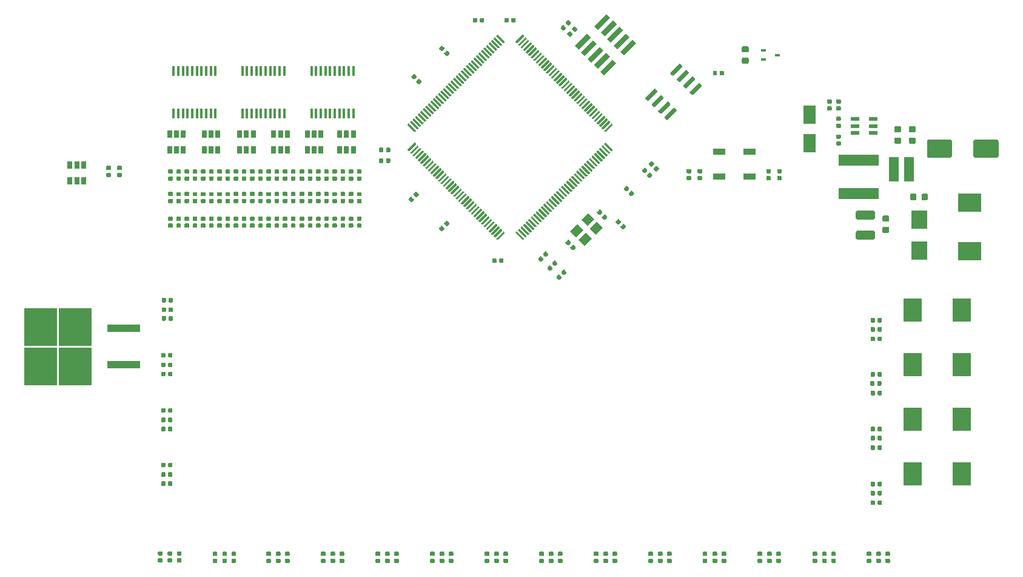
<source format=gbr>
G04 #@! TF.GenerationSoftware,KiCad,Pcbnew,(5.1.5)-3*
G04 #@! TF.CreationDate,2020-10-04T20:12:50-04:00*
G04 #@! TF.ProjectId,rusPDM,72757350-444d-42e6-9b69-6361645f7063,rev?*
G04 #@! TF.SameCoordinates,Original*
G04 #@! TF.FileFunction,Paste,Bot*
G04 #@! TF.FilePolarity,Positive*
%FSLAX46Y46*%
G04 Gerber Fmt 4.6, Leading zero omitted, Abs format (unit mm)*
G04 Created by KiCad (PCBNEW (5.1.5)-3) date 2020-10-04 20:12:50*
%MOMM*%
%LPD*%
G04 APERTURE LIST*
%ADD10C,0.100000*%
%ADD11R,0.700000X0.450000*%
%ADD12R,2.500000X3.300000*%
%ADD13R,4.550000X5.250000*%
%ADD14R,4.600000X1.100000*%
%ADD15R,0.450000X1.450000*%
%ADD16R,1.200000X0.600000*%
%ADD17R,5.700000X1.600000*%
%ADD18R,1.350000X3.400000*%
%ADD19R,1.800000X2.500000*%
%ADD20R,2.300000X2.500000*%
%ADD21R,3.300000X2.500000*%
%ADD22R,0.650000X1.060000*%
%ADD23R,1.700000X0.900000*%
G04 APERTURE END LIST*
D10*
G36*
X186178458Y-33337710D02*
G01*
X186192776Y-33339834D01*
X186206817Y-33343351D01*
X186220446Y-33348228D01*
X186233531Y-33354417D01*
X186245947Y-33361858D01*
X186257573Y-33370481D01*
X186268298Y-33380202D01*
X186278019Y-33390927D01*
X186286642Y-33402553D01*
X186294083Y-33414969D01*
X186300272Y-33428054D01*
X186305149Y-33441683D01*
X186308666Y-33455724D01*
X186310790Y-33470042D01*
X186311500Y-33484500D01*
X186311500Y-33779500D01*
X186310790Y-33793958D01*
X186308666Y-33808276D01*
X186305149Y-33822317D01*
X186300272Y-33835946D01*
X186294083Y-33849031D01*
X186286642Y-33861447D01*
X186278019Y-33873073D01*
X186268298Y-33883798D01*
X186257573Y-33893519D01*
X186245947Y-33902142D01*
X186233531Y-33909583D01*
X186220446Y-33915772D01*
X186206817Y-33920649D01*
X186192776Y-33924166D01*
X186178458Y-33926290D01*
X186164000Y-33927000D01*
X185819000Y-33927000D01*
X185804542Y-33926290D01*
X185790224Y-33924166D01*
X185776183Y-33920649D01*
X185762554Y-33915772D01*
X185749469Y-33909583D01*
X185737053Y-33902142D01*
X185725427Y-33893519D01*
X185714702Y-33883798D01*
X185704981Y-33873073D01*
X185696358Y-33861447D01*
X185688917Y-33849031D01*
X185682728Y-33835946D01*
X185677851Y-33822317D01*
X185674334Y-33808276D01*
X185672210Y-33793958D01*
X185671500Y-33779500D01*
X185671500Y-33484500D01*
X185672210Y-33470042D01*
X185674334Y-33455724D01*
X185677851Y-33441683D01*
X185682728Y-33428054D01*
X185688917Y-33414969D01*
X185696358Y-33402553D01*
X185704981Y-33390927D01*
X185714702Y-33380202D01*
X185725427Y-33370481D01*
X185737053Y-33361858D01*
X185749469Y-33354417D01*
X185762554Y-33348228D01*
X185776183Y-33343351D01*
X185790224Y-33339834D01*
X185804542Y-33337710D01*
X185819000Y-33337000D01*
X186164000Y-33337000D01*
X186178458Y-33337710D01*
G37*
G36*
X186178458Y-32367710D02*
G01*
X186192776Y-32369834D01*
X186206817Y-32373351D01*
X186220446Y-32378228D01*
X186233531Y-32384417D01*
X186245947Y-32391858D01*
X186257573Y-32400481D01*
X186268298Y-32410202D01*
X186278019Y-32420927D01*
X186286642Y-32432553D01*
X186294083Y-32444969D01*
X186300272Y-32458054D01*
X186305149Y-32471683D01*
X186308666Y-32485724D01*
X186310790Y-32500042D01*
X186311500Y-32514500D01*
X186311500Y-32809500D01*
X186310790Y-32823958D01*
X186308666Y-32838276D01*
X186305149Y-32852317D01*
X186300272Y-32865946D01*
X186294083Y-32879031D01*
X186286642Y-32891447D01*
X186278019Y-32903073D01*
X186268298Y-32913798D01*
X186257573Y-32923519D01*
X186245947Y-32932142D01*
X186233531Y-32939583D01*
X186220446Y-32945772D01*
X186206817Y-32950649D01*
X186192776Y-32954166D01*
X186178458Y-32956290D01*
X186164000Y-32957000D01*
X185819000Y-32957000D01*
X185804542Y-32956290D01*
X185790224Y-32954166D01*
X185776183Y-32950649D01*
X185762554Y-32945772D01*
X185749469Y-32939583D01*
X185737053Y-32932142D01*
X185725427Y-32923519D01*
X185714702Y-32913798D01*
X185704981Y-32903073D01*
X185696358Y-32891447D01*
X185688917Y-32879031D01*
X185682728Y-32865946D01*
X185677851Y-32852317D01*
X185674334Y-32838276D01*
X185672210Y-32823958D01*
X185671500Y-32809500D01*
X185671500Y-32514500D01*
X185672210Y-32500042D01*
X185674334Y-32485724D01*
X185677851Y-32471683D01*
X185682728Y-32458054D01*
X185688917Y-32444969D01*
X185696358Y-32432553D01*
X185704981Y-32420927D01*
X185714702Y-32410202D01*
X185725427Y-32400481D01*
X185737053Y-32391858D01*
X185749469Y-32384417D01*
X185762554Y-32378228D01*
X185776183Y-32373351D01*
X185790224Y-32369834D01*
X185804542Y-32367710D01*
X185819000Y-32367000D01*
X186164000Y-32367000D01*
X186178458Y-32367710D01*
G37*
D11*
X187250000Y-16450000D03*
X185250000Y-15800000D03*
X185250000Y-17100000D03*
D10*
G36*
X176309128Y-20348242D02*
G01*
X176323689Y-20350402D01*
X176337968Y-20353979D01*
X176351828Y-20358938D01*
X176365135Y-20365232D01*
X176377761Y-20372800D01*
X176389584Y-20381568D01*
X176400491Y-20391454D01*
X176612623Y-20603586D01*
X176622509Y-20614493D01*
X176631277Y-20626316D01*
X176638845Y-20638942D01*
X176645139Y-20652249D01*
X176650098Y-20666109D01*
X176653675Y-20680388D01*
X176655835Y-20694949D01*
X176656557Y-20709652D01*
X176655835Y-20724355D01*
X176653675Y-20738916D01*
X176650098Y-20753195D01*
X176645139Y-20767055D01*
X176638845Y-20780362D01*
X176631277Y-20792988D01*
X176622509Y-20804811D01*
X176612623Y-20815718D01*
X175445897Y-21982444D01*
X175434990Y-21992330D01*
X175423167Y-22001098D01*
X175410541Y-22008666D01*
X175397234Y-22014960D01*
X175383374Y-22019919D01*
X175369095Y-22023496D01*
X175354534Y-22025656D01*
X175339831Y-22026378D01*
X175325128Y-22025656D01*
X175310567Y-22023496D01*
X175296288Y-22019919D01*
X175282428Y-22014960D01*
X175269121Y-22008666D01*
X175256495Y-22001098D01*
X175244672Y-21992330D01*
X175233765Y-21982444D01*
X175021633Y-21770312D01*
X175011747Y-21759405D01*
X175002979Y-21747582D01*
X174995411Y-21734956D01*
X174989117Y-21721649D01*
X174984158Y-21707789D01*
X174980581Y-21693510D01*
X174978421Y-21678949D01*
X174977699Y-21664246D01*
X174978421Y-21649543D01*
X174980581Y-21634982D01*
X174984158Y-21620703D01*
X174989117Y-21606843D01*
X174995411Y-21593536D01*
X175002979Y-21580910D01*
X175011747Y-21569087D01*
X175021633Y-21558180D01*
X176188359Y-20391454D01*
X176199266Y-20381568D01*
X176211089Y-20372800D01*
X176223715Y-20365232D01*
X176237022Y-20358938D01*
X176250882Y-20353979D01*
X176265161Y-20350402D01*
X176279722Y-20348242D01*
X176294425Y-20347520D01*
X176309128Y-20348242D01*
G37*
G36*
X175411102Y-19450217D02*
G01*
X175425663Y-19452377D01*
X175439942Y-19455954D01*
X175453802Y-19460913D01*
X175467109Y-19467207D01*
X175479735Y-19474775D01*
X175491558Y-19483543D01*
X175502465Y-19493429D01*
X175714597Y-19705561D01*
X175724483Y-19716468D01*
X175733251Y-19728291D01*
X175740819Y-19740917D01*
X175747113Y-19754224D01*
X175752072Y-19768084D01*
X175755649Y-19782363D01*
X175757809Y-19796924D01*
X175758531Y-19811627D01*
X175757809Y-19826330D01*
X175755649Y-19840891D01*
X175752072Y-19855170D01*
X175747113Y-19869030D01*
X175740819Y-19882337D01*
X175733251Y-19894963D01*
X175724483Y-19906786D01*
X175714597Y-19917693D01*
X174547871Y-21084419D01*
X174536964Y-21094305D01*
X174525141Y-21103073D01*
X174512515Y-21110641D01*
X174499208Y-21116935D01*
X174485348Y-21121894D01*
X174471069Y-21125471D01*
X174456508Y-21127631D01*
X174441805Y-21128353D01*
X174427102Y-21127631D01*
X174412541Y-21125471D01*
X174398262Y-21121894D01*
X174384402Y-21116935D01*
X174371095Y-21110641D01*
X174358469Y-21103073D01*
X174346646Y-21094305D01*
X174335739Y-21084419D01*
X174123607Y-20872287D01*
X174113721Y-20861380D01*
X174104953Y-20849557D01*
X174097385Y-20836931D01*
X174091091Y-20823624D01*
X174086132Y-20809764D01*
X174082555Y-20795485D01*
X174080395Y-20780924D01*
X174079673Y-20766221D01*
X174080395Y-20751518D01*
X174082555Y-20736957D01*
X174086132Y-20722678D01*
X174091091Y-20708818D01*
X174097385Y-20695511D01*
X174104953Y-20682885D01*
X174113721Y-20671062D01*
X174123607Y-20660155D01*
X175290333Y-19493429D01*
X175301240Y-19483543D01*
X175313063Y-19474775D01*
X175325689Y-19467207D01*
X175338996Y-19460913D01*
X175352856Y-19455954D01*
X175367135Y-19452377D01*
X175381696Y-19450217D01*
X175396399Y-19449495D01*
X175411102Y-19450217D01*
G37*
G36*
X174513076Y-18552191D02*
G01*
X174527637Y-18554351D01*
X174541916Y-18557928D01*
X174555776Y-18562887D01*
X174569083Y-18569181D01*
X174581709Y-18576749D01*
X174593532Y-18585517D01*
X174604439Y-18595403D01*
X174816571Y-18807535D01*
X174826457Y-18818442D01*
X174835225Y-18830265D01*
X174842793Y-18842891D01*
X174849087Y-18856198D01*
X174854046Y-18870058D01*
X174857623Y-18884337D01*
X174859783Y-18898898D01*
X174860505Y-18913601D01*
X174859783Y-18928304D01*
X174857623Y-18942865D01*
X174854046Y-18957144D01*
X174849087Y-18971004D01*
X174842793Y-18984311D01*
X174835225Y-18996937D01*
X174826457Y-19008760D01*
X174816571Y-19019667D01*
X173649845Y-20186393D01*
X173638938Y-20196279D01*
X173627115Y-20205047D01*
X173614489Y-20212615D01*
X173601182Y-20218909D01*
X173587322Y-20223868D01*
X173573043Y-20227445D01*
X173558482Y-20229605D01*
X173543779Y-20230327D01*
X173529076Y-20229605D01*
X173514515Y-20227445D01*
X173500236Y-20223868D01*
X173486376Y-20218909D01*
X173473069Y-20212615D01*
X173460443Y-20205047D01*
X173448620Y-20196279D01*
X173437713Y-20186393D01*
X173225581Y-19974261D01*
X173215695Y-19963354D01*
X173206927Y-19951531D01*
X173199359Y-19938905D01*
X173193065Y-19925598D01*
X173188106Y-19911738D01*
X173184529Y-19897459D01*
X173182369Y-19882898D01*
X173181647Y-19868195D01*
X173182369Y-19853492D01*
X173184529Y-19838931D01*
X173188106Y-19824652D01*
X173193065Y-19810792D01*
X173199359Y-19797485D01*
X173206927Y-19784859D01*
X173215695Y-19773036D01*
X173225581Y-19762129D01*
X174392307Y-18595403D01*
X174403214Y-18585517D01*
X174415037Y-18576749D01*
X174427663Y-18569181D01*
X174440970Y-18562887D01*
X174454830Y-18557928D01*
X174469109Y-18554351D01*
X174483670Y-18552191D01*
X174498373Y-18551469D01*
X174513076Y-18552191D01*
G37*
G36*
X173615051Y-17654165D02*
G01*
X173629612Y-17656325D01*
X173643891Y-17659902D01*
X173657751Y-17664861D01*
X173671058Y-17671155D01*
X173683684Y-17678723D01*
X173695507Y-17687491D01*
X173706414Y-17697377D01*
X173918546Y-17909509D01*
X173928432Y-17920416D01*
X173937200Y-17932239D01*
X173944768Y-17944865D01*
X173951062Y-17958172D01*
X173956021Y-17972032D01*
X173959598Y-17986311D01*
X173961758Y-18000872D01*
X173962480Y-18015575D01*
X173961758Y-18030278D01*
X173959598Y-18044839D01*
X173956021Y-18059118D01*
X173951062Y-18072978D01*
X173944768Y-18086285D01*
X173937200Y-18098911D01*
X173928432Y-18110734D01*
X173918546Y-18121641D01*
X172751820Y-19288367D01*
X172740913Y-19298253D01*
X172729090Y-19307021D01*
X172716464Y-19314589D01*
X172703157Y-19320883D01*
X172689297Y-19325842D01*
X172675018Y-19329419D01*
X172660457Y-19331579D01*
X172645754Y-19332301D01*
X172631051Y-19331579D01*
X172616490Y-19329419D01*
X172602211Y-19325842D01*
X172588351Y-19320883D01*
X172575044Y-19314589D01*
X172562418Y-19307021D01*
X172550595Y-19298253D01*
X172539688Y-19288367D01*
X172327556Y-19076235D01*
X172317670Y-19065328D01*
X172308902Y-19053505D01*
X172301334Y-19040879D01*
X172295040Y-19027572D01*
X172290081Y-19013712D01*
X172286504Y-18999433D01*
X172284344Y-18984872D01*
X172283622Y-18970169D01*
X172284344Y-18955466D01*
X172286504Y-18940905D01*
X172290081Y-18926626D01*
X172295040Y-18912766D01*
X172301334Y-18899459D01*
X172308902Y-18886833D01*
X172317670Y-18875010D01*
X172327556Y-18864103D01*
X173494282Y-17697377D01*
X173505189Y-17687491D01*
X173517012Y-17678723D01*
X173529638Y-17671155D01*
X173542945Y-17664861D01*
X173556805Y-17659902D01*
X173571084Y-17656325D01*
X173585645Y-17654165D01*
X173600348Y-17653443D01*
X173615051Y-17654165D01*
G37*
G36*
X170114872Y-21154344D02*
G01*
X170129433Y-21156504D01*
X170143712Y-21160081D01*
X170157572Y-21165040D01*
X170170879Y-21171334D01*
X170183505Y-21178902D01*
X170195328Y-21187670D01*
X170206235Y-21197556D01*
X170418367Y-21409688D01*
X170428253Y-21420595D01*
X170437021Y-21432418D01*
X170444589Y-21445044D01*
X170450883Y-21458351D01*
X170455842Y-21472211D01*
X170459419Y-21486490D01*
X170461579Y-21501051D01*
X170462301Y-21515754D01*
X170461579Y-21530457D01*
X170459419Y-21545018D01*
X170455842Y-21559297D01*
X170450883Y-21573157D01*
X170444589Y-21586464D01*
X170437021Y-21599090D01*
X170428253Y-21610913D01*
X170418367Y-21621820D01*
X169251641Y-22788546D01*
X169240734Y-22798432D01*
X169228911Y-22807200D01*
X169216285Y-22814768D01*
X169202978Y-22821062D01*
X169189118Y-22826021D01*
X169174839Y-22829598D01*
X169160278Y-22831758D01*
X169145575Y-22832480D01*
X169130872Y-22831758D01*
X169116311Y-22829598D01*
X169102032Y-22826021D01*
X169088172Y-22821062D01*
X169074865Y-22814768D01*
X169062239Y-22807200D01*
X169050416Y-22798432D01*
X169039509Y-22788546D01*
X168827377Y-22576414D01*
X168817491Y-22565507D01*
X168808723Y-22553684D01*
X168801155Y-22541058D01*
X168794861Y-22527751D01*
X168789902Y-22513891D01*
X168786325Y-22499612D01*
X168784165Y-22485051D01*
X168783443Y-22470348D01*
X168784165Y-22455645D01*
X168786325Y-22441084D01*
X168789902Y-22426805D01*
X168794861Y-22412945D01*
X168801155Y-22399638D01*
X168808723Y-22387012D01*
X168817491Y-22375189D01*
X168827377Y-22364282D01*
X169994103Y-21197556D01*
X170005010Y-21187670D01*
X170016833Y-21178902D01*
X170029459Y-21171334D01*
X170042766Y-21165040D01*
X170056626Y-21160081D01*
X170070905Y-21156504D01*
X170085466Y-21154344D01*
X170100169Y-21153622D01*
X170114872Y-21154344D01*
G37*
G36*
X171012898Y-22052369D02*
G01*
X171027459Y-22054529D01*
X171041738Y-22058106D01*
X171055598Y-22063065D01*
X171068905Y-22069359D01*
X171081531Y-22076927D01*
X171093354Y-22085695D01*
X171104261Y-22095581D01*
X171316393Y-22307713D01*
X171326279Y-22318620D01*
X171335047Y-22330443D01*
X171342615Y-22343069D01*
X171348909Y-22356376D01*
X171353868Y-22370236D01*
X171357445Y-22384515D01*
X171359605Y-22399076D01*
X171360327Y-22413779D01*
X171359605Y-22428482D01*
X171357445Y-22443043D01*
X171353868Y-22457322D01*
X171348909Y-22471182D01*
X171342615Y-22484489D01*
X171335047Y-22497115D01*
X171326279Y-22508938D01*
X171316393Y-22519845D01*
X170149667Y-23686571D01*
X170138760Y-23696457D01*
X170126937Y-23705225D01*
X170114311Y-23712793D01*
X170101004Y-23719087D01*
X170087144Y-23724046D01*
X170072865Y-23727623D01*
X170058304Y-23729783D01*
X170043601Y-23730505D01*
X170028898Y-23729783D01*
X170014337Y-23727623D01*
X170000058Y-23724046D01*
X169986198Y-23719087D01*
X169972891Y-23712793D01*
X169960265Y-23705225D01*
X169948442Y-23696457D01*
X169937535Y-23686571D01*
X169725403Y-23474439D01*
X169715517Y-23463532D01*
X169706749Y-23451709D01*
X169699181Y-23439083D01*
X169692887Y-23425776D01*
X169687928Y-23411916D01*
X169684351Y-23397637D01*
X169682191Y-23383076D01*
X169681469Y-23368373D01*
X169682191Y-23353670D01*
X169684351Y-23339109D01*
X169687928Y-23324830D01*
X169692887Y-23310970D01*
X169699181Y-23297663D01*
X169706749Y-23285037D01*
X169715517Y-23273214D01*
X169725403Y-23262307D01*
X170892129Y-22095581D01*
X170903036Y-22085695D01*
X170914859Y-22076927D01*
X170927485Y-22069359D01*
X170940792Y-22063065D01*
X170954652Y-22058106D01*
X170968931Y-22054529D01*
X170983492Y-22052369D01*
X170998195Y-22051647D01*
X171012898Y-22052369D01*
G37*
G36*
X171910924Y-22950395D02*
G01*
X171925485Y-22952555D01*
X171939764Y-22956132D01*
X171953624Y-22961091D01*
X171966931Y-22967385D01*
X171979557Y-22974953D01*
X171991380Y-22983721D01*
X172002287Y-22993607D01*
X172214419Y-23205739D01*
X172224305Y-23216646D01*
X172233073Y-23228469D01*
X172240641Y-23241095D01*
X172246935Y-23254402D01*
X172251894Y-23268262D01*
X172255471Y-23282541D01*
X172257631Y-23297102D01*
X172258353Y-23311805D01*
X172257631Y-23326508D01*
X172255471Y-23341069D01*
X172251894Y-23355348D01*
X172246935Y-23369208D01*
X172240641Y-23382515D01*
X172233073Y-23395141D01*
X172224305Y-23406964D01*
X172214419Y-23417871D01*
X171047693Y-24584597D01*
X171036786Y-24594483D01*
X171024963Y-24603251D01*
X171012337Y-24610819D01*
X170999030Y-24617113D01*
X170985170Y-24622072D01*
X170970891Y-24625649D01*
X170956330Y-24627809D01*
X170941627Y-24628531D01*
X170926924Y-24627809D01*
X170912363Y-24625649D01*
X170898084Y-24622072D01*
X170884224Y-24617113D01*
X170870917Y-24610819D01*
X170858291Y-24603251D01*
X170846468Y-24594483D01*
X170835561Y-24584597D01*
X170623429Y-24372465D01*
X170613543Y-24361558D01*
X170604775Y-24349735D01*
X170597207Y-24337109D01*
X170590913Y-24323802D01*
X170585954Y-24309942D01*
X170582377Y-24295663D01*
X170580217Y-24281102D01*
X170579495Y-24266399D01*
X170580217Y-24251696D01*
X170582377Y-24237135D01*
X170585954Y-24222856D01*
X170590913Y-24208996D01*
X170597207Y-24195689D01*
X170604775Y-24183063D01*
X170613543Y-24171240D01*
X170623429Y-24160333D01*
X171790155Y-22993607D01*
X171801062Y-22983721D01*
X171812885Y-22974953D01*
X171825511Y-22967385D01*
X171838818Y-22961091D01*
X171852678Y-22956132D01*
X171866957Y-22952555D01*
X171881518Y-22950395D01*
X171896221Y-22949673D01*
X171910924Y-22950395D01*
G37*
G36*
X172808949Y-23848421D02*
G01*
X172823510Y-23850581D01*
X172837789Y-23854158D01*
X172851649Y-23859117D01*
X172864956Y-23865411D01*
X172877582Y-23872979D01*
X172889405Y-23881747D01*
X172900312Y-23891633D01*
X173112444Y-24103765D01*
X173122330Y-24114672D01*
X173131098Y-24126495D01*
X173138666Y-24139121D01*
X173144960Y-24152428D01*
X173149919Y-24166288D01*
X173153496Y-24180567D01*
X173155656Y-24195128D01*
X173156378Y-24209831D01*
X173155656Y-24224534D01*
X173153496Y-24239095D01*
X173149919Y-24253374D01*
X173144960Y-24267234D01*
X173138666Y-24280541D01*
X173131098Y-24293167D01*
X173122330Y-24304990D01*
X173112444Y-24315897D01*
X171945718Y-25482623D01*
X171934811Y-25492509D01*
X171922988Y-25501277D01*
X171910362Y-25508845D01*
X171897055Y-25515139D01*
X171883195Y-25520098D01*
X171868916Y-25523675D01*
X171854355Y-25525835D01*
X171839652Y-25526557D01*
X171824949Y-25525835D01*
X171810388Y-25523675D01*
X171796109Y-25520098D01*
X171782249Y-25515139D01*
X171768942Y-25508845D01*
X171756316Y-25501277D01*
X171744493Y-25492509D01*
X171733586Y-25482623D01*
X171521454Y-25270491D01*
X171511568Y-25259584D01*
X171502800Y-25247761D01*
X171495232Y-25235135D01*
X171488938Y-25221828D01*
X171483979Y-25207968D01*
X171480402Y-25193689D01*
X171478242Y-25179128D01*
X171477520Y-25164425D01*
X171478242Y-25149722D01*
X171480402Y-25135161D01*
X171483979Y-25120882D01*
X171488938Y-25107022D01*
X171495232Y-25093715D01*
X171502800Y-25081089D01*
X171511568Y-25069266D01*
X171521454Y-25058359D01*
X172688180Y-23891633D01*
X172699087Y-23881747D01*
X172710910Y-23872979D01*
X172723536Y-23865411D01*
X172736843Y-23859117D01*
X172750703Y-23854158D01*
X172764982Y-23850581D01*
X172779543Y-23848421D01*
X172794246Y-23847699D01*
X172808949Y-23848421D01*
G37*
G36*
X178676958Y-18680710D02*
G01*
X178691276Y-18682834D01*
X178705317Y-18686351D01*
X178718946Y-18691228D01*
X178732031Y-18697417D01*
X178744447Y-18704858D01*
X178756073Y-18713481D01*
X178766798Y-18723202D01*
X178776519Y-18733927D01*
X178785142Y-18745553D01*
X178792583Y-18757969D01*
X178798772Y-18771054D01*
X178803649Y-18784683D01*
X178807166Y-18798724D01*
X178809290Y-18813042D01*
X178810000Y-18827500D01*
X178810000Y-19172500D01*
X178809290Y-19186958D01*
X178807166Y-19201276D01*
X178803649Y-19215317D01*
X178798772Y-19228946D01*
X178792583Y-19242031D01*
X178785142Y-19254447D01*
X178776519Y-19266073D01*
X178766798Y-19276798D01*
X178756073Y-19286519D01*
X178744447Y-19295142D01*
X178732031Y-19302583D01*
X178718946Y-19308772D01*
X178705317Y-19313649D01*
X178691276Y-19317166D01*
X178676958Y-19319290D01*
X178662500Y-19320000D01*
X178367500Y-19320000D01*
X178353042Y-19319290D01*
X178338724Y-19317166D01*
X178324683Y-19313649D01*
X178311054Y-19308772D01*
X178297969Y-19302583D01*
X178285553Y-19295142D01*
X178273927Y-19286519D01*
X178263202Y-19276798D01*
X178253481Y-19266073D01*
X178244858Y-19254447D01*
X178237417Y-19242031D01*
X178231228Y-19228946D01*
X178226351Y-19215317D01*
X178222834Y-19201276D01*
X178220710Y-19186958D01*
X178220000Y-19172500D01*
X178220000Y-18827500D01*
X178220710Y-18813042D01*
X178222834Y-18798724D01*
X178226351Y-18784683D01*
X178231228Y-18771054D01*
X178237417Y-18757969D01*
X178244858Y-18745553D01*
X178253481Y-18733927D01*
X178263202Y-18723202D01*
X178273927Y-18713481D01*
X178285553Y-18704858D01*
X178297969Y-18697417D01*
X178311054Y-18691228D01*
X178324683Y-18686351D01*
X178338724Y-18682834D01*
X178353042Y-18680710D01*
X178367500Y-18680000D01*
X178662500Y-18680000D01*
X178676958Y-18680710D01*
G37*
G36*
X179646958Y-18680710D02*
G01*
X179661276Y-18682834D01*
X179675317Y-18686351D01*
X179688946Y-18691228D01*
X179702031Y-18697417D01*
X179714447Y-18704858D01*
X179726073Y-18713481D01*
X179736798Y-18723202D01*
X179746519Y-18733927D01*
X179755142Y-18745553D01*
X179762583Y-18757969D01*
X179768772Y-18771054D01*
X179773649Y-18784683D01*
X179777166Y-18798724D01*
X179779290Y-18813042D01*
X179780000Y-18827500D01*
X179780000Y-19172500D01*
X179779290Y-19186958D01*
X179777166Y-19201276D01*
X179773649Y-19215317D01*
X179768772Y-19228946D01*
X179762583Y-19242031D01*
X179755142Y-19254447D01*
X179746519Y-19266073D01*
X179736798Y-19276798D01*
X179726073Y-19286519D01*
X179714447Y-19295142D01*
X179702031Y-19302583D01*
X179688946Y-19308772D01*
X179675317Y-19313649D01*
X179661276Y-19317166D01*
X179646958Y-19319290D01*
X179632500Y-19320000D01*
X179337500Y-19320000D01*
X179323042Y-19319290D01*
X179308724Y-19317166D01*
X179294683Y-19313649D01*
X179281054Y-19308772D01*
X179267969Y-19302583D01*
X179255553Y-19295142D01*
X179243927Y-19286519D01*
X179233202Y-19276798D01*
X179223481Y-19266073D01*
X179214858Y-19254447D01*
X179207417Y-19242031D01*
X179201228Y-19228946D01*
X179196351Y-19215317D01*
X179192834Y-19201276D01*
X179190710Y-19186958D01*
X179190000Y-19172500D01*
X179190000Y-18827500D01*
X179190710Y-18813042D01*
X179192834Y-18798724D01*
X179196351Y-18784683D01*
X179201228Y-18771054D01*
X179207417Y-18757969D01*
X179214858Y-18745553D01*
X179223481Y-18733927D01*
X179233202Y-18723202D01*
X179243927Y-18713481D01*
X179255553Y-18704858D01*
X179267969Y-18697417D01*
X179281054Y-18691228D01*
X179294683Y-18686351D01*
X179308724Y-18682834D01*
X179323042Y-18680710D01*
X179337500Y-18680000D01*
X179632500Y-18680000D01*
X179646958Y-18680710D01*
G37*
G36*
X183027691Y-15226053D02*
G01*
X183048926Y-15229203D01*
X183069750Y-15234419D01*
X183089962Y-15241651D01*
X183109368Y-15250830D01*
X183127781Y-15261866D01*
X183145024Y-15274654D01*
X183160930Y-15289070D01*
X183175346Y-15304976D01*
X183188134Y-15322219D01*
X183199170Y-15340632D01*
X183208349Y-15360038D01*
X183215581Y-15380250D01*
X183220797Y-15401074D01*
X183223947Y-15422309D01*
X183225000Y-15443750D01*
X183225000Y-15881250D01*
X183223947Y-15902691D01*
X183220797Y-15923926D01*
X183215581Y-15944750D01*
X183208349Y-15964962D01*
X183199170Y-15984368D01*
X183188134Y-16002781D01*
X183175346Y-16020024D01*
X183160930Y-16035930D01*
X183145024Y-16050346D01*
X183127781Y-16063134D01*
X183109368Y-16074170D01*
X183089962Y-16083349D01*
X183069750Y-16090581D01*
X183048926Y-16095797D01*
X183027691Y-16098947D01*
X183006250Y-16100000D01*
X182493750Y-16100000D01*
X182472309Y-16098947D01*
X182451074Y-16095797D01*
X182430250Y-16090581D01*
X182410038Y-16083349D01*
X182390632Y-16074170D01*
X182372219Y-16063134D01*
X182354976Y-16050346D01*
X182339070Y-16035930D01*
X182324654Y-16020024D01*
X182311866Y-16002781D01*
X182300830Y-15984368D01*
X182291651Y-15964962D01*
X182284419Y-15944750D01*
X182279203Y-15923926D01*
X182276053Y-15902691D01*
X182275000Y-15881250D01*
X182275000Y-15443750D01*
X182276053Y-15422309D01*
X182279203Y-15401074D01*
X182284419Y-15380250D01*
X182291651Y-15360038D01*
X182300830Y-15340632D01*
X182311866Y-15322219D01*
X182324654Y-15304976D01*
X182339070Y-15289070D01*
X182354976Y-15274654D01*
X182372219Y-15261866D01*
X182390632Y-15250830D01*
X182410038Y-15241651D01*
X182430250Y-15234419D01*
X182451074Y-15229203D01*
X182472309Y-15226053D01*
X182493750Y-15225000D01*
X183006250Y-15225000D01*
X183027691Y-15226053D01*
G37*
G36*
X183027691Y-16801053D02*
G01*
X183048926Y-16804203D01*
X183069750Y-16809419D01*
X183089962Y-16816651D01*
X183109368Y-16825830D01*
X183127781Y-16836866D01*
X183145024Y-16849654D01*
X183160930Y-16864070D01*
X183175346Y-16879976D01*
X183188134Y-16897219D01*
X183199170Y-16915632D01*
X183208349Y-16935038D01*
X183215581Y-16955250D01*
X183220797Y-16976074D01*
X183223947Y-16997309D01*
X183225000Y-17018750D01*
X183225000Y-17456250D01*
X183223947Y-17477691D01*
X183220797Y-17498926D01*
X183215581Y-17519750D01*
X183208349Y-17539962D01*
X183199170Y-17559368D01*
X183188134Y-17577781D01*
X183175346Y-17595024D01*
X183160930Y-17610930D01*
X183145024Y-17625346D01*
X183127781Y-17638134D01*
X183109368Y-17649170D01*
X183089962Y-17658349D01*
X183069750Y-17665581D01*
X183048926Y-17670797D01*
X183027691Y-17673947D01*
X183006250Y-17675000D01*
X182493750Y-17675000D01*
X182472309Y-17673947D01*
X182451074Y-17670797D01*
X182430250Y-17665581D01*
X182410038Y-17658349D01*
X182390632Y-17649170D01*
X182372219Y-17638134D01*
X182354976Y-17625346D01*
X182339070Y-17610930D01*
X182324654Y-17595024D01*
X182311866Y-17577781D01*
X182300830Y-17559368D01*
X182291651Y-17539962D01*
X182284419Y-17519750D01*
X182279203Y-17498926D01*
X182276053Y-17477691D01*
X182275000Y-17456250D01*
X182275000Y-17018750D01*
X182276053Y-16997309D01*
X182279203Y-16976074D01*
X182284419Y-16955250D01*
X182291651Y-16935038D01*
X182300830Y-16915632D01*
X182311866Y-16897219D01*
X182324654Y-16879976D01*
X182339070Y-16864070D01*
X182354976Y-16849654D01*
X182372219Y-16836866D01*
X182390632Y-16825830D01*
X182410038Y-16816651D01*
X182430250Y-16809419D01*
X182451074Y-16804203D01*
X182472309Y-16801053D01*
X182493750Y-16800000D01*
X183006250Y-16800000D01*
X183027691Y-16801053D01*
G37*
D12*
X212950000Y-52070000D03*
X206150000Y-52070000D03*
X212950000Y-59690000D03*
X206150000Y-59690000D03*
X212950000Y-67310000D03*
X206150000Y-67310000D03*
X212950000Y-74930000D03*
X206150000Y-74930000D03*
D13*
X89220000Y-59925000D03*
X84370000Y-54375000D03*
X89220000Y-54375000D03*
X84370000Y-59925000D03*
D14*
X95945000Y-59690000D03*
X95945000Y-54610000D03*
D15*
X128020000Y-18703500D03*
X127370000Y-18703500D03*
X126720000Y-18703500D03*
X126070000Y-18703500D03*
X125420000Y-18703500D03*
X124770000Y-18703500D03*
X124120000Y-18703500D03*
X123470000Y-18703500D03*
X122820000Y-18703500D03*
X122170000Y-18703500D03*
X122170000Y-24603500D03*
X122820000Y-24603500D03*
X123470000Y-24603500D03*
X124120000Y-24603500D03*
X124770000Y-24603500D03*
X125420000Y-24603500D03*
X126070000Y-24603500D03*
X126720000Y-24603500D03*
X127370000Y-24603500D03*
X128020000Y-24603500D03*
D16*
X200576500Y-27302500D03*
X200576500Y-26352500D03*
X200576500Y-25402500D03*
X198076500Y-25402500D03*
X198076500Y-26352500D03*
X198076500Y-27302500D03*
D10*
G36*
X195957458Y-25065210D02*
G01*
X195971776Y-25067334D01*
X195985817Y-25070851D01*
X195999446Y-25075728D01*
X196012531Y-25081917D01*
X196024947Y-25089358D01*
X196036573Y-25097981D01*
X196047298Y-25107702D01*
X196057019Y-25118427D01*
X196065642Y-25130053D01*
X196073083Y-25142469D01*
X196079272Y-25155554D01*
X196084149Y-25169183D01*
X196087666Y-25183224D01*
X196089790Y-25197542D01*
X196090500Y-25212000D01*
X196090500Y-25507000D01*
X196089790Y-25521458D01*
X196087666Y-25535776D01*
X196084149Y-25549817D01*
X196079272Y-25563446D01*
X196073083Y-25576531D01*
X196065642Y-25588947D01*
X196057019Y-25600573D01*
X196047298Y-25611298D01*
X196036573Y-25621019D01*
X196024947Y-25629642D01*
X196012531Y-25637083D01*
X195999446Y-25643272D01*
X195985817Y-25648149D01*
X195971776Y-25651666D01*
X195957458Y-25653790D01*
X195943000Y-25654500D01*
X195598000Y-25654500D01*
X195583542Y-25653790D01*
X195569224Y-25651666D01*
X195555183Y-25648149D01*
X195541554Y-25643272D01*
X195528469Y-25637083D01*
X195516053Y-25629642D01*
X195504427Y-25621019D01*
X195493702Y-25611298D01*
X195483981Y-25600573D01*
X195475358Y-25588947D01*
X195467917Y-25576531D01*
X195461728Y-25563446D01*
X195456851Y-25549817D01*
X195453334Y-25535776D01*
X195451210Y-25521458D01*
X195450500Y-25507000D01*
X195450500Y-25212000D01*
X195451210Y-25197542D01*
X195453334Y-25183224D01*
X195456851Y-25169183D01*
X195461728Y-25155554D01*
X195467917Y-25142469D01*
X195475358Y-25130053D01*
X195483981Y-25118427D01*
X195493702Y-25107702D01*
X195504427Y-25097981D01*
X195516053Y-25089358D01*
X195528469Y-25081917D01*
X195541554Y-25075728D01*
X195555183Y-25070851D01*
X195569224Y-25067334D01*
X195583542Y-25065210D01*
X195598000Y-25064500D01*
X195943000Y-25064500D01*
X195957458Y-25065210D01*
G37*
G36*
X195957458Y-26035210D02*
G01*
X195971776Y-26037334D01*
X195985817Y-26040851D01*
X195999446Y-26045728D01*
X196012531Y-26051917D01*
X196024947Y-26059358D01*
X196036573Y-26067981D01*
X196047298Y-26077702D01*
X196057019Y-26088427D01*
X196065642Y-26100053D01*
X196073083Y-26112469D01*
X196079272Y-26125554D01*
X196084149Y-26139183D01*
X196087666Y-26153224D01*
X196089790Y-26167542D01*
X196090500Y-26182000D01*
X196090500Y-26477000D01*
X196089790Y-26491458D01*
X196087666Y-26505776D01*
X196084149Y-26519817D01*
X196079272Y-26533446D01*
X196073083Y-26546531D01*
X196065642Y-26558947D01*
X196057019Y-26570573D01*
X196047298Y-26581298D01*
X196036573Y-26591019D01*
X196024947Y-26599642D01*
X196012531Y-26607083D01*
X195999446Y-26613272D01*
X195985817Y-26618149D01*
X195971776Y-26621666D01*
X195957458Y-26623790D01*
X195943000Y-26624500D01*
X195598000Y-26624500D01*
X195583542Y-26623790D01*
X195569224Y-26621666D01*
X195555183Y-26618149D01*
X195541554Y-26613272D01*
X195528469Y-26607083D01*
X195516053Y-26599642D01*
X195504427Y-26591019D01*
X195493702Y-26581298D01*
X195483981Y-26570573D01*
X195475358Y-26558947D01*
X195467917Y-26546531D01*
X195461728Y-26533446D01*
X195456851Y-26519817D01*
X195453334Y-26505776D01*
X195451210Y-26491458D01*
X195450500Y-26477000D01*
X195450500Y-26182000D01*
X195451210Y-26167542D01*
X195453334Y-26153224D01*
X195456851Y-26139183D01*
X195461728Y-26125554D01*
X195467917Y-26112469D01*
X195475358Y-26100053D01*
X195483981Y-26088427D01*
X195493702Y-26077702D01*
X195504427Y-26067981D01*
X195516053Y-26059358D01*
X195528469Y-26051917D01*
X195541554Y-26045728D01*
X195555183Y-26040851D01*
X195569224Y-26037334D01*
X195583542Y-26035210D01*
X195598000Y-26034500D01*
X195943000Y-26034500D01*
X195957458Y-26035210D01*
G37*
G36*
X195957458Y-22652210D02*
G01*
X195971776Y-22654334D01*
X195985817Y-22657851D01*
X195999446Y-22662728D01*
X196012531Y-22668917D01*
X196024947Y-22676358D01*
X196036573Y-22684981D01*
X196047298Y-22694702D01*
X196057019Y-22705427D01*
X196065642Y-22717053D01*
X196073083Y-22729469D01*
X196079272Y-22742554D01*
X196084149Y-22756183D01*
X196087666Y-22770224D01*
X196089790Y-22784542D01*
X196090500Y-22799000D01*
X196090500Y-23094000D01*
X196089790Y-23108458D01*
X196087666Y-23122776D01*
X196084149Y-23136817D01*
X196079272Y-23150446D01*
X196073083Y-23163531D01*
X196065642Y-23175947D01*
X196057019Y-23187573D01*
X196047298Y-23198298D01*
X196036573Y-23208019D01*
X196024947Y-23216642D01*
X196012531Y-23224083D01*
X195999446Y-23230272D01*
X195985817Y-23235149D01*
X195971776Y-23238666D01*
X195957458Y-23240790D01*
X195943000Y-23241500D01*
X195598000Y-23241500D01*
X195583542Y-23240790D01*
X195569224Y-23238666D01*
X195555183Y-23235149D01*
X195541554Y-23230272D01*
X195528469Y-23224083D01*
X195516053Y-23216642D01*
X195504427Y-23208019D01*
X195493702Y-23198298D01*
X195483981Y-23187573D01*
X195475358Y-23175947D01*
X195467917Y-23163531D01*
X195461728Y-23150446D01*
X195456851Y-23136817D01*
X195453334Y-23122776D01*
X195451210Y-23108458D01*
X195450500Y-23094000D01*
X195450500Y-22799000D01*
X195451210Y-22784542D01*
X195453334Y-22770224D01*
X195456851Y-22756183D01*
X195461728Y-22742554D01*
X195467917Y-22729469D01*
X195475358Y-22717053D01*
X195483981Y-22705427D01*
X195493702Y-22694702D01*
X195504427Y-22684981D01*
X195516053Y-22676358D01*
X195528469Y-22668917D01*
X195541554Y-22662728D01*
X195555183Y-22657851D01*
X195569224Y-22654334D01*
X195583542Y-22652210D01*
X195598000Y-22651500D01*
X195943000Y-22651500D01*
X195957458Y-22652210D01*
G37*
G36*
X195957458Y-23622210D02*
G01*
X195971776Y-23624334D01*
X195985817Y-23627851D01*
X195999446Y-23632728D01*
X196012531Y-23638917D01*
X196024947Y-23646358D01*
X196036573Y-23654981D01*
X196047298Y-23664702D01*
X196057019Y-23675427D01*
X196065642Y-23687053D01*
X196073083Y-23699469D01*
X196079272Y-23712554D01*
X196084149Y-23726183D01*
X196087666Y-23740224D01*
X196089790Y-23754542D01*
X196090500Y-23769000D01*
X196090500Y-24064000D01*
X196089790Y-24078458D01*
X196087666Y-24092776D01*
X196084149Y-24106817D01*
X196079272Y-24120446D01*
X196073083Y-24133531D01*
X196065642Y-24145947D01*
X196057019Y-24157573D01*
X196047298Y-24168298D01*
X196036573Y-24178019D01*
X196024947Y-24186642D01*
X196012531Y-24194083D01*
X195999446Y-24200272D01*
X195985817Y-24205149D01*
X195971776Y-24208666D01*
X195957458Y-24210790D01*
X195943000Y-24211500D01*
X195598000Y-24211500D01*
X195583542Y-24210790D01*
X195569224Y-24208666D01*
X195555183Y-24205149D01*
X195541554Y-24200272D01*
X195528469Y-24194083D01*
X195516053Y-24186642D01*
X195504427Y-24178019D01*
X195493702Y-24168298D01*
X195483981Y-24157573D01*
X195475358Y-24145947D01*
X195467917Y-24133531D01*
X195461728Y-24120446D01*
X195456851Y-24106817D01*
X195453334Y-24092776D01*
X195451210Y-24078458D01*
X195450500Y-24064000D01*
X195450500Y-23769000D01*
X195451210Y-23754542D01*
X195453334Y-23740224D01*
X195456851Y-23726183D01*
X195461728Y-23712554D01*
X195467917Y-23699469D01*
X195475358Y-23687053D01*
X195483981Y-23675427D01*
X195493702Y-23664702D01*
X195504427Y-23654981D01*
X195516053Y-23646358D01*
X195528469Y-23638917D01*
X195541554Y-23632728D01*
X195555183Y-23627851D01*
X195569224Y-23624334D01*
X195583542Y-23622210D01*
X195598000Y-23621500D01*
X195943000Y-23621500D01*
X195957458Y-23622210D01*
G37*
D17*
X198564500Y-35814500D03*
X198564500Y-31114500D03*
D18*
X205608500Y-32385000D03*
X203458500Y-32385000D03*
D19*
X191700000Y-24800000D03*
X191700000Y-28800000D03*
D20*
X207010000Y-43742500D03*
X207010000Y-39442500D03*
D21*
X214058500Y-37049500D03*
X214058500Y-43849500D03*
D10*
G36*
X194687458Y-22652210D02*
G01*
X194701776Y-22654334D01*
X194715817Y-22657851D01*
X194729446Y-22662728D01*
X194742531Y-22668917D01*
X194754947Y-22676358D01*
X194766573Y-22684981D01*
X194777298Y-22694702D01*
X194787019Y-22705427D01*
X194795642Y-22717053D01*
X194803083Y-22729469D01*
X194809272Y-22742554D01*
X194814149Y-22756183D01*
X194817666Y-22770224D01*
X194819790Y-22784542D01*
X194820500Y-22799000D01*
X194820500Y-23094000D01*
X194819790Y-23108458D01*
X194817666Y-23122776D01*
X194814149Y-23136817D01*
X194809272Y-23150446D01*
X194803083Y-23163531D01*
X194795642Y-23175947D01*
X194787019Y-23187573D01*
X194777298Y-23198298D01*
X194766573Y-23208019D01*
X194754947Y-23216642D01*
X194742531Y-23224083D01*
X194729446Y-23230272D01*
X194715817Y-23235149D01*
X194701776Y-23238666D01*
X194687458Y-23240790D01*
X194673000Y-23241500D01*
X194328000Y-23241500D01*
X194313542Y-23240790D01*
X194299224Y-23238666D01*
X194285183Y-23235149D01*
X194271554Y-23230272D01*
X194258469Y-23224083D01*
X194246053Y-23216642D01*
X194234427Y-23208019D01*
X194223702Y-23198298D01*
X194213981Y-23187573D01*
X194205358Y-23175947D01*
X194197917Y-23163531D01*
X194191728Y-23150446D01*
X194186851Y-23136817D01*
X194183334Y-23122776D01*
X194181210Y-23108458D01*
X194180500Y-23094000D01*
X194180500Y-22799000D01*
X194181210Y-22784542D01*
X194183334Y-22770224D01*
X194186851Y-22756183D01*
X194191728Y-22742554D01*
X194197917Y-22729469D01*
X194205358Y-22717053D01*
X194213981Y-22705427D01*
X194223702Y-22694702D01*
X194234427Y-22684981D01*
X194246053Y-22676358D01*
X194258469Y-22668917D01*
X194271554Y-22662728D01*
X194285183Y-22657851D01*
X194299224Y-22654334D01*
X194313542Y-22652210D01*
X194328000Y-22651500D01*
X194673000Y-22651500D01*
X194687458Y-22652210D01*
G37*
G36*
X194687458Y-23622210D02*
G01*
X194701776Y-23624334D01*
X194715817Y-23627851D01*
X194729446Y-23632728D01*
X194742531Y-23638917D01*
X194754947Y-23646358D01*
X194766573Y-23654981D01*
X194777298Y-23664702D01*
X194787019Y-23675427D01*
X194795642Y-23687053D01*
X194803083Y-23699469D01*
X194809272Y-23712554D01*
X194814149Y-23726183D01*
X194817666Y-23740224D01*
X194819790Y-23754542D01*
X194820500Y-23769000D01*
X194820500Y-24064000D01*
X194819790Y-24078458D01*
X194817666Y-24092776D01*
X194814149Y-24106817D01*
X194809272Y-24120446D01*
X194803083Y-24133531D01*
X194795642Y-24145947D01*
X194787019Y-24157573D01*
X194777298Y-24168298D01*
X194766573Y-24178019D01*
X194754947Y-24186642D01*
X194742531Y-24194083D01*
X194729446Y-24200272D01*
X194715817Y-24205149D01*
X194701776Y-24208666D01*
X194687458Y-24210790D01*
X194673000Y-24211500D01*
X194328000Y-24211500D01*
X194313542Y-24210790D01*
X194299224Y-24208666D01*
X194285183Y-24205149D01*
X194271554Y-24200272D01*
X194258469Y-24194083D01*
X194246053Y-24186642D01*
X194234427Y-24178019D01*
X194223702Y-24168298D01*
X194213981Y-24157573D01*
X194205358Y-24145947D01*
X194197917Y-24133531D01*
X194191728Y-24120446D01*
X194186851Y-24106817D01*
X194183334Y-24092776D01*
X194181210Y-24078458D01*
X194180500Y-24064000D01*
X194180500Y-23769000D01*
X194181210Y-23754542D01*
X194183334Y-23740224D01*
X194186851Y-23726183D01*
X194191728Y-23712554D01*
X194197917Y-23699469D01*
X194205358Y-23687053D01*
X194213981Y-23675427D01*
X194223702Y-23664702D01*
X194234427Y-23654981D01*
X194246053Y-23646358D01*
X194258469Y-23638917D01*
X194271554Y-23632728D01*
X194285183Y-23627851D01*
X194299224Y-23624334D01*
X194313542Y-23622210D01*
X194328000Y-23621500D01*
X194673000Y-23621500D01*
X194687458Y-23622210D01*
G37*
G36*
X195957458Y-28511710D02*
G01*
X195971776Y-28513834D01*
X195985817Y-28517351D01*
X195999446Y-28522228D01*
X196012531Y-28528417D01*
X196024947Y-28535858D01*
X196036573Y-28544481D01*
X196047298Y-28554202D01*
X196057019Y-28564927D01*
X196065642Y-28576553D01*
X196073083Y-28588969D01*
X196079272Y-28602054D01*
X196084149Y-28615683D01*
X196087666Y-28629724D01*
X196089790Y-28644042D01*
X196090500Y-28658500D01*
X196090500Y-28953500D01*
X196089790Y-28967958D01*
X196087666Y-28982276D01*
X196084149Y-28996317D01*
X196079272Y-29009946D01*
X196073083Y-29023031D01*
X196065642Y-29035447D01*
X196057019Y-29047073D01*
X196047298Y-29057798D01*
X196036573Y-29067519D01*
X196024947Y-29076142D01*
X196012531Y-29083583D01*
X195999446Y-29089772D01*
X195985817Y-29094649D01*
X195971776Y-29098166D01*
X195957458Y-29100290D01*
X195943000Y-29101000D01*
X195598000Y-29101000D01*
X195583542Y-29100290D01*
X195569224Y-29098166D01*
X195555183Y-29094649D01*
X195541554Y-29089772D01*
X195528469Y-29083583D01*
X195516053Y-29076142D01*
X195504427Y-29067519D01*
X195493702Y-29057798D01*
X195483981Y-29047073D01*
X195475358Y-29035447D01*
X195467917Y-29023031D01*
X195461728Y-29009946D01*
X195456851Y-28996317D01*
X195453334Y-28982276D01*
X195451210Y-28967958D01*
X195450500Y-28953500D01*
X195450500Y-28658500D01*
X195451210Y-28644042D01*
X195453334Y-28629724D01*
X195456851Y-28615683D01*
X195461728Y-28602054D01*
X195467917Y-28588969D01*
X195475358Y-28576553D01*
X195483981Y-28564927D01*
X195493702Y-28554202D01*
X195504427Y-28544481D01*
X195516053Y-28535858D01*
X195528469Y-28528417D01*
X195541554Y-28522228D01*
X195555183Y-28517351D01*
X195569224Y-28513834D01*
X195583542Y-28511710D01*
X195598000Y-28511000D01*
X195943000Y-28511000D01*
X195957458Y-28511710D01*
G37*
G36*
X195957458Y-27541710D02*
G01*
X195971776Y-27543834D01*
X195985817Y-27547351D01*
X195999446Y-27552228D01*
X196012531Y-27558417D01*
X196024947Y-27565858D01*
X196036573Y-27574481D01*
X196047298Y-27584202D01*
X196057019Y-27594927D01*
X196065642Y-27606553D01*
X196073083Y-27618969D01*
X196079272Y-27632054D01*
X196084149Y-27645683D01*
X196087666Y-27659724D01*
X196089790Y-27674042D01*
X196090500Y-27688500D01*
X196090500Y-27983500D01*
X196089790Y-27997958D01*
X196087666Y-28012276D01*
X196084149Y-28026317D01*
X196079272Y-28039946D01*
X196073083Y-28053031D01*
X196065642Y-28065447D01*
X196057019Y-28077073D01*
X196047298Y-28087798D01*
X196036573Y-28097519D01*
X196024947Y-28106142D01*
X196012531Y-28113583D01*
X195999446Y-28119772D01*
X195985817Y-28124649D01*
X195971776Y-28128166D01*
X195957458Y-28130290D01*
X195943000Y-28131000D01*
X195598000Y-28131000D01*
X195583542Y-28130290D01*
X195569224Y-28128166D01*
X195555183Y-28124649D01*
X195541554Y-28119772D01*
X195528469Y-28113583D01*
X195516053Y-28106142D01*
X195504427Y-28097519D01*
X195493702Y-28087798D01*
X195483981Y-28077073D01*
X195475358Y-28065447D01*
X195467917Y-28053031D01*
X195461728Y-28039946D01*
X195456851Y-28026317D01*
X195453334Y-28012276D01*
X195451210Y-27997958D01*
X195450500Y-27983500D01*
X195450500Y-27688500D01*
X195451210Y-27674042D01*
X195453334Y-27659724D01*
X195456851Y-27645683D01*
X195461728Y-27632054D01*
X195467917Y-27618969D01*
X195475358Y-27606553D01*
X195483981Y-27594927D01*
X195493702Y-27584202D01*
X195504427Y-27574481D01*
X195516053Y-27565858D01*
X195528469Y-27558417D01*
X195541554Y-27552228D01*
X195555183Y-27547351D01*
X195569224Y-27543834D01*
X195583542Y-27541710D01*
X195598000Y-27541000D01*
X195943000Y-27541000D01*
X195957458Y-27541710D01*
G37*
G36*
X202652191Y-40419553D02*
G01*
X202673426Y-40422703D01*
X202694250Y-40427919D01*
X202714462Y-40435151D01*
X202733868Y-40444330D01*
X202752281Y-40455366D01*
X202769524Y-40468154D01*
X202785430Y-40482570D01*
X202799846Y-40498476D01*
X202812634Y-40515719D01*
X202823670Y-40534132D01*
X202832849Y-40553538D01*
X202840081Y-40573750D01*
X202845297Y-40594574D01*
X202848447Y-40615809D01*
X202849500Y-40637250D01*
X202849500Y-41074750D01*
X202848447Y-41096191D01*
X202845297Y-41117426D01*
X202840081Y-41138250D01*
X202832849Y-41158462D01*
X202823670Y-41177868D01*
X202812634Y-41196281D01*
X202799846Y-41213524D01*
X202785430Y-41229430D01*
X202769524Y-41243846D01*
X202752281Y-41256634D01*
X202733868Y-41267670D01*
X202714462Y-41276849D01*
X202694250Y-41284081D01*
X202673426Y-41289297D01*
X202652191Y-41292447D01*
X202630750Y-41293500D01*
X202118250Y-41293500D01*
X202096809Y-41292447D01*
X202075574Y-41289297D01*
X202054750Y-41284081D01*
X202034538Y-41276849D01*
X202015132Y-41267670D01*
X201996719Y-41256634D01*
X201979476Y-41243846D01*
X201963570Y-41229430D01*
X201949154Y-41213524D01*
X201936366Y-41196281D01*
X201925330Y-41177868D01*
X201916151Y-41158462D01*
X201908919Y-41138250D01*
X201903703Y-41117426D01*
X201900553Y-41096191D01*
X201899500Y-41074750D01*
X201899500Y-40637250D01*
X201900553Y-40615809D01*
X201903703Y-40594574D01*
X201908919Y-40573750D01*
X201916151Y-40553538D01*
X201925330Y-40534132D01*
X201936366Y-40515719D01*
X201949154Y-40498476D01*
X201963570Y-40482570D01*
X201979476Y-40468154D01*
X201996719Y-40455366D01*
X202015132Y-40444330D01*
X202034538Y-40435151D01*
X202054750Y-40427919D01*
X202075574Y-40422703D01*
X202096809Y-40419553D01*
X202118250Y-40418500D01*
X202630750Y-40418500D01*
X202652191Y-40419553D01*
G37*
G36*
X202652191Y-38844553D02*
G01*
X202673426Y-38847703D01*
X202694250Y-38852919D01*
X202714462Y-38860151D01*
X202733868Y-38869330D01*
X202752281Y-38880366D01*
X202769524Y-38893154D01*
X202785430Y-38907570D01*
X202799846Y-38923476D01*
X202812634Y-38940719D01*
X202823670Y-38959132D01*
X202832849Y-38978538D01*
X202840081Y-38998750D01*
X202845297Y-39019574D01*
X202848447Y-39040809D01*
X202849500Y-39062250D01*
X202849500Y-39499750D01*
X202848447Y-39521191D01*
X202845297Y-39542426D01*
X202840081Y-39563250D01*
X202832849Y-39583462D01*
X202823670Y-39602868D01*
X202812634Y-39621281D01*
X202799846Y-39638524D01*
X202785430Y-39654430D01*
X202769524Y-39668846D01*
X202752281Y-39681634D01*
X202733868Y-39692670D01*
X202714462Y-39701849D01*
X202694250Y-39709081D01*
X202673426Y-39714297D01*
X202652191Y-39717447D01*
X202630750Y-39718500D01*
X202118250Y-39718500D01*
X202096809Y-39717447D01*
X202075574Y-39714297D01*
X202054750Y-39709081D01*
X202034538Y-39701849D01*
X202015132Y-39692670D01*
X201996719Y-39681634D01*
X201979476Y-39668846D01*
X201963570Y-39654430D01*
X201949154Y-39638524D01*
X201936366Y-39621281D01*
X201925330Y-39602868D01*
X201916151Y-39583462D01*
X201908919Y-39563250D01*
X201903703Y-39542426D01*
X201900553Y-39521191D01*
X201899500Y-39499750D01*
X201899500Y-39062250D01*
X201900553Y-39040809D01*
X201903703Y-39019574D01*
X201908919Y-38998750D01*
X201916151Y-38978538D01*
X201925330Y-38959132D01*
X201936366Y-38940719D01*
X201949154Y-38923476D01*
X201963570Y-38907570D01*
X201979476Y-38893154D01*
X201996719Y-38880366D01*
X202015132Y-38869330D01*
X202034538Y-38860151D01*
X202054750Y-38852919D01*
X202075574Y-38847703D01*
X202096809Y-38844553D01*
X202118250Y-38843500D01*
X202630750Y-38843500D01*
X202652191Y-38844553D01*
G37*
G36*
X200616504Y-40971704D02*
G01*
X200640773Y-40975304D01*
X200664571Y-40981265D01*
X200687671Y-40989530D01*
X200709849Y-41000020D01*
X200730893Y-41012633D01*
X200750598Y-41027247D01*
X200768777Y-41043723D01*
X200785253Y-41061902D01*
X200799867Y-41081607D01*
X200812480Y-41102651D01*
X200822970Y-41124829D01*
X200831235Y-41147929D01*
X200837196Y-41171727D01*
X200840796Y-41195996D01*
X200842000Y-41220500D01*
X200842000Y-41970500D01*
X200840796Y-41995004D01*
X200837196Y-42019273D01*
X200831235Y-42043071D01*
X200822970Y-42066171D01*
X200812480Y-42088349D01*
X200799867Y-42109393D01*
X200785253Y-42129098D01*
X200768777Y-42147277D01*
X200750598Y-42163753D01*
X200730893Y-42178367D01*
X200709849Y-42190980D01*
X200687671Y-42201470D01*
X200664571Y-42209735D01*
X200640773Y-42215696D01*
X200616504Y-42219296D01*
X200592000Y-42220500D01*
X198442000Y-42220500D01*
X198417496Y-42219296D01*
X198393227Y-42215696D01*
X198369429Y-42209735D01*
X198346329Y-42201470D01*
X198324151Y-42190980D01*
X198303107Y-42178367D01*
X198283402Y-42163753D01*
X198265223Y-42147277D01*
X198248747Y-42129098D01*
X198234133Y-42109393D01*
X198221520Y-42088349D01*
X198211030Y-42066171D01*
X198202765Y-42043071D01*
X198196804Y-42019273D01*
X198193204Y-41995004D01*
X198192000Y-41970500D01*
X198192000Y-41220500D01*
X198193204Y-41195996D01*
X198196804Y-41171727D01*
X198202765Y-41147929D01*
X198211030Y-41124829D01*
X198221520Y-41102651D01*
X198234133Y-41081607D01*
X198248747Y-41061902D01*
X198265223Y-41043723D01*
X198283402Y-41027247D01*
X198303107Y-41012633D01*
X198324151Y-41000020D01*
X198346329Y-40989530D01*
X198369429Y-40981265D01*
X198393227Y-40975304D01*
X198417496Y-40971704D01*
X198442000Y-40970500D01*
X200592000Y-40970500D01*
X200616504Y-40971704D01*
G37*
G36*
X200616504Y-38171704D02*
G01*
X200640773Y-38175304D01*
X200664571Y-38181265D01*
X200687671Y-38189530D01*
X200709849Y-38200020D01*
X200730893Y-38212633D01*
X200750598Y-38227247D01*
X200768777Y-38243723D01*
X200785253Y-38261902D01*
X200799867Y-38281607D01*
X200812480Y-38302651D01*
X200822970Y-38324829D01*
X200831235Y-38347929D01*
X200837196Y-38371727D01*
X200840796Y-38395996D01*
X200842000Y-38420500D01*
X200842000Y-39170500D01*
X200840796Y-39195004D01*
X200837196Y-39219273D01*
X200831235Y-39243071D01*
X200822970Y-39266171D01*
X200812480Y-39288349D01*
X200799867Y-39309393D01*
X200785253Y-39329098D01*
X200768777Y-39347277D01*
X200750598Y-39363753D01*
X200730893Y-39378367D01*
X200709849Y-39390980D01*
X200687671Y-39401470D01*
X200664571Y-39409735D01*
X200640773Y-39415696D01*
X200616504Y-39419296D01*
X200592000Y-39420500D01*
X198442000Y-39420500D01*
X198417496Y-39419296D01*
X198393227Y-39415696D01*
X198369429Y-39409735D01*
X198346329Y-39401470D01*
X198324151Y-39390980D01*
X198303107Y-39378367D01*
X198283402Y-39363753D01*
X198265223Y-39347277D01*
X198248747Y-39329098D01*
X198234133Y-39309393D01*
X198221520Y-39288349D01*
X198211030Y-39266171D01*
X198202765Y-39243071D01*
X198196804Y-39219273D01*
X198193204Y-39195004D01*
X198192000Y-39170500D01*
X198192000Y-38420500D01*
X198193204Y-38395996D01*
X198196804Y-38371727D01*
X198202765Y-38347929D01*
X198211030Y-38324829D01*
X198221520Y-38302651D01*
X198234133Y-38281607D01*
X198248747Y-38261902D01*
X198265223Y-38243723D01*
X198283402Y-38227247D01*
X198303107Y-38212633D01*
X198324151Y-38200020D01*
X198346329Y-38189530D01*
X198369429Y-38181265D01*
X198393227Y-38175304D01*
X198417496Y-38171704D01*
X198442000Y-38170500D01*
X200592000Y-38170500D01*
X200616504Y-38171704D01*
G37*
G36*
X204303191Y-26398553D02*
G01*
X204324426Y-26401703D01*
X204345250Y-26406919D01*
X204365462Y-26414151D01*
X204384868Y-26423330D01*
X204403281Y-26434366D01*
X204420524Y-26447154D01*
X204436430Y-26461570D01*
X204450846Y-26477476D01*
X204463634Y-26494719D01*
X204474670Y-26513132D01*
X204483849Y-26532538D01*
X204491081Y-26552750D01*
X204496297Y-26573574D01*
X204499447Y-26594809D01*
X204500500Y-26616250D01*
X204500500Y-27053750D01*
X204499447Y-27075191D01*
X204496297Y-27096426D01*
X204491081Y-27117250D01*
X204483849Y-27137462D01*
X204474670Y-27156868D01*
X204463634Y-27175281D01*
X204450846Y-27192524D01*
X204436430Y-27208430D01*
X204420524Y-27222846D01*
X204403281Y-27235634D01*
X204384868Y-27246670D01*
X204365462Y-27255849D01*
X204345250Y-27263081D01*
X204324426Y-27268297D01*
X204303191Y-27271447D01*
X204281750Y-27272500D01*
X203769250Y-27272500D01*
X203747809Y-27271447D01*
X203726574Y-27268297D01*
X203705750Y-27263081D01*
X203685538Y-27255849D01*
X203666132Y-27246670D01*
X203647719Y-27235634D01*
X203630476Y-27222846D01*
X203614570Y-27208430D01*
X203600154Y-27192524D01*
X203587366Y-27175281D01*
X203576330Y-27156868D01*
X203567151Y-27137462D01*
X203559919Y-27117250D01*
X203554703Y-27096426D01*
X203551553Y-27075191D01*
X203550500Y-27053750D01*
X203550500Y-26616250D01*
X203551553Y-26594809D01*
X203554703Y-26573574D01*
X203559919Y-26552750D01*
X203567151Y-26532538D01*
X203576330Y-26513132D01*
X203587366Y-26494719D01*
X203600154Y-26477476D01*
X203614570Y-26461570D01*
X203630476Y-26447154D01*
X203647719Y-26434366D01*
X203666132Y-26423330D01*
X203685538Y-26414151D01*
X203705750Y-26406919D01*
X203726574Y-26401703D01*
X203747809Y-26398553D01*
X203769250Y-26397500D01*
X204281750Y-26397500D01*
X204303191Y-26398553D01*
G37*
G36*
X204303191Y-27973553D02*
G01*
X204324426Y-27976703D01*
X204345250Y-27981919D01*
X204365462Y-27989151D01*
X204384868Y-27998330D01*
X204403281Y-28009366D01*
X204420524Y-28022154D01*
X204436430Y-28036570D01*
X204450846Y-28052476D01*
X204463634Y-28069719D01*
X204474670Y-28088132D01*
X204483849Y-28107538D01*
X204491081Y-28127750D01*
X204496297Y-28148574D01*
X204499447Y-28169809D01*
X204500500Y-28191250D01*
X204500500Y-28628750D01*
X204499447Y-28650191D01*
X204496297Y-28671426D01*
X204491081Y-28692250D01*
X204483849Y-28712462D01*
X204474670Y-28731868D01*
X204463634Y-28750281D01*
X204450846Y-28767524D01*
X204436430Y-28783430D01*
X204420524Y-28797846D01*
X204403281Y-28810634D01*
X204384868Y-28821670D01*
X204365462Y-28830849D01*
X204345250Y-28838081D01*
X204324426Y-28843297D01*
X204303191Y-28846447D01*
X204281750Y-28847500D01*
X203769250Y-28847500D01*
X203747809Y-28846447D01*
X203726574Y-28843297D01*
X203705750Y-28838081D01*
X203685538Y-28830849D01*
X203666132Y-28821670D01*
X203647719Y-28810634D01*
X203630476Y-28797846D01*
X203614570Y-28783430D01*
X203600154Y-28767524D01*
X203587366Y-28750281D01*
X203576330Y-28731868D01*
X203567151Y-28712462D01*
X203559919Y-28692250D01*
X203554703Y-28671426D01*
X203551553Y-28650191D01*
X203550500Y-28628750D01*
X203550500Y-28191250D01*
X203551553Y-28169809D01*
X203554703Y-28148574D01*
X203559919Y-28127750D01*
X203567151Y-28107538D01*
X203576330Y-28088132D01*
X203587366Y-28069719D01*
X203600154Y-28052476D01*
X203614570Y-28036570D01*
X203630476Y-28022154D01*
X203647719Y-28009366D01*
X203666132Y-27998330D01*
X203685538Y-27989151D01*
X203705750Y-27981919D01*
X203726574Y-27976703D01*
X203747809Y-27973553D01*
X203769250Y-27972500D01*
X204281750Y-27972500D01*
X204303191Y-27973553D01*
G37*
G36*
X206335191Y-26398553D02*
G01*
X206356426Y-26401703D01*
X206377250Y-26406919D01*
X206397462Y-26414151D01*
X206416868Y-26423330D01*
X206435281Y-26434366D01*
X206452524Y-26447154D01*
X206468430Y-26461570D01*
X206482846Y-26477476D01*
X206495634Y-26494719D01*
X206506670Y-26513132D01*
X206515849Y-26532538D01*
X206523081Y-26552750D01*
X206528297Y-26573574D01*
X206531447Y-26594809D01*
X206532500Y-26616250D01*
X206532500Y-27053750D01*
X206531447Y-27075191D01*
X206528297Y-27096426D01*
X206523081Y-27117250D01*
X206515849Y-27137462D01*
X206506670Y-27156868D01*
X206495634Y-27175281D01*
X206482846Y-27192524D01*
X206468430Y-27208430D01*
X206452524Y-27222846D01*
X206435281Y-27235634D01*
X206416868Y-27246670D01*
X206397462Y-27255849D01*
X206377250Y-27263081D01*
X206356426Y-27268297D01*
X206335191Y-27271447D01*
X206313750Y-27272500D01*
X205801250Y-27272500D01*
X205779809Y-27271447D01*
X205758574Y-27268297D01*
X205737750Y-27263081D01*
X205717538Y-27255849D01*
X205698132Y-27246670D01*
X205679719Y-27235634D01*
X205662476Y-27222846D01*
X205646570Y-27208430D01*
X205632154Y-27192524D01*
X205619366Y-27175281D01*
X205608330Y-27156868D01*
X205599151Y-27137462D01*
X205591919Y-27117250D01*
X205586703Y-27096426D01*
X205583553Y-27075191D01*
X205582500Y-27053750D01*
X205582500Y-26616250D01*
X205583553Y-26594809D01*
X205586703Y-26573574D01*
X205591919Y-26552750D01*
X205599151Y-26532538D01*
X205608330Y-26513132D01*
X205619366Y-26494719D01*
X205632154Y-26477476D01*
X205646570Y-26461570D01*
X205662476Y-26447154D01*
X205679719Y-26434366D01*
X205698132Y-26423330D01*
X205717538Y-26414151D01*
X205737750Y-26406919D01*
X205758574Y-26401703D01*
X205779809Y-26398553D01*
X205801250Y-26397500D01*
X206313750Y-26397500D01*
X206335191Y-26398553D01*
G37*
G36*
X206335191Y-27973553D02*
G01*
X206356426Y-27976703D01*
X206377250Y-27981919D01*
X206397462Y-27989151D01*
X206416868Y-27998330D01*
X206435281Y-28009366D01*
X206452524Y-28022154D01*
X206468430Y-28036570D01*
X206482846Y-28052476D01*
X206495634Y-28069719D01*
X206506670Y-28088132D01*
X206515849Y-28107538D01*
X206523081Y-28127750D01*
X206528297Y-28148574D01*
X206531447Y-28169809D01*
X206532500Y-28191250D01*
X206532500Y-28628750D01*
X206531447Y-28650191D01*
X206528297Y-28671426D01*
X206523081Y-28692250D01*
X206515849Y-28712462D01*
X206506670Y-28731868D01*
X206495634Y-28750281D01*
X206482846Y-28767524D01*
X206468430Y-28783430D01*
X206452524Y-28797846D01*
X206435281Y-28810634D01*
X206416868Y-28821670D01*
X206397462Y-28830849D01*
X206377250Y-28838081D01*
X206356426Y-28843297D01*
X206335191Y-28846447D01*
X206313750Y-28847500D01*
X205801250Y-28847500D01*
X205779809Y-28846447D01*
X205758574Y-28843297D01*
X205737750Y-28838081D01*
X205717538Y-28830849D01*
X205698132Y-28821670D01*
X205679719Y-28810634D01*
X205662476Y-28797846D01*
X205646570Y-28783430D01*
X205632154Y-28767524D01*
X205619366Y-28750281D01*
X205608330Y-28731868D01*
X205599151Y-28712462D01*
X205591919Y-28692250D01*
X205586703Y-28671426D01*
X205583553Y-28650191D01*
X205582500Y-28628750D01*
X205582500Y-28191250D01*
X205583553Y-28169809D01*
X205586703Y-28148574D01*
X205591919Y-28127750D01*
X205599151Y-28107538D01*
X205608330Y-28088132D01*
X205619366Y-28069719D01*
X205632154Y-28052476D01*
X205646570Y-28036570D01*
X205662476Y-28022154D01*
X205679719Y-28009366D01*
X205698132Y-27998330D01*
X205717538Y-27989151D01*
X205737750Y-27981919D01*
X205758574Y-27976703D01*
X205779809Y-27973553D01*
X205801250Y-27972500D01*
X206313750Y-27972500D01*
X206335191Y-27973553D01*
G37*
G36*
X217880504Y-28278704D02*
G01*
X217904773Y-28282304D01*
X217928571Y-28288265D01*
X217951671Y-28296530D01*
X217973849Y-28307020D01*
X217994893Y-28319633D01*
X218014598Y-28334247D01*
X218032777Y-28350723D01*
X218049253Y-28368902D01*
X218063867Y-28388607D01*
X218076480Y-28409651D01*
X218086970Y-28431829D01*
X218095235Y-28454929D01*
X218101196Y-28478727D01*
X218104796Y-28502996D01*
X218106000Y-28527500D01*
X218106000Y-30527500D01*
X218104796Y-30552004D01*
X218101196Y-30576273D01*
X218095235Y-30600071D01*
X218086970Y-30623171D01*
X218076480Y-30645349D01*
X218063867Y-30666393D01*
X218049253Y-30686098D01*
X218032777Y-30704277D01*
X218014598Y-30720753D01*
X217994893Y-30735367D01*
X217973849Y-30747980D01*
X217951671Y-30758470D01*
X217928571Y-30766735D01*
X217904773Y-30772696D01*
X217880504Y-30776296D01*
X217856000Y-30777500D01*
X214856000Y-30777500D01*
X214831496Y-30776296D01*
X214807227Y-30772696D01*
X214783429Y-30766735D01*
X214760329Y-30758470D01*
X214738151Y-30747980D01*
X214717107Y-30735367D01*
X214697402Y-30720753D01*
X214679223Y-30704277D01*
X214662747Y-30686098D01*
X214648133Y-30666393D01*
X214635520Y-30645349D01*
X214625030Y-30623171D01*
X214616765Y-30600071D01*
X214610804Y-30576273D01*
X214607204Y-30552004D01*
X214606000Y-30527500D01*
X214606000Y-28527500D01*
X214607204Y-28502996D01*
X214610804Y-28478727D01*
X214616765Y-28454929D01*
X214625030Y-28431829D01*
X214635520Y-28409651D01*
X214648133Y-28388607D01*
X214662747Y-28368902D01*
X214679223Y-28350723D01*
X214697402Y-28334247D01*
X214717107Y-28319633D01*
X214738151Y-28307020D01*
X214760329Y-28296530D01*
X214783429Y-28288265D01*
X214807227Y-28282304D01*
X214831496Y-28278704D01*
X214856000Y-28277500D01*
X217856000Y-28277500D01*
X217880504Y-28278704D01*
G37*
G36*
X211380504Y-28278704D02*
G01*
X211404773Y-28282304D01*
X211428571Y-28288265D01*
X211451671Y-28296530D01*
X211473849Y-28307020D01*
X211494893Y-28319633D01*
X211514598Y-28334247D01*
X211532777Y-28350723D01*
X211549253Y-28368902D01*
X211563867Y-28388607D01*
X211576480Y-28409651D01*
X211586970Y-28431829D01*
X211595235Y-28454929D01*
X211601196Y-28478727D01*
X211604796Y-28502996D01*
X211606000Y-28527500D01*
X211606000Y-30527500D01*
X211604796Y-30552004D01*
X211601196Y-30576273D01*
X211595235Y-30600071D01*
X211586970Y-30623171D01*
X211576480Y-30645349D01*
X211563867Y-30666393D01*
X211549253Y-30686098D01*
X211532777Y-30704277D01*
X211514598Y-30720753D01*
X211494893Y-30735367D01*
X211473849Y-30747980D01*
X211451671Y-30758470D01*
X211428571Y-30766735D01*
X211404773Y-30772696D01*
X211380504Y-30776296D01*
X211356000Y-30777500D01*
X208356000Y-30777500D01*
X208331496Y-30776296D01*
X208307227Y-30772696D01*
X208283429Y-30766735D01*
X208260329Y-30758470D01*
X208238151Y-30747980D01*
X208217107Y-30735367D01*
X208197402Y-30720753D01*
X208179223Y-30704277D01*
X208162747Y-30686098D01*
X208148133Y-30666393D01*
X208135520Y-30645349D01*
X208125030Y-30623171D01*
X208116765Y-30600071D01*
X208110804Y-30576273D01*
X208107204Y-30552004D01*
X208106000Y-30527500D01*
X208106000Y-28527500D01*
X208107204Y-28502996D01*
X208110804Y-28478727D01*
X208116765Y-28454929D01*
X208125030Y-28431829D01*
X208135520Y-28409651D01*
X208148133Y-28388607D01*
X208162747Y-28368902D01*
X208179223Y-28350723D01*
X208197402Y-28334247D01*
X208217107Y-28319633D01*
X208238151Y-28307020D01*
X208260329Y-28296530D01*
X208283429Y-28288265D01*
X208307227Y-28282304D01*
X208331496Y-28278704D01*
X208356000Y-28277500D01*
X211356000Y-28277500D01*
X211380504Y-28278704D01*
G37*
G36*
X208037691Y-35784553D02*
G01*
X208058926Y-35787703D01*
X208079750Y-35792919D01*
X208099962Y-35800151D01*
X208119368Y-35809330D01*
X208137781Y-35820366D01*
X208155024Y-35833154D01*
X208170930Y-35847570D01*
X208185346Y-35863476D01*
X208198134Y-35880719D01*
X208209170Y-35899132D01*
X208218349Y-35918538D01*
X208225581Y-35938750D01*
X208230797Y-35959574D01*
X208233947Y-35980809D01*
X208235000Y-36002250D01*
X208235000Y-36514750D01*
X208233947Y-36536191D01*
X208230797Y-36557426D01*
X208225581Y-36578250D01*
X208218349Y-36598462D01*
X208209170Y-36617868D01*
X208198134Y-36636281D01*
X208185346Y-36653524D01*
X208170930Y-36669430D01*
X208155024Y-36683846D01*
X208137781Y-36696634D01*
X208119368Y-36707670D01*
X208099962Y-36716849D01*
X208079750Y-36724081D01*
X208058926Y-36729297D01*
X208037691Y-36732447D01*
X208016250Y-36733500D01*
X207578750Y-36733500D01*
X207557309Y-36732447D01*
X207536074Y-36729297D01*
X207515250Y-36724081D01*
X207495038Y-36716849D01*
X207475632Y-36707670D01*
X207457219Y-36696634D01*
X207439976Y-36683846D01*
X207424070Y-36669430D01*
X207409654Y-36653524D01*
X207396866Y-36636281D01*
X207385830Y-36617868D01*
X207376651Y-36598462D01*
X207369419Y-36578250D01*
X207364203Y-36557426D01*
X207361053Y-36536191D01*
X207360000Y-36514750D01*
X207360000Y-36002250D01*
X207361053Y-35980809D01*
X207364203Y-35959574D01*
X207369419Y-35938750D01*
X207376651Y-35918538D01*
X207385830Y-35899132D01*
X207396866Y-35880719D01*
X207409654Y-35863476D01*
X207424070Y-35847570D01*
X207439976Y-35833154D01*
X207457219Y-35820366D01*
X207475632Y-35809330D01*
X207495038Y-35800151D01*
X207515250Y-35792919D01*
X207536074Y-35787703D01*
X207557309Y-35784553D01*
X207578750Y-35783500D01*
X208016250Y-35783500D01*
X208037691Y-35784553D01*
G37*
G36*
X206462691Y-35784553D02*
G01*
X206483926Y-35787703D01*
X206504750Y-35792919D01*
X206524962Y-35800151D01*
X206544368Y-35809330D01*
X206562781Y-35820366D01*
X206580024Y-35833154D01*
X206595930Y-35847570D01*
X206610346Y-35863476D01*
X206623134Y-35880719D01*
X206634170Y-35899132D01*
X206643349Y-35918538D01*
X206650581Y-35938750D01*
X206655797Y-35959574D01*
X206658947Y-35980809D01*
X206660000Y-36002250D01*
X206660000Y-36514750D01*
X206658947Y-36536191D01*
X206655797Y-36557426D01*
X206650581Y-36578250D01*
X206643349Y-36598462D01*
X206634170Y-36617868D01*
X206623134Y-36636281D01*
X206610346Y-36653524D01*
X206595930Y-36669430D01*
X206580024Y-36683846D01*
X206562781Y-36696634D01*
X206544368Y-36707670D01*
X206524962Y-36716849D01*
X206504750Y-36724081D01*
X206483926Y-36729297D01*
X206462691Y-36732447D01*
X206441250Y-36733500D01*
X206003750Y-36733500D01*
X205982309Y-36732447D01*
X205961074Y-36729297D01*
X205940250Y-36724081D01*
X205920038Y-36716849D01*
X205900632Y-36707670D01*
X205882219Y-36696634D01*
X205864976Y-36683846D01*
X205849070Y-36669430D01*
X205834654Y-36653524D01*
X205821866Y-36636281D01*
X205810830Y-36617868D01*
X205801651Y-36598462D01*
X205794419Y-36578250D01*
X205789203Y-36557426D01*
X205786053Y-36536191D01*
X205785000Y-36514750D01*
X205785000Y-36002250D01*
X205786053Y-35980809D01*
X205789203Y-35959574D01*
X205794419Y-35938750D01*
X205801651Y-35918538D01*
X205810830Y-35899132D01*
X205821866Y-35880719D01*
X205834654Y-35863476D01*
X205849070Y-35847570D01*
X205864976Y-35833154D01*
X205882219Y-35820366D01*
X205900632Y-35809330D01*
X205920038Y-35800151D01*
X205940250Y-35792919D01*
X205961074Y-35787703D01*
X205982309Y-35784553D01*
X206003750Y-35783500D01*
X206441250Y-35783500D01*
X206462691Y-35784553D01*
G37*
D22*
X89408000Y-31793000D03*
X90358000Y-31793000D03*
X88458000Y-31793000D03*
X88458000Y-33993000D03*
X89408000Y-33993000D03*
X90358000Y-33993000D03*
D10*
G36*
X95563958Y-32893210D02*
G01*
X95578276Y-32895334D01*
X95592317Y-32898851D01*
X95605946Y-32903728D01*
X95619031Y-32909917D01*
X95631447Y-32917358D01*
X95643073Y-32925981D01*
X95653798Y-32935702D01*
X95663519Y-32946427D01*
X95672142Y-32958053D01*
X95679583Y-32970469D01*
X95685772Y-32983554D01*
X95690649Y-32997183D01*
X95694166Y-33011224D01*
X95696290Y-33025542D01*
X95697000Y-33040000D01*
X95697000Y-33335000D01*
X95696290Y-33349458D01*
X95694166Y-33363776D01*
X95690649Y-33377817D01*
X95685772Y-33391446D01*
X95679583Y-33404531D01*
X95672142Y-33416947D01*
X95663519Y-33428573D01*
X95653798Y-33439298D01*
X95643073Y-33449019D01*
X95631447Y-33457642D01*
X95619031Y-33465083D01*
X95605946Y-33471272D01*
X95592317Y-33476149D01*
X95578276Y-33479666D01*
X95563958Y-33481790D01*
X95549500Y-33482500D01*
X95204500Y-33482500D01*
X95190042Y-33481790D01*
X95175724Y-33479666D01*
X95161683Y-33476149D01*
X95148054Y-33471272D01*
X95134969Y-33465083D01*
X95122553Y-33457642D01*
X95110927Y-33449019D01*
X95100202Y-33439298D01*
X95090481Y-33428573D01*
X95081858Y-33416947D01*
X95074417Y-33404531D01*
X95068228Y-33391446D01*
X95063351Y-33377817D01*
X95059834Y-33363776D01*
X95057710Y-33349458D01*
X95057000Y-33335000D01*
X95057000Y-33040000D01*
X95057710Y-33025542D01*
X95059834Y-33011224D01*
X95063351Y-32997183D01*
X95068228Y-32983554D01*
X95074417Y-32970469D01*
X95081858Y-32958053D01*
X95090481Y-32946427D01*
X95100202Y-32935702D01*
X95110927Y-32925981D01*
X95122553Y-32917358D01*
X95134969Y-32909917D01*
X95148054Y-32903728D01*
X95161683Y-32898851D01*
X95175724Y-32895334D01*
X95190042Y-32893210D01*
X95204500Y-32892500D01*
X95549500Y-32892500D01*
X95563958Y-32893210D01*
G37*
G36*
X95563958Y-31923210D02*
G01*
X95578276Y-31925334D01*
X95592317Y-31928851D01*
X95605946Y-31933728D01*
X95619031Y-31939917D01*
X95631447Y-31947358D01*
X95643073Y-31955981D01*
X95653798Y-31965702D01*
X95663519Y-31976427D01*
X95672142Y-31988053D01*
X95679583Y-32000469D01*
X95685772Y-32013554D01*
X95690649Y-32027183D01*
X95694166Y-32041224D01*
X95696290Y-32055542D01*
X95697000Y-32070000D01*
X95697000Y-32365000D01*
X95696290Y-32379458D01*
X95694166Y-32393776D01*
X95690649Y-32407817D01*
X95685772Y-32421446D01*
X95679583Y-32434531D01*
X95672142Y-32446947D01*
X95663519Y-32458573D01*
X95653798Y-32469298D01*
X95643073Y-32479019D01*
X95631447Y-32487642D01*
X95619031Y-32495083D01*
X95605946Y-32501272D01*
X95592317Y-32506149D01*
X95578276Y-32509666D01*
X95563958Y-32511790D01*
X95549500Y-32512500D01*
X95204500Y-32512500D01*
X95190042Y-32511790D01*
X95175724Y-32509666D01*
X95161683Y-32506149D01*
X95148054Y-32501272D01*
X95134969Y-32495083D01*
X95122553Y-32487642D01*
X95110927Y-32479019D01*
X95100202Y-32469298D01*
X95090481Y-32458573D01*
X95081858Y-32446947D01*
X95074417Y-32434531D01*
X95068228Y-32421446D01*
X95063351Y-32407817D01*
X95059834Y-32393776D01*
X95057710Y-32379458D01*
X95057000Y-32365000D01*
X95057000Y-32070000D01*
X95057710Y-32055542D01*
X95059834Y-32041224D01*
X95063351Y-32027183D01*
X95068228Y-32013554D01*
X95074417Y-32000469D01*
X95081858Y-31988053D01*
X95090481Y-31976427D01*
X95100202Y-31965702D01*
X95110927Y-31955981D01*
X95122553Y-31947358D01*
X95134969Y-31939917D01*
X95148054Y-31933728D01*
X95161683Y-31928851D01*
X95175724Y-31925334D01*
X95190042Y-31923210D01*
X95204500Y-31922500D01*
X95549500Y-31922500D01*
X95563958Y-31923210D01*
G37*
G36*
X164204092Y-17064751D02*
G01*
X164727351Y-17588010D01*
X163030294Y-19285067D01*
X162507035Y-18761808D01*
X164204092Y-17064751D01*
G37*
G36*
X166961808Y-14307035D02*
G01*
X167485067Y-14830294D01*
X165788010Y-16527351D01*
X165264751Y-16004092D01*
X166961808Y-14307035D01*
G37*
G36*
X163306066Y-16166726D02*
G01*
X163829325Y-16689985D01*
X162132268Y-18387042D01*
X161609009Y-17863783D01*
X163306066Y-16166726D01*
G37*
G36*
X166063783Y-13409009D02*
G01*
X166587042Y-13932268D01*
X164889985Y-15629325D01*
X164366726Y-15106066D01*
X166063783Y-13409009D01*
G37*
G36*
X162408041Y-15268700D02*
G01*
X162931300Y-15791959D01*
X161234243Y-17489016D01*
X160710984Y-16965757D01*
X162408041Y-15268700D01*
G37*
G36*
X165165757Y-12510984D02*
G01*
X165689016Y-13034243D01*
X163991959Y-14731300D01*
X163468700Y-14208041D01*
X165165757Y-12510984D01*
G37*
G36*
X161510015Y-14370675D02*
G01*
X162033274Y-14893934D01*
X160336217Y-16590991D01*
X159812958Y-16067732D01*
X161510015Y-14370675D01*
G37*
G36*
X164267732Y-11612958D02*
G01*
X164790991Y-12136217D01*
X163093934Y-13833274D01*
X162570675Y-13310015D01*
X164267732Y-11612958D01*
G37*
G36*
X160611990Y-13472649D02*
G01*
X161135249Y-13995908D01*
X159438192Y-15692965D01*
X158914933Y-15169706D01*
X160611990Y-13472649D01*
G37*
G36*
X163369706Y-10714933D02*
G01*
X163892965Y-11238192D01*
X162195908Y-12935249D01*
X161672649Y-12411990D01*
X163369706Y-10714933D01*
G37*
G36*
X94039958Y-32893210D02*
G01*
X94054276Y-32895334D01*
X94068317Y-32898851D01*
X94081946Y-32903728D01*
X94095031Y-32909917D01*
X94107447Y-32917358D01*
X94119073Y-32925981D01*
X94129798Y-32935702D01*
X94139519Y-32946427D01*
X94148142Y-32958053D01*
X94155583Y-32970469D01*
X94161772Y-32983554D01*
X94166649Y-32997183D01*
X94170166Y-33011224D01*
X94172290Y-33025542D01*
X94173000Y-33040000D01*
X94173000Y-33335000D01*
X94172290Y-33349458D01*
X94170166Y-33363776D01*
X94166649Y-33377817D01*
X94161772Y-33391446D01*
X94155583Y-33404531D01*
X94148142Y-33416947D01*
X94139519Y-33428573D01*
X94129798Y-33439298D01*
X94119073Y-33449019D01*
X94107447Y-33457642D01*
X94095031Y-33465083D01*
X94081946Y-33471272D01*
X94068317Y-33476149D01*
X94054276Y-33479666D01*
X94039958Y-33481790D01*
X94025500Y-33482500D01*
X93680500Y-33482500D01*
X93666042Y-33481790D01*
X93651724Y-33479666D01*
X93637683Y-33476149D01*
X93624054Y-33471272D01*
X93610969Y-33465083D01*
X93598553Y-33457642D01*
X93586927Y-33449019D01*
X93576202Y-33439298D01*
X93566481Y-33428573D01*
X93557858Y-33416947D01*
X93550417Y-33404531D01*
X93544228Y-33391446D01*
X93539351Y-33377817D01*
X93535834Y-33363776D01*
X93533710Y-33349458D01*
X93533000Y-33335000D01*
X93533000Y-33040000D01*
X93533710Y-33025542D01*
X93535834Y-33011224D01*
X93539351Y-32997183D01*
X93544228Y-32983554D01*
X93550417Y-32970469D01*
X93557858Y-32958053D01*
X93566481Y-32946427D01*
X93576202Y-32935702D01*
X93586927Y-32925981D01*
X93598553Y-32917358D01*
X93610969Y-32909917D01*
X93624054Y-32903728D01*
X93637683Y-32898851D01*
X93651724Y-32895334D01*
X93666042Y-32893210D01*
X93680500Y-32892500D01*
X94025500Y-32892500D01*
X94039958Y-32893210D01*
G37*
G36*
X94039958Y-31923210D02*
G01*
X94054276Y-31925334D01*
X94068317Y-31928851D01*
X94081946Y-31933728D01*
X94095031Y-31939917D01*
X94107447Y-31947358D01*
X94119073Y-31955981D01*
X94129798Y-31965702D01*
X94139519Y-31976427D01*
X94148142Y-31988053D01*
X94155583Y-32000469D01*
X94161772Y-32013554D01*
X94166649Y-32027183D01*
X94170166Y-32041224D01*
X94172290Y-32055542D01*
X94173000Y-32070000D01*
X94173000Y-32365000D01*
X94172290Y-32379458D01*
X94170166Y-32393776D01*
X94166649Y-32407817D01*
X94161772Y-32421446D01*
X94155583Y-32434531D01*
X94148142Y-32446947D01*
X94139519Y-32458573D01*
X94129798Y-32469298D01*
X94119073Y-32479019D01*
X94107447Y-32487642D01*
X94095031Y-32495083D01*
X94081946Y-32501272D01*
X94068317Y-32506149D01*
X94054276Y-32509666D01*
X94039958Y-32511790D01*
X94025500Y-32512500D01*
X93680500Y-32512500D01*
X93666042Y-32511790D01*
X93651724Y-32509666D01*
X93637683Y-32506149D01*
X93624054Y-32501272D01*
X93610969Y-32495083D01*
X93598553Y-32487642D01*
X93586927Y-32479019D01*
X93576202Y-32469298D01*
X93566481Y-32458573D01*
X93557858Y-32446947D01*
X93550417Y-32434531D01*
X93544228Y-32421446D01*
X93539351Y-32407817D01*
X93535834Y-32393776D01*
X93533710Y-32379458D01*
X93533000Y-32365000D01*
X93533000Y-32070000D01*
X93533710Y-32055542D01*
X93535834Y-32041224D01*
X93539351Y-32027183D01*
X93544228Y-32013554D01*
X93550417Y-32000469D01*
X93557858Y-31988053D01*
X93566481Y-31976427D01*
X93576202Y-31965702D01*
X93586927Y-31955981D01*
X93598553Y-31947358D01*
X93610969Y-31939917D01*
X93624054Y-31933728D01*
X93637683Y-31928851D01*
X93651724Y-31925334D01*
X93666042Y-31923210D01*
X93680500Y-31922500D01*
X94025500Y-31922500D01*
X94039958Y-31923210D01*
G37*
G36*
X162111958Y-85771210D02*
G01*
X162126276Y-85773334D01*
X162140317Y-85776851D01*
X162153946Y-85781728D01*
X162167031Y-85787917D01*
X162179447Y-85795358D01*
X162191073Y-85803981D01*
X162201798Y-85813702D01*
X162211519Y-85824427D01*
X162220142Y-85836053D01*
X162227583Y-85848469D01*
X162233772Y-85861554D01*
X162238649Y-85875183D01*
X162242166Y-85889224D01*
X162244290Y-85903542D01*
X162245000Y-85918000D01*
X162245000Y-86213000D01*
X162244290Y-86227458D01*
X162242166Y-86241776D01*
X162238649Y-86255817D01*
X162233772Y-86269446D01*
X162227583Y-86282531D01*
X162220142Y-86294947D01*
X162211519Y-86306573D01*
X162201798Y-86317298D01*
X162191073Y-86327019D01*
X162179447Y-86335642D01*
X162167031Y-86343083D01*
X162153946Y-86349272D01*
X162140317Y-86354149D01*
X162126276Y-86357666D01*
X162111958Y-86359790D01*
X162097500Y-86360500D01*
X161752500Y-86360500D01*
X161738042Y-86359790D01*
X161723724Y-86357666D01*
X161709683Y-86354149D01*
X161696054Y-86349272D01*
X161682969Y-86343083D01*
X161670553Y-86335642D01*
X161658927Y-86327019D01*
X161648202Y-86317298D01*
X161638481Y-86306573D01*
X161629858Y-86294947D01*
X161622417Y-86282531D01*
X161616228Y-86269446D01*
X161611351Y-86255817D01*
X161607834Y-86241776D01*
X161605710Y-86227458D01*
X161605000Y-86213000D01*
X161605000Y-85918000D01*
X161605710Y-85903542D01*
X161607834Y-85889224D01*
X161611351Y-85875183D01*
X161616228Y-85861554D01*
X161622417Y-85848469D01*
X161629858Y-85836053D01*
X161638481Y-85824427D01*
X161648202Y-85813702D01*
X161658927Y-85803981D01*
X161670553Y-85795358D01*
X161682969Y-85787917D01*
X161696054Y-85781728D01*
X161709683Y-85776851D01*
X161723724Y-85773334D01*
X161738042Y-85771210D01*
X161752500Y-85770500D01*
X162097500Y-85770500D01*
X162111958Y-85771210D01*
G37*
G36*
X162111958Y-86741210D02*
G01*
X162126276Y-86743334D01*
X162140317Y-86746851D01*
X162153946Y-86751728D01*
X162167031Y-86757917D01*
X162179447Y-86765358D01*
X162191073Y-86773981D01*
X162201798Y-86783702D01*
X162211519Y-86794427D01*
X162220142Y-86806053D01*
X162227583Y-86818469D01*
X162233772Y-86831554D01*
X162238649Y-86845183D01*
X162242166Y-86859224D01*
X162244290Y-86873542D01*
X162245000Y-86888000D01*
X162245000Y-87183000D01*
X162244290Y-87197458D01*
X162242166Y-87211776D01*
X162238649Y-87225817D01*
X162233772Y-87239446D01*
X162227583Y-87252531D01*
X162220142Y-87264947D01*
X162211519Y-87276573D01*
X162201798Y-87287298D01*
X162191073Y-87297019D01*
X162179447Y-87305642D01*
X162167031Y-87313083D01*
X162153946Y-87319272D01*
X162140317Y-87324149D01*
X162126276Y-87327666D01*
X162111958Y-87329790D01*
X162097500Y-87330500D01*
X161752500Y-87330500D01*
X161738042Y-87329790D01*
X161723724Y-87327666D01*
X161709683Y-87324149D01*
X161696054Y-87319272D01*
X161682969Y-87313083D01*
X161670553Y-87305642D01*
X161658927Y-87297019D01*
X161648202Y-87287298D01*
X161638481Y-87276573D01*
X161629858Y-87264947D01*
X161622417Y-87252531D01*
X161616228Y-87239446D01*
X161611351Y-87225817D01*
X161607834Y-87211776D01*
X161605710Y-87197458D01*
X161605000Y-87183000D01*
X161605000Y-86888000D01*
X161605710Y-86873542D01*
X161607834Y-86859224D01*
X161611351Y-86845183D01*
X161616228Y-86831554D01*
X161622417Y-86818469D01*
X161629858Y-86806053D01*
X161638481Y-86794427D01*
X161648202Y-86783702D01*
X161658927Y-86773981D01*
X161670553Y-86765358D01*
X161682969Y-86757917D01*
X161696054Y-86751728D01*
X161709683Y-86746851D01*
X161723724Y-86743334D01*
X161738042Y-86741210D01*
X161752500Y-86740500D01*
X162097500Y-86740500D01*
X162111958Y-86741210D01*
G37*
D22*
X103314500Y-29687700D03*
X102364500Y-29687700D03*
X104264500Y-29687700D03*
X104264500Y-27487700D03*
X103314500Y-27487700D03*
X102364500Y-27487700D03*
X108140500Y-29687700D03*
X107190500Y-29687700D03*
X109090500Y-29687700D03*
X109090500Y-27487700D03*
X108140500Y-27487700D03*
X107190500Y-27487700D03*
X113093500Y-29675000D03*
X112143500Y-29675000D03*
X114043500Y-29675000D03*
X114043500Y-27475000D03*
X113093500Y-27475000D03*
X112143500Y-27475000D03*
X117856000Y-29675000D03*
X116906000Y-29675000D03*
X118806000Y-29675000D03*
X118806000Y-27475000D03*
X117856000Y-27475000D03*
X116906000Y-27475000D03*
X122555000Y-29675000D03*
X121605000Y-29675000D03*
X123505000Y-29675000D03*
X123505000Y-27475000D03*
X122555000Y-27475000D03*
X121605000Y-27475000D03*
X127063500Y-29675000D03*
X126113500Y-29675000D03*
X128013500Y-29675000D03*
X128013500Y-27475000D03*
X127063500Y-27475000D03*
X126113500Y-27475000D03*
D10*
G36*
X157095458Y-86741210D02*
G01*
X157109776Y-86743334D01*
X157123817Y-86746851D01*
X157137446Y-86751728D01*
X157150531Y-86757917D01*
X157162947Y-86765358D01*
X157174573Y-86773981D01*
X157185298Y-86783702D01*
X157195019Y-86794427D01*
X157203642Y-86806053D01*
X157211083Y-86818469D01*
X157217272Y-86831554D01*
X157222149Y-86845183D01*
X157225666Y-86859224D01*
X157227790Y-86873542D01*
X157228500Y-86888000D01*
X157228500Y-87183000D01*
X157227790Y-87197458D01*
X157225666Y-87211776D01*
X157222149Y-87225817D01*
X157217272Y-87239446D01*
X157211083Y-87252531D01*
X157203642Y-87264947D01*
X157195019Y-87276573D01*
X157185298Y-87287298D01*
X157174573Y-87297019D01*
X157162947Y-87305642D01*
X157150531Y-87313083D01*
X157137446Y-87319272D01*
X157123817Y-87324149D01*
X157109776Y-87327666D01*
X157095458Y-87329790D01*
X157081000Y-87330500D01*
X156736000Y-87330500D01*
X156721542Y-87329790D01*
X156707224Y-87327666D01*
X156693183Y-87324149D01*
X156679554Y-87319272D01*
X156666469Y-87313083D01*
X156654053Y-87305642D01*
X156642427Y-87297019D01*
X156631702Y-87287298D01*
X156621981Y-87276573D01*
X156613358Y-87264947D01*
X156605917Y-87252531D01*
X156599728Y-87239446D01*
X156594851Y-87225817D01*
X156591334Y-87211776D01*
X156589210Y-87197458D01*
X156588500Y-87183000D01*
X156588500Y-86888000D01*
X156589210Y-86873542D01*
X156591334Y-86859224D01*
X156594851Y-86845183D01*
X156599728Y-86831554D01*
X156605917Y-86818469D01*
X156613358Y-86806053D01*
X156621981Y-86794427D01*
X156631702Y-86783702D01*
X156642427Y-86773981D01*
X156654053Y-86765358D01*
X156666469Y-86757917D01*
X156679554Y-86751728D01*
X156693183Y-86746851D01*
X156707224Y-86743334D01*
X156721542Y-86741210D01*
X156736000Y-86740500D01*
X157081000Y-86740500D01*
X157095458Y-86741210D01*
G37*
G36*
X157095458Y-85771210D02*
G01*
X157109776Y-85773334D01*
X157123817Y-85776851D01*
X157137446Y-85781728D01*
X157150531Y-85787917D01*
X157162947Y-85795358D01*
X157174573Y-85803981D01*
X157185298Y-85813702D01*
X157195019Y-85824427D01*
X157203642Y-85836053D01*
X157211083Y-85848469D01*
X157217272Y-85861554D01*
X157222149Y-85875183D01*
X157225666Y-85889224D01*
X157227790Y-85903542D01*
X157228500Y-85918000D01*
X157228500Y-86213000D01*
X157227790Y-86227458D01*
X157225666Y-86241776D01*
X157222149Y-86255817D01*
X157217272Y-86269446D01*
X157211083Y-86282531D01*
X157203642Y-86294947D01*
X157195019Y-86306573D01*
X157185298Y-86317298D01*
X157174573Y-86327019D01*
X157162947Y-86335642D01*
X157150531Y-86343083D01*
X157137446Y-86349272D01*
X157123817Y-86354149D01*
X157109776Y-86357666D01*
X157095458Y-86359790D01*
X157081000Y-86360500D01*
X156736000Y-86360500D01*
X156721542Y-86359790D01*
X156707224Y-86357666D01*
X156693183Y-86354149D01*
X156679554Y-86349272D01*
X156666469Y-86343083D01*
X156654053Y-86335642D01*
X156642427Y-86327019D01*
X156631702Y-86317298D01*
X156621981Y-86306573D01*
X156613358Y-86294947D01*
X156605917Y-86282531D01*
X156599728Y-86269446D01*
X156594851Y-86255817D01*
X156591334Y-86241776D01*
X156589210Y-86227458D01*
X156588500Y-86213000D01*
X156588500Y-85918000D01*
X156589210Y-85903542D01*
X156591334Y-85889224D01*
X156594851Y-85875183D01*
X156599728Y-85861554D01*
X156605917Y-85848469D01*
X156613358Y-85836053D01*
X156621981Y-85824427D01*
X156631702Y-85813702D01*
X156642427Y-85803981D01*
X156654053Y-85795358D01*
X156666469Y-85787917D01*
X156679554Y-85781728D01*
X156693183Y-85776851D01*
X156707224Y-85773334D01*
X156721542Y-85771210D01*
X156736000Y-85770500D01*
X157081000Y-85770500D01*
X157095458Y-85771210D01*
G37*
G36*
X201624458Y-61974210D02*
G01*
X201638776Y-61976334D01*
X201652817Y-61979851D01*
X201666446Y-61984728D01*
X201679531Y-61990917D01*
X201691947Y-61998358D01*
X201703573Y-62006981D01*
X201714298Y-62016702D01*
X201724019Y-62027427D01*
X201732642Y-62039053D01*
X201740083Y-62051469D01*
X201746272Y-62064554D01*
X201751149Y-62078183D01*
X201754666Y-62092224D01*
X201756790Y-62106542D01*
X201757500Y-62121000D01*
X201757500Y-62466000D01*
X201756790Y-62480458D01*
X201754666Y-62494776D01*
X201751149Y-62508817D01*
X201746272Y-62522446D01*
X201740083Y-62535531D01*
X201732642Y-62547947D01*
X201724019Y-62559573D01*
X201714298Y-62570298D01*
X201703573Y-62580019D01*
X201691947Y-62588642D01*
X201679531Y-62596083D01*
X201666446Y-62602272D01*
X201652817Y-62607149D01*
X201638776Y-62610666D01*
X201624458Y-62612790D01*
X201610000Y-62613500D01*
X201315000Y-62613500D01*
X201300542Y-62612790D01*
X201286224Y-62610666D01*
X201272183Y-62607149D01*
X201258554Y-62602272D01*
X201245469Y-62596083D01*
X201233053Y-62588642D01*
X201221427Y-62580019D01*
X201210702Y-62570298D01*
X201200981Y-62559573D01*
X201192358Y-62547947D01*
X201184917Y-62535531D01*
X201178728Y-62522446D01*
X201173851Y-62508817D01*
X201170334Y-62494776D01*
X201168210Y-62480458D01*
X201167500Y-62466000D01*
X201167500Y-62121000D01*
X201168210Y-62106542D01*
X201170334Y-62092224D01*
X201173851Y-62078183D01*
X201178728Y-62064554D01*
X201184917Y-62051469D01*
X201192358Y-62039053D01*
X201200981Y-62027427D01*
X201210702Y-62016702D01*
X201221427Y-62006981D01*
X201233053Y-61998358D01*
X201245469Y-61990917D01*
X201258554Y-61984728D01*
X201272183Y-61979851D01*
X201286224Y-61976334D01*
X201300542Y-61974210D01*
X201315000Y-61973500D01*
X201610000Y-61973500D01*
X201624458Y-61974210D01*
G37*
G36*
X200654458Y-61974210D02*
G01*
X200668776Y-61976334D01*
X200682817Y-61979851D01*
X200696446Y-61984728D01*
X200709531Y-61990917D01*
X200721947Y-61998358D01*
X200733573Y-62006981D01*
X200744298Y-62016702D01*
X200754019Y-62027427D01*
X200762642Y-62039053D01*
X200770083Y-62051469D01*
X200776272Y-62064554D01*
X200781149Y-62078183D01*
X200784666Y-62092224D01*
X200786790Y-62106542D01*
X200787500Y-62121000D01*
X200787500Y-62466000D01*
X200786790Y-62480458D01*
X200784666Y-62494776D01*
X200781149Y-62508817D01*
X200776272Y-62522446D01*
X200770083Y-62535531D01*
X200762642Y-62547947D01*
X200754019Y-62559573D01*
X200744298Y-62570298D01*
X200733573Y-62580019D01*
X200721947Y-62588642D01*
X200709531Y-62596083D01*
X200696446Y-62602272D01*
X200682817Y-62607149D01*
X200668776Y-62610666D01*
X200654458Y-62612790D01*
X200640000Y-62613500D01*
X200345000Y-62613500D01*
X200330542Y-62612790D01*
X200316224Y-62610666D01*
X200302183Y-62607149D01*
X200288554Y-62602272D01*
X200275469Y-62596083D01*
X200263053Y-62588642D01*
X200251427Y-62580019D01*
X200240702Y-62570298D01*
X200230981Y-62559573D01*
X200222358Y-62547947D01*
X200214917Y-62535531D01*
X200208728Y-62522446D01*
X200203851Y-62508817D01*
X200200334Y-62494776D01*
X200198210Y-62480458D01*
X200197500Y-62466000D01*
X200197500Y-62121000D01*
X200198210Y-62106542D01*
X200200334Y-62092224D01*
X200203851Y-62078183D01*
X200208728Y-62064554D01*
X200214917Y-62051469D01*
X200222358Y-62039053D01*
X200230981Y-62027427D01*
X200240702Y-62016702D01*
X200251427Y-62006981D01*
X200263053Y-61998358D01*
X200275469Y-61990917D01*
X200288554Y-61984728D01*
X200302183Y-61979851D01*
X200316224Y-61976334D01*
X200330542Y-61974210D01*
X200345000Y-61973500D01*
X200640000Y-61973500D01*
X200654458Y-61974210D01*
G37*
G36*
X154212833Y-44546883D02*
G01*
X154227151Y-44549007D01*
X154241192Y-44552524D01*
X154254821Y-44557401D01*
X154267906Y-44563590D01*
X154280322Y-44571031D01*
X154291948Y-44579654D01*
X154302673Y-44589375D01*
X154546625Y-44833327D01*
X154556346Y-44844052D01*
X154564969Y-44855678D01*
X154572410Y-44868094D01*
X154578599Y-44881179D01*
X154583476Y-44894808D01*
X154586993Y-44908849D01*
X154589117Y-44923167D01*
X154589827Y-44937625D01*
X154589117Y-44952083D01*
X154586993Y-44966401D01*
X154583476Y-44980442D01*
X154578599Y-44994071D01*
X154572410Y-45007156D01*
X154564969Y-45019572D01*
X154556346Y-45031198D01*
X154546625Y-45041923D01*
X154338029Y-45250519D01*
X154327304Y-45260240D01*
X154315678Y-45268863D01*
X154303262Y-45276304D01*
X154290177Y-45282493D01*
X154276548Y-45287370D01*
X154262507Y-45290887D01*
X154248189Y-45293011D01*
X154233731Y-45293721D01*
X154219273Y-45293011D01*
X154204955Y-45290887D01*
X154190914Y-45287370D01*
X154177285Y-45282493D01*
X154164200Y-45276304D01*
X154151784Y-45268863D01*
X154140158Y-45260240D01*
X154129433Y-45250519D01*
X153885481Y-45006567D01*
X153875760Y-44995842D01*
X153867137Y-44984216D01*
X153859696Y-44971800D01*
X153853507Y-44958715D01*
X153848630Y-44945086D01*
X153845113Y-44931045D01*
X153842989Y-44916727D01*
X153842279Y-44902269D01*
X153842989Y-44887811D01*
X153845113Y-44873493D01*
X153848630Y-44859452D01*
X153853507Y-44845823D01*
X153859696Y-44832738D01*
X153867137Y-44820322D01*
X153875760Y-44808696D01*
X153885481Y-44797971D01*
X154094077Y-44589375D01*
X154104802Y-44579654D01*
X154116428Y-44571031D01*
X154128844Y-44563590D01*
X154141929Y-44557401D01*
X154155558Y-44552524D01*
X154169599Y-44549007D01*
X154183917Y-44546883D01*
X154198375Y-44546173D01*
X154212833Y-44546883D01*
G37*
G36*
X154898727Y-43860989D02*
G01*
X154913045Y-43863113D01*
X154927086Y-43866630D01*
X154940715Y-43871507D01*
X154953800Y-43877696D01*
X154966216Y-43885137D01*
X154977842Y-43893760D01*
X154988567Y-43903481D01*
X155232519Y-44147433D01*
X155242240Y-44158158D01*
X155250863Y-44169784D01*
X155258304Y-44182200D01*
X155264493Y-44195285D01*
X155269370Y-44208914D01*
X155272887Y-44222955D01*
X155275011Y-44237273D01*
X155275721Y-44251731D01*
X155275011Y-44266189D01*
X155272887Y-44280507D01*
X155269370Y-44294548D01*
X155264493Y-44308177D01*
X155258304Y-44321262D01*
X155250863Y-44333678D01*
X155242240Y-44345304D01*
X155232519Y-44356029D01*
X155023923Y-44564625D01*
X155013198Y-44574346D01*
X155001572Y-44582969D01*
X154989156Y-44590410D01*
X154976071Y-44596599D01*
X154962442Y-44601476D01*
X154948401Y-44604993D01*
X154934083Y-44607117D01*
X154919625Y-44607827D01*
X154905167Y-44607117D01*
X154890849Y-44604993D01*
X154876808Y-44601476D01*
X154863179Y-44596599D01*
X154850094Y-44590410D01*
X154837678Y-44582969D01*
X154826052Y-44574346D01*
X154815327Y-44564625D01*
X154571375Y-44320673D01*
X154561654Y-44309948D01*
X154553031Y-44298322D01*
X154545590Y-44285906D01*
X154539401Y-44272821D01*
X154534524Y-44259192D01*
X154531007Y-44245151D01*
X154528883Y-44230833D01*
X154528173Y-44216375D01*
X154528883Y-44201917D01*
X154531007Y-44187599D01*
X154534524Y-44173558D01*
X154539401Y-44159929D01*
X154545590Y-44146844D01*
X154553031Y-44134428D01*
X154561654Y-44122802D01*
X154571375Y-44112077D01*
X154779971Y-43903481D01*
X154790696Y-43893760D01*
X154802322Y-43885137D01*
X154814738Y-43877696D01*
X154827823Y-43871507D01*
X154841452Y-43866630D01*
X154855493Y-43863113D01*
X154869811Y-43860989D01*
X154884269Y-43860279D01*
X154898727Y-43860989D01*
G37*
G36*
X156752833Y-47086883D02*
G01*
X156767151Y-47089007D01*
X156781192Y-47092524D01*
X156794821Y-47097401D01*
X156807906Y-47103590D01*
X156820322Y-47111031D01*
X156831948Y-47119654D01*
X156842673Y-47129375D01*
X157086625Y-47373327D01*
X157096346Y-47384052D01*
X157104969Y-47395678D01*
X157112410Y-47408094D01*
X157118599Y-47421179D01*
X157123476Y-47434808D01*
X157126993Y-47448849D01*
X157129117Y-47463167D01*
X157129827Y-47477625D01*
X157129117Y-47492083D01*
X157126993Y-47506401D01*
X157123476Y-47520442D01*
X157118599Y-47534071D01*
X157112410Y-47547156D01*
X157104969Y-47559572D01*
X157096346Y-47571198D01*
X157086625Y-47581923D01*
X156878029Y-47790519D01*
X156867304Y-47800240D01*
X156855678Y-47808863D01*
X156843262Y-47816304D01*
X156830177Y-47822493D01*
X156816548Y-47827370D01*
X156802507Y-47830887D01*
X156788189Y-47833011D01*
X156773731Y-47833721D01*
X156759273Y-47833011D01*
X156744955Y-47830887D01*
X156730914Y-47827370D01*
X156717285Y-47822493D01*
X156704200Y-47816304D01*
X156691784Y-47808863D01*
X156680158Y-47800240D01*
X156669433Y-47790519D01*
X156425481Y-47546567D01*
X156415760Y-47535842D01*
X156407137Y-47524216D01*
X156399696Y-47511800D01*
X156393507Y-47498715D01*
X156388630Y-47485086D01*
X156385113Y-47471045D01*
X156382989Y-47456727D01*
X156382279Y-47442269D01*
X156382989Y-47427811D01*
X156385113Y-47413493D01*
X156388630Y-47399452D01*
X156393507Y-47385823D01*
X156399696Y-47372738D01*
X156407137Y-47360322D01*
X156415760Y-47348696D01*
X156425481Y-47337971D01*
X156634077Y-47129375D01*
X156644802Y-47119654D01*
X156656428Y-47111031D01*
X156668844Y-47103590D01*
X156681929Y-47097401D01*
X156695558Y-47092524D01*
X156709599Y-47089007D01*
X156723917Y-47086883D01*
X156738375Y-47086173D01*
X156752833Y-47086883D01*
G37*
G36*
X157438727Y-46400989D02*
G01*
X157453045Y-46403113D01*
X157467086Y-46406630D01*
X157480715Y-46411507D01*
X157493800Y-46417696D01*
X157506216Y-46425137D01*
X157517842Y-46433760D01*
X157528567Y-46443481D01*
X157772519Y-46687433D01*
X157782240Y-46698158D01*
X157790863Y-46709784D01*
X157798304Y-46722200D01*
X157804493Y-46735285D01*
X157809370Y-46748914D01*
X157812887Y-46762955D01*
X157815011Y-46777273D01*
X157815721Y-46791731D01*
X157815011Y-46806189D01*
X157812887Y-46820507D01*
X157809370Y-46834548D01*
X157804493Y-46848177D01*
X157798304Y-46861262D01*
X157790863Y-46873678D01*
X157782240Y-46885304D01*
X157772519Y-46896029D01*
X157563923Y-47104625D01*
X157553198Y-47114346D01*
X157541572Y-47122969D01*
X157529156Y-47130410D01*
X157516071Y-47136599D01*
X157502442Y-47141476D01*
X157488401Y-47144993D01*
X157474083Y-47147117D01*
X157459625Y-47147827D01*
X157445167Y-47147117D01*
X157430849Y-47144993D01*
X157416808Y-47141476D01*
X157403179Y-47136599D01*
X157390094Y-47130410D01*
X157377678Y-47122969D01*
X157366052Y-47114346D01*
X157355327Y-47104625D01*
X157111375Y-46860673D01*
X157101654Y-46849948D01*
X157093031Y-46838322D01*
X157085590Y-46825906D01*
X157079401Y-46812821D01*
X157074524Y-46799192D01*
X157071007Y-46785151D01*
X157068883Y-46770833D01*
X157068173Y-46756375D01*
X157068883Y-46741917D01*
X157071007Y-46727599D01*
X157074524Y-46713558D01*
X157079401Y-46699929D01*
X157085590Y-46686844D01*
X157093031Y-46674428D01*
X157101654Y-46662802D01*
X157111375Y-46652077D01*
X157319971Y-46443481D01*
X157330696Y-46433760D01*
X157342322Y-46425137D01*
X157354738Y-46417696D01*
X157367823Y-46411507D01*
X157381452Y-46406630D01*
X157395493Y-46403113D01*
X157409811Y-46400989D01*
X157424269Y-46400279D01*
X157438727Y-46400989D01*
G37*
G36*
X136801227Y-35542489D02*
G01*
X136815545Y-35544613D01*
X136829586Y-35548130D01*
X136843215Y-35553007D01*
X136856300Y-35559196D01*
X136868716Y-35566637D01*
X136880342Y-35575260D01*
X136891067Y-35584981D01*
X137135019Y-35828933D01*
X137144740Y-35839658D01*
X137153363Y-35851284D01*
X137160804Y-35863700D01*
X137166993Y-35876785D01*
X137171870Y-35890414D01*
X137175387Y-35904455D01*
X137177511Y-35918773D01*
X137178221Y-35933231D01*
X137177511Y-35947689D01*
X137175387Y-35962007D01*
X137171870Y-35976048D01*
X137166993Y-35989677D01*
X137160804Y-36002762D01*
X137153363Y-36015178D01*
X137144740Y-36026804D01*
X137135019Y-36037529D01*
X136926423Y-36246125D01*
X136915698Y-36255846D01*
X136904072Y-36264469D01*
X136891656Y-36271910D01*
X136878571Y-36278099D01*
X136864942Y-36282976D01*
X136850901Y-36286493D01*
X136836583Y-36288617D01*
X136822125Y-36289327D01*
X136807667Y-36288617D01*
X136793349Y-36286493D01*
X136779308Y-36282976D01*
X136765679Y-36278099D01*
X136752594Y-36271910D01*
X136740178Y-36264469D01*
X136728552Y-36255846D01*
X136717827Y-36246125D01*
X136473875Y-36002173D01*
X136464154Y-35991448D01*
X136455531Y-35979822D01*
X136448090Y-35967406D01*
X136441901Y-35954321D01*
X136437024Y-35940692D01*
X136433507Y-35926651D01*
X136431383Y-35912333D01*
X136430673Y-35897875D01*
X136431383Y-35883417D01*
X136433507Y-35869099D01*
X136437024Y-35855058D01*
X136441901Y-35841429D01*
X136448090Y-35828344D01*
X136455531Y-35815928D01*
X136464154Y-35804302D01*
X136473875Y-35793577D01*
X136682471Y-35584981D01*
X136693196Y-35575260D01*
X136704822Y-35566637D01*
X136717238Y-35559196D01*
X136730323Y-35553007D01*
X136743952Y-35548130D01*
X136757993Y-35544613D01*
X136772311Y-35542489D01*
X136786769Y-35541779D01*
X136801227Y-35542489D01*
G37*
G36*
X136115333Y-36228383D02*
G01*
X136129651Y-36230507D01*
X136143692Y-36234024D01*
X136157321Y-36238901D01*
X136170406Y-36245090D01*
X136182822Y-36252531D01*
X136194448Y-36261154D01*
X136205173Y-36270875D01*
X136449125Y-36514827D01*
X136458846Y-36525552D01*
X136467469Y-36537178D01*
X136474910Y-36549594D01*
X136481099Y-36562679D01*
X136485976Y-36576308D01*
X136489493Y-36590349D01*
X136491617Y-36604667D01*
X136492327Y-36619125D01*
X136491617Y-36633583D01*
X136489493Y-36647901D01*
X136485976Y-36661942D01*
X136481099Y-36675571D01*
X136474910Y-36688656D01*
X136467469Y-36701072D01*
X136458846Y-36712698D01*
X136449125Y-36723423D01*
X136240529Y-36932019D01*
X136229804Y-36941740D01*
X136218178Y-36950363D01*
X136205762Y-36957804D01*
X136192677Y-36963993D01*
X136179048Y-36968870D01*
X136165007Y-36972387D01*
X136150689Y-36974511D01*
X136136231Y-36975221D01*
X136121773Y-36974511D01*
X136107455Y-36972387D01*
X136093414Y-36968870D01*
X136079785Y-36963993D01*
X136066700Y-36957804D01*
X136054284Y-36950363D01*
X136042658Y-36941740D01*
X136031933Y-36932019D01*
X135787981Y-36688067D01*
X135778260Y-36677342D01*
X135769637Y-36665716D01*
X135762196Y-36653300D01*
X135756007Y-36640215D01*
X135751130Y-36626586D01*
X135747613Y-36612545D01*
X135745489Y-36598227D01*
X135744779Y-36583769D01*
X135745489Y-36569311D01*
X135747613Y-36554993D01*
X135751130Y-36540952D01*
X135756007Y-36527323D01*
X135762196Y-36514238D01*
X135769637Y-36501822D01*
X135778260Y-36490196D01*
X135787981Y-36479471D01*
X135996577Y-36270875D01*
X136007302Y-36261154D01*
X136018928Y-36252531D01*
X136031344Y-36245090D01*
X136044429Y-36238901D01*
X136058058Y-36234024D01*
X136072099Y-36230507D01*
X136086417Y-36228383D01*
X136100875Y-36227673D01*
X136115333Y-36228383D01*
G37*
G36*
X166186189Y-34716989D02*
G01*
X166200507Y-34719113D01*
X166214548Y-34722630D01*
X166228177Y-34727507D01*
X166241262Y-34733696D01*
X166253678Y-34741137D01*
X166265304Y-34749760D01*
X166276029Y-34759481D01*
X166484625Y-34968077D01*
X166494346Y-34978802D01*
X166502969Y-34990428D01*
X166510410Y-35002844D01*
X166516599Y-35015929D01*
X166521476Y-35029558D01*
X166524993Y-35043599D01*
X166527117Y-35057917D01*
X166527827Y-35072375D01*
X166527117Y-35086833D01*
X166524993Y-35101151D01*
X166521476Y-35115192D01*
X166516599Y-35128821D01*
X166510410Y-35141906D01*
X166502969Y-35154322D01*
X166494346Y-35165948D01*
X166484625Y-35176673D01*
X166240673Y-35420625D01*
X166229948Y-35430346D01*
X166218322Y-35438969D01*
X166205906Y-35446410D01*
X166192821Y-35452599D01*
X166179192Y-35457476D01*
X166165151Y-35460993D01*
X166150833Y-35463117D01*
X166136375Y-35463827D01*
X166121917Y-35463117D01*
X166107599Y-35460993D01*
X166093558Y-35457476D01*
X166079929Y-35452599D01*
X166066844Y-35446410D01*
X166054428Y-35438969D01*
X166042802Y-35430346D01*
X166032077Y-35420625D01*
X165823481Y-35212029D01*
X165813760Y-35201304D01*
X165805137Y-35189678D01*
X165797696Y-35177262D01*
X165791507Y-35164177D01*
X165786630Y-35150548D01*
X165783113Y-35136507D01*
X165780989Y-35122189D01*
X165780279Y-35107731D01*
X165780989Y-35093273D01*
X165783113Y-35078955D01*
X165786630Y-35064914D01*
X165791507Y-35051285D01*
X165797696Y-35038200D01*
X165805137Y-35025784D01*
X165813760Y-35014158D01*
X165823481Y-35003433D01*
X166067433Y-34759481D01*
X166078158Y-34749760D01*
X166089784Y-34741137D01*
X166102200Y-34733696D01*
X166115285Y-34727507D01*
X166128914Y-34722630D01*
X166142955Y-34719113D01*
X166157273Y-34716989D01*
X166171731Y-34716279D01*
X166186189Y-34716989D01*
G37*
G36*
X166872083Y-35402883D02*
G01*
X166886401Y-35405007D01*
X166900442Y-35408524D01*
X166914071Y-35413401D01*
X166927156Y-35419590D01*
X166939572Y-35427031D01*
X166951198Y-35435654D01*
X166961923Y-35445375D01*
X167170519Y-35653971D01*
X167180240Y-35664696D01*
X167188863Y-35676322D01*
X167196304Y-35688738D01*
X167202493Y-35701823D01*
X167207370Y-35715452D01*
X167210887Y-35729493D01*
X167213011Y-35743811D01*
X167213721Y-35758269D01*
X167213011Y-35772727D01*
X167210887Y-35787045D01*
X167207370Y-35801086D01*
X167202493Y-35814715D01*
X167196304Y-35827800D01*
X167188863Y-35840216D01*
X167180240Y-35851842D01*
X167170519Y-35862567D01*
X166926567Y-36106519D01*
X166915842Y-36116240D01*
X166904216Y-36124863D01*
X166891800Y-36132304D01*
X166878715Y-36138493D01*
X166865086Y-36143370D01*
X166851045Y-36146887D01*
X166836727Y-36149011D01*
X166822269Y-36149721D01*
X166807811Y-36149011D01*
X166793493Y-36146887D01*
X166779452Y-36143370D01*
X166765823Y-36138493D01*
X166752738Y-36132304D01*
X166740322Y-36124863D01*
X166728696Y-36116240D01*
X166717971Y-36106519D01*
X166509375Y-35897923D01*
X166499654Y-35887198D01*
X166491031Y-35875572D01*
X166483590Y-35863156D01*
X166477401Y-35850071D01*
X166472524Y-35836442D01*
X166469007Y-35822401D01*
X166466883Y-35808083D01*
X166466173Y-35793625D01*
X166466883Y-35779167D01*
X166469007Y-35764849D01*
X166472524Y-35750808D01*
X166477401Y-35737179D01*
X166483590Y-35724094D01*
X166491031Y-35711678D01*
X166499654Y-35700052D01*
X166509375Y-35689327D01*
X166753327Y-35445375D01*
X166764052Y-35435654D01*
X166775678Y-35427031D01*
X166788094Y-35419590D01*
X166801179Y-35413401D01*
X166814808Y-35408524D01*
X166828849Y-35405007D01*
X166843167Y-35402883D01*
X166857625Y-35402173D01*
X166872083Y-35402883D01*
G37*
G36*
X133046958Y-29380710D02*
G01*
X133061276Y-29382834D01*
X133075317Y-29386351D01*
X133088946Y-29391228D01*
X133102031Y-29397417D01*
X133114447Y-29404858D01*
X133126073Y-29413481D01*
X133136798Y-29423202D01*
X133146519Y-29433927D01*
X133155142Y-29445553D01*
X133162583Y-29457969D01*
X133168772Y-29471054D01*
X133173649Y-29484683D01*
X133177166Y-29498724D01*
X133179290Y-29513042D01*
X133180000Y-29527500D01*
X133180000Y-29872500D01*
X133179290Y-29886958D01*
X133177166Y-29901276D01*
X133173649Y-29915317D01*
X133168772Y-29928946D01*
X133162583Y-29942031D01*
X133155142Y-29954447D01*
X133146519Y-29966073D01*
X133136798Y-29976798D01*
X133126073Y-29986519D01*
X133114447Y-29995142D01*
X133102031Y-30002583D01*
X133088946Y-30008772D01*
X133075317Y-30013649D01*
X133061276Y-30017166D01*
X133046958Y-30019290D01*
X133032500Y-30020000D01*
X132737500Y-30020000D01*
X132723042Y-30019290D01*
X132708724Y-30017166D01*
X132694683Y-30013649D01*
X132681054Y-30008772D01*
X132667969Y-30002583D01*
X132655553Y-29995142D01*
X132643927Y-29986519D01*
X132633202Y-29976798D01*
X132623481Y-29966073D01*
X132614858Y-29954447D01*
X132607417Y-29942031D01*
X132601228Y-29928946D01*
X132596351Y-29915317D01*
X132592834Y-29901276D01*
X132590710Y-29886958D01*
X132590000Y-29872500D01*
X132590000Y-29527500D01*
X132590710Y-29513042D01*
X132592834Y-29498724D01*
X132596351Y-29484683D01*
X132601228Y-29471054D01*
X132607417Y-29457969D01*
X132614858Y-29445553D01*
X132623481Y-29433927D01*
X132633202Y-29423202D01*
X132643927Y-29413481D01*
X132655553Y-29404858D01*
X132667969Y-29397417D01*
X132681054Y-29391228D01*
X132694683Y-29386351D01*
X132708724Y-29382834D01*
X132723042Y-29380710D01*
X132737500Y-29380000D01*
X133032500Y-29380000D01*
X133046958Y-29380710D01*
G37*
G36*
X132076958Y-29380710D02*
G01*
X132091276Y-29382834D01*
X132105317Y-29386351D01*
X132118946Y-29391228D01*
X132132031Y-29397417D01*
X132144447Y-29404858D01*
X132156073Y-29413481D01*
X132166798Y-29423202D01*
X132176519Y-29433927D01*
X132185142Y-29445553D01*
X132192583Y-29457969D01*
X132198772Y-29471054D01*
X132203649Y-29484683D01*
X132207166Y-29498724D01*
X132209290Y-29513042D01*
X132210000Y-29527500D01*
X132210000Y-29872500D01*
X132209290Y-29886958D01*
X132207166Y-29901276D01*
X132203649Y-29915317D01*
X132198772Y-29928946D01*
X132192583Y-29942031D01*
X132185142Y-29954447D01*
X132176519Y-29966073D01*
X132166798Y-29976798D01*
X132156073Y-29986519D01*
X132144447Y-29995142D01*
X132132031Y-30002583D01*
X132118946Y-30008772D01*
X132105317Y-30013649D01*
X132091276Y-30017166D01*
X132076958Y-30019290D01*
X132062500Y-30020000D01*
X131767500Y-30020000D01*
X131753042Y-30019290D01*
X131738724Y-30017166D01*
X131724683Y-30013649D01*
X131711054Y-30008772D01*
X131697969Y-30002583D01*
X131685553Y-29995142D01*
X131673927Y-29986519D01*
X131663202Y-29976798D01*
X131653481Y-29966073D01*
X131644858Y-29954447D01*
X131637417Y-29942031D01*
X131631228Y-29928946D01*
X131626351Y-29915317D01*
X131622834Y-29901276D01*
X131620710Y-29886958D01*
X131620000Y-29872500D01*
X131620000Y-29527500D01*
X131620710Y-29513042D01*
X131622834Y-29498724D01*
X131626351Y-29484683D01*
X131631228Y-29471054D01*
X131637417Y-29457969D01*
X131644858Y-29445553D01*
X131653481Y-29433927D01*
X131663202Y-29423202D01*
X131673927Y-29413481D01*
X131685553Y-29404858D01*
X131697969Y-29397417D01*
X131711054Y-29391228D01*
X131724683Y-29386351D01*
X131738724Y-29382834D01*
X131753042Y-29380710D01*
X131767500Y-29380000D01*
X132062500Y-29380000D01*
X132076958Y-29380710D01*
G37*
G36*
X147885958Y-44829210D02*
G01*
X147900276Y-44831334D01*
X147914317Y-44834851D01*
X147927946Y-44839728D01*
X147941031Y-44845917D01*
X147953447Y-44853358D01*
X147965073Y-44861981D01*
X147975798Y-44871702D01*
X147985519Y-44882427D01*
X147994142Y-44894053D01*
X148001583Y-44906469D01*
X148007772Y-44919554D01*
X148012649Y-44933183D01*
X148016166Y-44947224D01*
X148018290Y-44961542D01*
X148019000Y-44976000D01*
X148019000Y-45321000D01*
X148018290Y-45335458D01*
X148016166Y-45349776D01*
X148012649Y-45363817D01*
X148007772Y-45377446D01*
X148001583Y-45390531D01*
X147994142Y-45402947D01*
X147985519Y-45414573D01*
X147975798Y-45425298D01*
X147965073Y-45435019D01*
X147953447Y-45443642D01*
X147941031Y-45451083D01*
X147927946Y-45457272D01*
X147914317Y-45462149D01*
X147900276Y-45465666D01*
X147885958Y-45467790D01*
X147871500Y-45468500D01*
X147576500Y-45468500D01*
X147562042Y-45467790D01*
X147547724Y-45465666D01*
X147533683Y-45462149D01*
X147520054Y-45457272D01*
X147506969Y-45451083D01*
X147494553Y-45443642D01*
X147482927Y-45435019D01*
X147472202Y-45425298D01*
X147462481Y-45414573D01*
X147453858Y-45402947D01*
X147446417Y-45390531D01*
X147440228Y-45377446D01*
X147435351Y-45363817D01*
X147431834Y-45349776D01*
X147429710Y-45335458D01*
X147429000Y-45321000D01*
X147429000Y-44976000D01*
X147429710Y-44961542D01*
X147431834Y-44947224D01*
X147435351Y-44933183D01*
X147440228Y-44919554D01*
X147446417Y-44906469D01*
X147453858Y-44894053D01*
X147462481Y-44882427D01*
X147472202Y-44871702D01*
X147482927Y-44861981D01*
X147494553Y-44853358D01*
X147506969Y-44845917D01*
X147520054Y-44839728D01*
X147533683Y-44834851D01*
X147547724Y-44831334D01*
X147562042Y-44829210D01*
X147576500Y-44828500D01*
X147871500Y-44828500D01*
X147885958Y-44829210D01*
G37*
G36*
X148855958Y-44829210D02*
G01*
X148870276Y-44831334D01*
X148884317Y-44834851D01*
X148897946Y-44839728D01*
X148911031Y-44845917D01*
X148923447Y-44853358D01*
X148935073Y-44861981D01*
X148945798Y-44871702D01*
X148955519Y-44882427D01*
X148964142Y-44894053D01*
X148971583Y-44906469D01*
X148977772Y-44919554D01*
X148982649Y-44933183D01*
X148986166Y-44947224D01*
X148988290Y-44961542D01*
X148989000Y-44976000D01*
X148989000Y-45321000D01*
X148988290Y-45335458D01*
X148986166Y-45349776D01*
X148982649Y-45363817D01*
X148977772Y-45377446D01*
X148971583Y-45390531D01*
X148964142Y-45402947D01*
X148955519Y-45414573D01*
X148945798Y-45425298D01*
X148935073Y-45435019D01*
X148923447Y-45443642D01*
X148911031Y-45451083D01*
X148897946Y-45457272D01*
X148884317Y-45462149D01*
X148870276Y-45465666D01*
X148855958Y-45467790D01*
X148841500Y-45468500D01*
X148546500Y-45468500D01*
X148532042Y-45467790D01*
X148517724Y-45465666D01*
X148503683Y-45462149D01*
X148490054Y-45457272D01*
X148476969Y-45451083D01*
X148464553Y-45443642D01*
X148452927Y-45435019D01*
X148442202Y-45425298D01*
X148432481Y-45414573D01*
X148423858Y-45402947D01*
X148416417Y-45390531D01*
X148410228Y-45377446D01*
X148405351Y-45363817D01*
X148401834Y-45349776D01*
X148399710Y-45335458D01*
X148399000Y-45321000D01*
X148399000Y-44976000D01*
X148399710Y-44961542D01*
X148401834Y-44947224D01*
X148405351Y-44933183D01*
X148410228Y-44919554D01*
X148416417Y-44906469D01*
X148423858Y-44894053D01*
X148432481Y-44882427D01*
X148442202Y-44871702D01*
X148452927Y-44861981D01*
X148464553Y-44853358D01*
X148476969Y-44845917D01*
X148490054Y-44839728D01*
X148503683Y-44834851D01*
X148517724Y-44831334D01*
X148532042Y-44829210D01*
X148546500Y-44828500D01*
X148841500Y-44828500D01*
X148855958Y-44829210D01*
G37*
G36*
X168726189Y-32176989D02*
G01*
X168740507Y-32179113D01*
X168754548Y-32182630D01*
X168768177Y-32187507D01*
X168781262Y-32193696D01*
X168793678Y-32201137D01*
X168805304Y-32209760D01*
X168816029Y-32219481D01*
X169024625Y-32428077D01*
X169034346Y-32438802D01*
X169042969Y-32450428D01*
X169050410Y-32462844D01*
X169056599Y-32475929D01*
X169061476Y-32489558D01*
X169064993Y-32503599D01*
X169067117Y-32517917D01*
X169067827Y-32532375D01*
X169067117Y-32546833D01*
X169064993Y-32561151D01*
X169061476Y-32575192D01*
X169056599Y-32588821D01*
X169050410Y-32601906D01*
X169042969Y-32614322D01*
X169034346Y-32625948D01*
X169024625Y-32636673D01*
X168780673Y-32880625D01*
X168769948Y-32890346D01*
X168758322Y-32898969D01*
X168745906Y-32906410D01*
X168732821Y-32912599D01*
X168719192Y-32917476D01*
X168705151Y-32920993D01*
X168690833Y-32923117D01*
X168676375Y-32923827D01*
X168661917Y-32923117D01*
X168647599Y-32920993D01*
X168633558Y-32917476D01*
X168619929Y-32912599D01*
X168606844Y-32906410D01*
X168594428Y-32898969D01*
X168582802Y-32890346D01*
X168572077Y-32880625D01*
X168363481Y-32672029D01*
X168353760Y-32661304D01*
X168345137Y-32649678D01*
X168337696Y-32637262D01*
X168331507Y-32624177D01*
X168326630Y-32610548D01*
X168323113Y-32596507D01*
X168320989Y-32582189D01*
X168320279Y-32567731D01*
X168320989Y-32553273D01*
X168323113Y-32538955D01*
X168326630Y-32524914D01*
X168331507Y-32511285D01*
X168337696Y-32498200D01*
X168345137Y-32485784D01*
X168353760Y-32474158D01*
X168363481Y-32463433D01*
X168607433Y-32219481D01*
X168618158Y-32209760D01*
X168629784Y-32201137D01*
X168642200Y-32193696D01*
X168655285Y-32187507D01*
X168668914Y-32182630D01*
X168682955Y-32179113D01*
X168697273Y-32176989D01*
X168711731Y-32176279D01*
X168726189Y-32176989D01*
G37*
G36*
X169412083Y-32862883D02*
G01*
X169426401Y-32865007D01*
X169440442Y-32868524D01*
X169454071Y-32873401D01*
X169467156Y-32879590D01*
X169479572Y-32887031D01*
X169491198Y-32895654D01*
X169501923Y-32905375D01*
X169710519Y-33113971D01*
X169720240Y-33124696D01*
X169728863Y-33136322D01*
X169736304Y-33148738D01*
X169742493Y-33161823D01*
X169747370Y-33175452D01*
X169750887Y-33189493D01*
X169753011Y-33203811D01*
X169753721Y-33218269D01*
X169753011Y-33232727D01*
X169750887Y-33247045D01*
X169747370Y-33261086D01*
X169742493Y-33274715D01*
X169736304Y-33287800D01*
X169728863Y-33300216D01*
X169720240Y-33311842D01*
X169710519Y-33322567D01*
X169466567Y-33566519D01*
X169455842Y-33576240D01*
X169444216Y-33584863D01*
X169431800Y-33592304D01*
X169418715Y-33598493D01*
X169405086Y-33603370D01*
X169391045Y-33606887D01*
X169376727Y-33609011D01*
X169362269Y-33609721D01*
X169347811Y-33609011D01*
X169333493Y-33606887D01*
X169319452Y-33603370D01*
X169305823Y-33598493D01*
X169292738Y-33592304D01*
X169280322Y-33584863D01*
X169268696Y-33576240D01*
X169257971Y-33566519D01*
X169049375Y-33357923D01*
X169039654Y-33347198D01*
X169031031Y-33335572D01*
X169023590Y-33323156D01*
X169017401Y-33310071D01*
X169012524Y-33296442D01*
X169009007Y-33282401D01*
X169006883Y-33268083D01*
X169006173Y-33253625D01*
X169006883Y-33239167D01*
X169009007Y-33224849D01*
X169012524Y-33210808D01*
X169017401Y-33197179D01*
X169023590Y-33184094D01*
X169031031Y-33171678D01*
X169039654Y-33160052D01*
X169049375Y-33149327D01*
X169293327Y-32905375D01*
X169304052Y-32895654D01*
X169315678Y-32887031D01*
X169328094Y-32879590D01*
X169341179Y-32873401D01*
X169354808Y-32868524D01*
X169368849Y-32865007D01*
X169383167Y-32862883D01*
X169397625Y-32862173D01*
X169412083Y-32862883D01*
G37*
G36*
X137217583Y-19781883D02*
G01*
X137231901Y-19784007D01*
X137245942Y-19787524D01*
X137259571Y-19792401D01*
X137272656Y-19798590D01*
X137285072Y-19806031D01*
X137296698Y-19814654D01*
X137307423Y-19824375D01*
X137516019Y-20032971D01*
X137525740Y-20043696D01*
X137534363Y-20055322D01*
X137541804Y-20067738D01*
X137547993Y-20080823D01*
X137552870Y-20094452D01*
X137556387Y-20108493D01*
X137558511Y-20122811D01*
X137559221Y-20137269D01*
X137558511Y-20151727D01*
X137556387Y-20166045D01*
X137552870Y-20180086D01*
X137547993Y-20193715D01*
X137541804Y-20206800D01*
X137534363Y-20219216D01*
X137525740Y-20230842D01*
X137516019Y-20241567D01*
X137272067Y-20485519D01*
X137261342Y-20495240D01*
X137249716Y-20503863D01*
X137237300Y-20511304D01*
X137224215Y-20517493D01*
X137210586Y-20522370D01*
X137196545Y-20525887D01*
X137182227Y-20528011D01*
X137167769Y-20528721D01*
X137153311Y-20528011D01*
X137138993Y-20525887D01*
X137124952Y-20522370D01*
X137111323Y-20517493D01*
X137098238Y-20511304D01*
X137085822Y-20503863D01*
X137074196Y-20495240D01*
X137063471Y-20485519D01*
X136854875Y-20276923D01*
X136845154Y-20266198D01*
X136836531Y-20254572D01*
X136829090Y-20242156D01*
X136822901Y-20229071D01*
X136818024Y-20215442D01*
X136814507Y-20201401D01*
X136812383Y-20187083D01*
X136811673Y-20172625D01*
X136812383Y-20158167D01*
X136814507Y-20143849D01*
X136818024Y-20129808D01*
X136822901Y-20116179D01*
X136829090Y-20103094D01*
X136836531Y-20090678D01*
X136845154Y-20079052D01*
X136854875Y-20068327D01*
X137098827Y-19824375D01*
X137109552Y-19814654D01*
X137121178Y-19806031D01*
X137133594Y-19798590D01*
X137146679Y-19792401D01*
X137160308Y-19787524D01*
X137174349Y-19784007D01*
X137188667Y-19781883D01*
X137203125Y-19781173D01*
X137217583Y-19781883D01*
G37*
G36*
X136531689Y-19095989D02*
G01*
X136546007Y-19098113D01*
X136560048Y-19101630D01*
X136573677Y-19106507D01*
X136586762Y-19112696D01*
X136599178Y-19120137D01*
X136610804Y-19128760D01*
X136621529Y-19138481D01*
X136830125Y-19347077D01*
X136839846Y-19357802D01*
X136848469Y-19369428D01*
X136855910Y-19381844D01*
X136862099Y-19394929D01*
X136866976Y-19408558D01*
X136870493Y-19422599D01*
X136872617Y-19436917D01*
X136873327Y-19451375D01*
X136872617Y-19465833D01*
X136870493Y-19480151D01*
X136866976Y-19494192D01*
X136862099Y-19507821D01*
X136855910Y-19520906D01*
X136848469Y-19533322D01*
X136839846Y-19544948D01*
X136830125Y-19555673D01*
X136586173Y-19799625D01*
X136575448Y-19809346D01*
X136563822Y-19817969D01*
X136551406Y-19825410D01*
X136538321Y-19831599D01*
X136524692Y-19836476D01*
X136510651Y-19839993D01*
X136496333Y-19842117D01*
X136481875Y-19842827D01*
X136467417Y-19842117D01*
X136453099Y-19839993D01*
X136439058Y-19836476D01*
X136425429Y-19831599D01*
X136412344Y-19825410D01*
X136399928Y-19817969D01*
X136388302Y-19809346D01*
X136377577Y-19799625D01*
X136168981Y-19591029D01*
X136159260Y-19580304D01*
X136150637Y-19568678D01*
X136143196Y-19556262D01*
X136137007Y-19543177D01*
X136132130Y-19529548D01*
X136128613Y-19515507D01*
X136126489Y-19501189D01*
X136125779Y-19486731D01*
X136126489Y-19472273D01*
X136128613Y-19457955D01*
X136132130Y-19443914D01*
X136137007Y-19430285D01*
X136143196Y-19417200D01*
X136150637Y-19404784D01*
X136159260Y-19393158D01*
X136168981Y-19382433D01*
X136412933Y-19138481D01*
X136423658Y-19128760D01*
X136435284Y-19120137D01*
X136447700Y-19112696D01*
X136460785Y-19106507D01*
X136474414Y-19101630D01*
X136488455Y-19098113D01*
X136502773Y-19095989D01*
X136517231Y-19095279D01*
X136531689Y-19095989D01*
G37*
G36*
X141055727Y-39606489D02*
G01*
X141070045Y-39608613D01*
X141084086Y-39612130D01*
X141097715Y-39617007D01*
X141110800Y-39623196D01*
X141123216Y-39630637D01*
X141134842Y-39639260D01*
X141145567Y-39648981D01*
X141389519Y-39892933D01*
X141399240Y-39903658D01*
X141407863Y-39915284D01*
X141415304Y-39927700D01*
X141421493Y-39940785D01*
X141426370Y-39954414D01*
X141429887Y-39968455D01*
X141432011Y-39982773D01*
X141432721Y-39997231D01*
X141432011Y-40011689D01*
X141429887Y-40026007D01*
X141426370Y-40040048D01*
X141421493Y-40053677D01*
X141415304Y-40066762D01*
X141407863Y-40079178D01*
X141399240Y-40090804D01*
X141389519Y-40101529D01*
X141180923Y-40310125D01*
X141170198Y-40319846D01*
X141158572Y-40328469D01*
X141146156Y-40335910D01*
X141133071Y-40342099D01*
X141119442Y-40346976D01*
X141105401Y-40350493D01*
X141091083Y-40352617D01*
X141076625Y-40353327D01*
X141062167Y-40352617D01*
X141047849Y-40350493D01*
X141033808Y-40346976D01*
X141020179Y-40342099D01*
X141007094Y-40335910D01*
X140994678Y-40328469D01*
X140983052Y-40319846D01*
X140972327Y-40310125D01*
X140728375Y-40066173D01*
X140718654Y-40055448D01*
X140710031Y-40043822D01*
X140702590Y-40031406D01*
X140696401Y-40018321D01*
X140691524Y-40004692D01*
X140688007Y-39990651D01*
X140685883Y-39976333D01*
X140685173Y-39961875D01*
X140685883Y-39947417D01*
X140688007Y-39933099D01*
X140691524Y-39919058D01*
X140696401Y-39905429D01*
X140702590Y-39892344D01*
X140710031Y-39879928D01*
X140718654Y-39868302D01*
X140728375Y-39857577D01*
X140936971Y-39648981D01*
X140947696Y-39639260D01*
X140959322Y-39630637D01*
X140971738Y-39623196D01*
X140984823Y-39617007D01*
X140998452Y-39612130D01*
X141012493Y-39608613D01*
X141026811Y-39606489D01*
X141041269Y-39605779D01*
X141055727Y-39606489D01*
G37*
G36*
X140369833Y-40292383D02*
G01*
X140384151Y-40294507D01*
X140398192Y-40298024D01*
X140411821Y-40302901D01*
X140424906Y-40309090D01*
X140437322Y-40316531D01*
X140448948Y-40325154D01*
X140459673Y-40334875D01*
X140703625Y-40578827D01*
X140713346Y-40589552D01*
X140721969Y-40601178D01*
X140729410Y-40613594D01*
X140735599Y-40626679D01*
X140740476Y-40640308D01*
X140743993Y-40654349D01*
X140746117Y-40668667D01*
X140746827Y-40683125D01*
X140746117Y-40697583D01*
X140743993Y-40711901D01*
X140740476Y-40725942D01*
X140735599Y-40739571D01*
X140729410Y-40752656D01*
X140721969Y-40765072D01*
X140713346Y-40776698D01*
X140703625Y-40787423D01*
X140495029Y-40996019D01*
X140484304Y-41005740D01*
X140472678Y-41014363D01*
X140460262Y-41021804D01*
X140447177Y-41027993D01*
X140433548Y-41032870D01*
X140419507Y-41036387D01*
X140405189Y-41038511D01*
X140390731Y-41039221D01*
X140376273Y-41038511D01*
X140361955Y-41036387D01*
X140347914Y-41032870D01*
X140334285Y-41027993D01*
X140321200Y-41021804D01*
X140308784Y-41014363D01*
X140297158Y-41005740D01*
X140286433Y-40996019D01*
X140042481Y-40752067D01*
X140032760Y-40741342D01*
X140024137Y-40729716D01*
X140016696Y-40717300D01*
X140010507Y-40704215D01*
X140005630Y-40690586D01*
X140002113Y-40676545D01*
X139999989Y-40662227D01*
X139999279Y-40647769D01*
X139999989Y-40633311D01*
X140002113Y-40618993D01*
X140005630Y-40604952D01*
X140010507Y-40591323D01*
X140016696Y-40578238D01*
X140024137Y-40565822D01*
X140032760Y-40554196D01*
X140042481Y-40543471D01*
X140251077Y-40334875D01*
X140261802Y-40325154D01*
X140273428Y-40316531D01*
X140285844Y-40309090D01*
X140298929Y-40302901D01*
X140312558Y-40298024D01*
X140326599Y-40294507D01*
X140340917Y-40292383D01*
X140355375Y-40291673D01*
X140369833Y-40292383D01*
G37*
G36*
X165043189Y-39352489D02*
G01*
X165057507Y-39354613D01*
X165071548Y-39358130D01*
X165085177Y-39363007D01*
X165098262Y-39369196D01*
X165110678Y-39376637D01*
X165122304Y-39385260D01*
X165133029Y-39394981D01*
X165341625Y-39603577D01*
X165351346Y-39614302D01*
X165359969Y-39625928D01*
X165367410Y-39638344D01*
X165373599Y-39651429D01*
X165378476Y-39665058D01*
X165381993Y-39679099D01*
X165384117Y-39693417D01*
X165384827Y-39707875D01*
X165384117Y-39722333D01*
X165381993Y-39736651D01*
X165378476Y-39750692D01*
X165373599Y-39764321D01*
X165367410Y-39777406D01*
X165359969Y-39789822D01*
X165351346Y-39801448D01*
X165341625Y-39812173D01*
X165097673Y-40056125D01*
X165086948Y-40065846D01*
X165075322Y-40074469D01*
X165062906Y-40081910D01*
X165049821Y-40088099D01*
X165036192Y-40092976D01*
X165022151Y-40096493D01*
X165007833Y-40098617D01*
X164993375Y-40099327D01*
X164978917Y-40098617D01*
X164964599Y-40096493D01*
X164950558Y-40092976D01*
X164936929Y-40088099D01*
X164923844Y-40081910D01*
X164911428Y-40074469D01*
X164899802Y-40065846D01*
X164889077Y-40056125D01*
X164680481Y-39847529D01*
X164670760Y-39836804D01*
X164662137Y-39825178D01*
X164654696Y-39812762D01*
X164648507Y-39799677D01*
X164643630Y-39786048D01*
X164640113Y-39772007D01*
X164637989Y-39757689D01*
X164637279Y-39743231D01*
X164637989Y-39728773D01*
X164640113Y-39714455D01*
X164643630Y-39700414D01*
X164648507Y-39686785D01*
X164654696Y-39673700D01*
X164662137Y-39661284D01*
X164670760Y-39649658D01*
X164680481Y-39638933D01*
X164924433Y-39394981D01*
X164935158Y-39385260D01*
X164946784Y-39376637D01*
X164959200Y-39369196D01*
X164972285Y-39363007D01*
X164985914Y-39358130D01*
X164999955Y-39354613D01*
X165014273Y-39352489D01*
X165028731Y-39351779D01*
X165043189Y-39352489D01*
G37*
G36*
X165729083Y-40038383D02*
G01*
X165743401Y-40040507D01*
X165757442Y-40044024D01*
X165771071Y-40048901D01*
X165784156Y-40055090D01*
X165796572Y-40062531D01*
X165808198Y-40071154D01*
X165818923Y-40080875D01*
X166027519Y-40289471D01*
X166037240Y-40300196D01*
X166045863Y-40311822D01*
X166053304Y-40324238D01*
X166059493Y-40337323D01*
X166064370Y-40350952D01*
X166067887Y-40364993D01*
X166070011Y-40379311D01*
X166070721Y-40393769D01*
X166070011Y-40408227D01*
X166067887Y-40422545D01*
X166064370Y-40436586D01*
X166059493Y-40450215D01*
X166053304Y-40463300D01*
X166045863Y-40475716D01*
X166037240Y-40487342D01*
X166027519Y-40498067D01*
X165783567Y-40742019D01*
X165772842Y-40751740D01*
X165761216Y-40760363D01*
X165748800Y-40767804D01*
X165735715Y-40773993D01*
X165722086Y-40778870D01*
X165708045Y-40782387D01*
X165693727Y-40784511D01*
X165679269Y-40785221D01*
X165664811Y-40784511D01*
X165650493Y-40782387D01*
X165636452Y-40778870D01*
X165622823Y-40773993D01*
X165609738Y-40767804D01*
X165597322Y-40760363D01*
X165585696Y-40751740D01*
X165574971Y-40742019D01*
X165366375Y-40533423D01*
X165356654Y-40522698D01*
X165348031Y-40511072D01*
X165340590Y-40498656D01*
X165334401Y-40485571D01*
X165329524Y-40471942D01*
X165326007Y-40457901D01*
X165323883Y-40443583D01*
X165323173Y-40429125D01*
X165323883Y-40414667D01*
X165326007Y-40400349D01*
X165329524Y-40386308D01*
X165334401Y-40372679D01*
X165340590Y-40359594D01*
X165348031Y-40347178D01*
X165356654Y-40335552D01*
X165366375Y-40324827D01*
X165610327Y-40080875D01*
X165621052Y-40071154D01*
X165632678Y-40062531D01*
X165645094Y-40055090D01*
X165658179Y-40048901D01*
X165671808Y-40044024D01*
X165685849Y-40040507D01*
X165700167Y-40038383D01*
X165714625Y-40037673D01*
X165729083Y-40038383D01*
G37*
G36*
X169678689Y-31287989D02*
G01*
X169693007Y-31290113D01*
X169707048Y-31293630D01*
X169720677Y-31298507D01*
X169733762Y-31304696D01*
X169746178Y-31312137D01*
X169757804Y-31320760D01*
X169768529Y-31330481D01*
X169977125Y-31539077D01*
X169986846Y-31549802D01*
X169995469Y-31561428D01*
X170002910Y-31573844D01*
X170009099Y-31586929D01*
X170013976Y-31600558D01*
X170017493Y-31614599D01*
X170019617Y-31628917D01*
X170020327Y-31643375D01*
X170019617Y-31657833D01*
X170017493Y-31672151D01*
X170013976Y-31686192D01*
X170009099Y-31699821D01*
X170002910Y-31712906D01*
X169995469Y-31725322D01*
X169986846Y-31736948D01*
X169977125Y-31747673D01*
X169733173Y-31991625D01*
X169722448Y-32001346D01*
X169710822Y-32009969D01*
X169698406Y-32017410D01*
X169685321Y-32023599D01*
X169671692Y-32028476D01*
X169657651Y-32031993D01*
X169643333Y-32034117D01*
X169628875Y-32034827D01*
X169614417Y-32034117D01*
X169600099Y-32031993D01*
X169586058Y-32028476D01*
X169572429Y-32023599D01*
X169559344Y-32017410D01*
X169546928Y-32009969D01*
X169535302Y-32001346D01*
X169524577Y-31991625D01*
X169315981Y-31783029D01*
X169306260Y-31772304D01*
X169297637Y-31760678D01*
X169290196Y-31748262D01*
X169284007Y-31735177D01*
X169279130Y-31721548D01*
X169275613Y-31707507D01*
X169273489Y-31693189D01*
X169272779Y-31678731D01*
X169273489Y-31664273D01*
X169275613Y-31649955D01*
X169279130Y-31635914D01*
X169284007Y-31622285D01*
X169290196Y-31609200D01*
X169297637Y-31596784D01*
X169306260Y-31585158D01*
X169315981Y-31574433D01*
X169559933Y-31330481D01*
X169570658Y-31320760D01*
X169582284Y-31312137D01*
X169594700Y-31304696D01*
X169607785Y-31298507D01*
X169621414Y-31293630D01*
X169635455Y-31290113D01*
X169649773Y-31287989D01*
X169664231Y-31287279D01*
X169678689Y-31287989D01*
G37*
G36*
X170364583Y-31973883D02*
G01*
X170378901Y-31976007D01*
X170392942Y-31979524D01*
X170406571Y-31984401D01*
X170419656Y-31990590D01*
X170432072Y-31998031D01*
X170443698Y-32006654D01*
X170454423Y-32016375D01*
X170663019Y-32224971D01*
X170672740Y-32235696D01*
X170681363Y-32247322D01*
X170688804Y-32259738D01*
X170694993Y-32272823D01*
X170699870Y-32286452D01*
X170703387Y-32300493D01*
X170705511Y-32314811D01*
X170706221Y-32329269D01*
X170705511Y-32343727D01*
X170703387Y-32358045D01*
X170699870Y-32372086D01*
X170694993Y-32385715D01*
X170688804Y-32398800D01*
X170681363Y-32411216D01*
X170672740Y-32422842D01*
X170663019Y-32433567D01*
X170419067Y-32677519D01*
X170408342Y-32687240D01*
X170396716Y-32695863D01*
X170384300Y-32703304D01*
X170371215Y-32709493D01*
X170357586Y-32714370D01*
X170343545Y-32717887D01*
X170329227Y-32720011D01*
X170314769Y-32720721D01*
X170300311Y-32720011D01*
X170285993Y-32717887D01*
X170271952Y-32714370D01*
X170258323Y-32709493D01*
X170245238Y-32703304D01*
X170232822Y-32695863D01*
X170221196Y-32687240D01*
X170210471Y-32677519D01*
X170001875Y-32468923D01*
X169992154Y-32458198D01*
X169983531Y-32446572D01*
X169976090Y-32434156D01*
X169969901Y-32421071D01*
X169965024Y-32407442D01*
X169961507Y-32393401D01*
X169959383Y-32379083D01*
X169958673Y-32364625D01*
X169959383Y-32350167D01*
X169961507Y-32335849D01*
X169965024Y-32321808D01*
X169969901Y-32308179D01*
X169976090Y-32295094D01*
X169983531Y-32282678D01*
X169992154Y-32271052D01*
X170001875Y-32260327D01*
X170245827Y-32016375D01*
X170256552Y-32006654D01*
X170268178Y-31998031D01*
X170280594Y-31990590D01*
X170293679Y-31984401D01*
X170307308Y-31979524D01*
X170321349Y-31976007D01*
X170335667Y-31973883D01*
X170350125Y-31973173D01*
X170364583Y-31973883D01*
G37*
G36*
X141091083Y-15844883D02*
G01*
X141105401Y-15847007D01*
X141119442Y-15850524D01*
X141133071Y-15855401D01*
X141146156Y-15861590D01*
X141158572Y-15869031D01*
X141170198Y-15877654D01*
X141180923Y-15887375D01*
X141389519Y-16095971D01*
X141399240Y-16106696D01*
X141407863Y-16118322D01*
X141415304Y-16130738D01*
X141421493Y-16143823D01*
X141426370Y-16157452D01*
X141429887Y-16171493D01*
X141432011Y-16185811D01*
X141432721Y-16200269D01*
X141432011Y-16214727D01*
X141429887Y-16229045D01*
X141426370Y-16243086D01*
X141421493Y-16256715D01*
X141415304Y-16269800D01*
X141407863Y-16282216D01*
X141399240Y-16293842D01*
X141389519Y-16304567D01*
X141145567Y-16548519D01*
X141134842Y-16558240D01*
X141123216Y-16566863D01*
X141110800Y-16574304D01*
X141097715Y-16580493D01*
X141084086Y-16585370D01*
X141070045Y-16588887D01*
X141055727Y-16591011D01*
X141041269Y-16591721D01*
X141026811Y-16591011D01*
X141012493Y-16588887D01*
X140998452Y-16585370D01*
X140984823Y-16580493D01*
X140971738Y-16574304D01*
X140959322Y-16566863D01*
X140947696Y-16558240D01*
X140936971Y-16548519D01*
X140728375Y-16339923D01*
X140718654Y-16329198D01*
X140710031Y-16317572D01*
X140702590Y-16305156D01*
X140696401Y-16292071D01*
X140691524Y-16278442D01*
X140688007Y-16264401D01*
X140685883Y-16250083D01*
X140685173Y-16235625D01*
X140685883Y-16221167D01*
X140688007Y-16206849D01*
X140691524Y-16192808D01*
X140696401Y-16179179D01*
X140702590Y-16166094D01*
X140710031Y-16153678D01*
X140718654Y-16142052D01*
X140728375Y-16131327D01*
X140972327Y-15887375D01*
X140983052Y-15877654D01*
X140994678Y-15869031D01*
X141007094Y-15861590D01*
X141020179Y-15855401D01*
X141033808Y-15850524D01*
X141047849Y-15847007D01*
X141062167Y-15844883D01*
X141076625Y-15844173D01*
X141091083Y-15844883D01*
G37*
G36*
X140405189Y-15158989D02*
G01*
X140419507Y-15161113D01*
X140433548Y-15164630D01*
X140447177Y-15169507D01*
X140460262Y-15175696D01*
X140472678Y-15183137D01*
X140484304Y-15191760D01*
X140495029Y-15201481D01*
X140703625Y-15410077D01*
X140713346Y-15420802D01*
X140721969Y-15432428D01*
X140729410Y-15444844D01*
X140735599Y-15457929D01*
X140740476Y-15471558D01*
X140743993Y-15485599D01*
X140746117Y-15499917D01*
X140746827Y-15514375D01*
X140746117Y-15528833D01*
X140743993Y-15543151D01*
X140740476Y-15557192D01*
X140735599Y-15570821D01*
X140729410Y-15583906D01*
X140721969Y-15596322D01*
X140713346Y-15607948D01*
X140703625Y-15618673D01*
X140459673Y-15862625D01*
X140448948Y-15872346D01*
X140437322Y-15880969D01*
X140424906Y-15888410D01*
X140411821Y-15894599D01*
X140398192Y-15899476D01*
X140384151Y-15902993D01*
X140369833Y-15905117D01*
X140355375Y-15905827D01*
X140340917Y-15905117D01*
X140326599Y-15902993D01*
X140312558Y-15899476D01*
X140298929Y-15894599D01*
X140285844Y-15888410D01*
X140273428Y-15880969D01*
X140261802Y-15872346D01*
X140251077Y-15862625D01*
X140042481Y-15654029D01*
X140032760Y-15643304D01*
X140024137Y-15631678D01*
X140016696Y-15619262D01*
X140010507Y-15606177D01*
X140005630Y-15592548D01*
X140002113Y-15578507D01*
X139999989Y-15564189D01*
X139999279Y-15549731D01*
X139999989Y-15535273D01*
X140002113Y-15520955D01*
X140005630Y-15506914D01*
X140010507Y-15493285D01*
X140016696Y-15480200D01*
X140024137Y-15467784D01*
X140032760Y-15456158D01*
X140042481Y-15445433D01*
X140286433Y-15201481D01*
X140297158Y-15191760D01*
X140308784Y-15183137D01*
X140321200Y-15175696D01*
X140334285Y-15169507D01*
X140347914Y-15164630D01*
X140361955Y-15161113D01*
X140376273Y-15158989D01*
X140390731Y-15158279D01*
X140405189Y-15158989D01*
G37*
G36*
X158253833Y-13169883D02*
G01*
X158268151Y-13172007D01*
X158282192Y-13175524D01*
X158295821Y-13180401D01*
X158308906Y-13186590D01*
X158321322Y-13194031D01*
X158332948Y-13202654D01*
X158343673Y-13212375D01*
X158587625Y-13456327D01*
X158597346Y-13467052D01*
X158605969Y-13478678D01*
X158613410Y-13491094D01*
X158619599Y-13504179D01*
X158624476Y-13517808D01*
X158627993Y-13531849D01*
X158630117Y-13546167D01*
X158630827Y-13560625D01*
X158630117Y-13575083D01*
X158627993Y-13589401D01*
X158624476Y-13603442D01*
X158619599Y-13617071D01*
X158613410Y-13630156D01*
X158605969Y-13642572D01*
X158597346Y-13654198D01*
X158587625Y-13664923D01*
X158379029Y-13873519D01*
X158368304Y-13883240D01*
X158356678Y-13891863D01*
X158344262Y-13899304D01*
X158331177Y-13905493D01*
X158317548Y-13910370D01*
X158303507Y-13913887D01*
X158289189Y-13916011D01*
X158274731Y-13916721D01*
X158260273Y-13916011D01*
X158245955Y-13913887D01*
X158231914Y-13910370D01*
X158218285Y-13905493D01*
X158205200Y-13899304D01*
X158192784Y-13891863D01*
X158181158Y-13883240D01*
X158170433Y-13873519D01*
X157926481Y-13629567D01*
X157916760Y-13618842D01*
X157908137Y-13607216D01*
X157900696Y-13594800D01*
X157894507Y-13581715D01*
X157889630Y-13568086D01*
X157886113Y-13554045D01*
X157883989Y-13539727D01*
X157883279Y-13525269D01*
X157883989Y-13510811D01*
X157886113Y-13496493D01*
X157889630Y-13482452D01*
X157894507Y-13468823D01*
X157900696Y-13455738D01*
X157908137Y-13443322D01*
X157916760Y-13431696D01*
X157926481Y-13420971D01*
X158135077Y-13212375D01*
X158145802Y-13202654D01*
X158157428Y-13194031D01*
X158169844Y-13186590D01*
X158182929Y-13180401D01*
X158196558Y-13175524D01*
X158210599Y-13172007D01*
X158224917Y-13169883D01*
X158239375Y-13169173D01*
X158253833Y-13169883D01*
G37*
G36*
X158939727Y-12483989D02*
G01*
X158954045Y-12486113D01*
X158968086Y-12489630D01*
X158981715Y-12494507D01*
X158994800Y-12500696D01*
X159007216Y-12508137D01*
X159018842Y-12516760D01*
X159029567Y-12526481D01*
X159273519Y-12770433D01*
X159283240Y-12781158D01*
X159291863Y-12792784D01*
X159299304Y-12805200D01*
X159305493Y-12818285D01*
X159310370Y-12831914D01*
X159313887Y-12845955D01*
X159316011Y-12860273D01*
X159316721Y-12874731D01*
X159316011Y-12889189D01*
X159313887Y-12903507D01*
X159310370Y-12917548D01*
X159305493Y-12931177D01*
X159299304Y-12944262D01*
X159291863Y-12956678D01*
X159283240Y-12968304D01*
X159273519Y-12979029D01*
X159064923Y-13187625D01*
X159054198Y-13197346D01*
X159042572Y-13205969D01*
X159030156Y-13213410D01*
X159017071Y-13219599D01*
X159003442Y-13224476D01*
X158989401Y-13227993D01*
X158975083Y-13230117D01*
X158960625Y-13230827D01*
X158946167Y-13230117D01*
X158931849Y-13227993D01*
X158917808Y-13224476D01*
X158904179Y-13219599D01*
X158891094Y-13213410D01*
X158878678Y-13205969D01*
X158867052Y-13197346D01*
X158856327Y-13187625D01*
X158612375Y-12943673D01*
X158602654Y-12932948D01*
X158594031Y-12921322D01*
X158586590Y-12908906D01*
X158580401Y-12895821D01*
X158575524Y-12882192D01*
X158572007Y-12868151D01*
X158569883Y-12853833D01*
X158569173Y-12839375D01*
X158569883Y-12824917D01*
X158572007Y-12810599D01*
X158575524Y-12796558D01*
X158580401Y-12782929D01*
X158586590Y-12769844D01*
X158594031Y-12757428D01*
X158602654Y-12745802D01*
X158612375Y-12735077D01*
X158820971Y-12526481D01*
X158831696Y-12516760D01*
X158843322Y-12508137D01*
X158855738Y-12500696D01*
X158868823Y-12494507D01*
X158882452Y-12489630D01*
X158896493Y-12486113D01*
X158910811Y-12483989D01*
X158925269Y-12483279D01*
X158939727Y-12483989D01*
G37*
G36*
X157353833Y-12269883D02*
G01*
X157368151Y-12272007D01*
X157382192Y-12275524D01*
X157395821Y-12280401D01*
X157408906Y-12286590D01*
X157421322Y-12294031D01*
X157432948Y-12302654D01*
X157443673Y-12312375D01*
X157687625Y-12556327D01*
X157697346Y-12567052D01*
X157705969Y-12578678D01*
X157713410Y-12591094D01*
X157719599Y-12604179D01*
X157724476Y-12617808D01*
X157727993Y-12631849D01*
X157730117Y-12646167D01*
X157730827Y-12660625D01*
X157730117Y-12675083D01*
X157727993Y-12689401D01*
X157724476Y-12703442D01*
X157719599Y-12717071D01*
X157713410Y-12730156D01*
X157705969Y-12742572D01*
X157697346Y-12754198D01*
X157687625Y-12764923D01*
X157479029Y-12973519D01*
X157468304Y-12983240D01*
X157456678Y-12991863D01*
X157444262Y-12999304D01*
X157431177Y-13005493D01*
X157417548Y-13010370D01*
X157403507Y-13013887D01*
X157389189Y-13016011D01*
X157374731Y-13016721D01*
X157360273Y-13016011D01*
X157345955Y-13013887D01*
X157331914Y-13010370D01*
X157318285Y-13005493D01*
X157305200Y-12999304D01*
X157292784Y-12991863D01*
X157281158Y-12983240D01*
X157270433Y-12973519D01*
X157026481Y-12729567D01*
X157016760Y-12718842D01*
X157008137Y-12707216D01*
X157000696Y-12694800D01*
X156994507Y-12681715D01*
X156989630Y-12668086D01*
X156986113Y-12654045D01*
X156983989Y-12639727D01*
X156983279Y-12625269D01*
X156983989Y-12610811D01*
X156986113Y-12596493D01*
X156989630Y-12582452D01*
X156994507Y-12568823D01*
X157000696Y-12555738D01*
X157008137Y-12543322D01*
X157016760Y-12531696D01*
X157026481Y-12520971D01*
X157235077Y-12312375D01*
X157245802Y-12302654D01*
X157257428Y-12294031D01*
X157269844Y-12286590D01*
X157282929Y-12280401D01*
X157296558Y-12275524D01*
X157310599Y-12272007D01*
X157324917Y-12269883D01*
X157339375Y-12269173D01*
X157353833Y-12269883D01*
G37*
G36*
X158039727Y-11583989D02*
G01*
X158054045Y-11586113D01*
X158068086Y-11589630D01*
X158081715Y-11594507D01*
X158094800Y-11600696D01*
X158107216Y-11608137D01*
X158118842Y-11616760D01*
X158129567Y-11626481D01*
X158373519Y-11870433D01*
X158383240Y-11881158D01*
X158391863Y-11892784D01*
X158399304Y-11905200D01*
X158405493Y-11918285D01*
X158410370Y-11931914D01*
X158413887Y-11945955D01*
X158416011Y-11960273D01*
X158416721Y-11974731D01*
X158416011Y-11989189D01*
X158413887Y-12003507D01*
X158410370Y-12017548D01*
X158405493Y-12031177D01*
X158399304Y-12044262D01*
X158391863Y-12056678D01*
X158383240Y-12068304D01*
X158373519Y-12079029D01*
X158164923Y-12287625D01*
X158154198Y-12297346D01*
X158142572Y-12305969D01*
X158130156Y-12313410D01*
X158117071Y-12319599D01*
X158103442Y-12324476D01*
X158089401Y-12327993D01*
X158075083Y-12330117D01*
X158060625Y-12330827D01*
X158046167Y-12330117D01*
X158031849Y-12327993D01*
X158017808Y-12324476D01*
X158004179Y-12319599D01*
X157991094Y-12313410D01*
X157978678Y-12305969D01*
X157967052Y-12297346D01*
X157956327Y-12287625D01*
X157712375Y-12043673D01*
X157702654Y-12032948D01*
X157694031Y-12021322D01*
X157686590Y-12008906D01*
X157680401Y-11995821D01*
X157675524Y-11982192D01*
X157672007Y-11968151D01*
X157669883Y-11953833D01*
X157669173Y-11939375D01*
X157669883Y-11924917D01*
X157672007Y-11910599D01*
X157675524Y-11896558D01*
X157680401Y-11882929D01*
X157686590Y-11869844D01*
X157694031Y-11857428D01*
X157702654Y-11845802D01*
X157712375Y-11835077D01*
X157920971Y-11626481D01*
X157931696Y-11616760D01*
X157943322Y-11608137D01*
X157955738Y-11600696D01*
X157968823Y-11594507D01*
X157982452Y-11589630D01*
X157996493Y-11586113D01*
X158010811Y-11583989D01*
X158025269Y-11583279D01*
X158039727Y-11583989D01*
G37*
G36*
X149576958Y-11280710D02*
G01*
X149591276Y-11282834D01*
X149605317Y-11286351D01*
X149618946Y-11291228D01*
X149632031Y-11297417D01*
X149644447Y-11304858D01*
X149656073Y-11313481D01*
X149666798Y-11323202D01*
X149676519Y-11333927D01*
X149685142Y-11345553D01*
X149692583Y-11357969D01*
X149698772Y-11371054D01*
X149703649Y-11384683D01*
X149707166Y-11398724D01*
X149709290Y-11413042D01*
X149710000Y-11427500D01*
X149710000Y-11772500D01*
X149709290Y-11786958D01*
X149707166Y-11801276D01*
X149703649Y-11815317D01*
X149698772Y-11828946D01*
X149692583Y-11842031D01*
X149685142Y-11854447D01*
X149676519Y-11866073D01*
X149666798Y-11876798D01*
X149656073Y-11886519D01*
X149644447Y-11895142D01*
X149632031Y-11902583D01*
X149618946Y-11908772D01*
X149605317Y-11913649D01*
X149591276Y-11917166D01*
X149576958Y-11919290D01*
X149562500Y-11920000D01*
X149267500Y-11920000D01*
X149253042Y-11919290D01*
X149238724Y-11917166D01*
X149224683Y-11913649D01*
X149211054Y-11908772D01*
X149197969Y-11902583D01*
X149185553Y-11895142D01*
X149173927Y-11886519D01*
X149163202Y-11876798D01*
X149153481Y-11866073D01*
X149144858Y-11854447D01*
X149137417Y-11842031D01*
X149131228Y-11828946D01*
X149126351Y-11815317D01*
X149122834Y-11801276D01*
X149120710Y-11786958D01*
X149120000Y-11772500D01*
X149120000Y-11427500D01*
X149120710Y-11413042D01*
X149122834Y-11398724D01*
X149126351Y-11384683D01*
X149131228Y-11371054D01*
X149137417Y-11357969D01*
X149144858Y-11345553D01*
X149153481Y-11333927D01*
X149163202Y-11323202D01*
X149173927Y-11313481D01*
X149185553Y-11304858D01*
X149197969Y-11297417D01*
X149211054Y-11291228D01*
X149224683Y-11286351D01*
X149238724Y-11282834D01*
X149253042Y-11280710D01*
X149267500Y-11280000D01*
X149562500Y-11280000D01*
X149576958Y-11280710D01*
G37*
G36*
X150546958Y-11280710D02*
G01*
X150561276Y-11282834D01*
X150575317Y-11286351D01*
X150588946Y-11291228D01*
X150602031Y-11297417D01*
X150614447Y-11304858D01*
X150626073Y-11313481D01*
X150636798Y-11323202D01*
X150646519Y-11333927D01*
X150655142Y-11345553D01*
X150662583Y-11357969D01*
X150668772Y-11371054D01*
X150673649Y-11384683D01*
X150677166Y-11398724D01*
X150679290Y-11413042D01*
X150680000Y-11427500D01*
X150680000Y-11772500D01*
X150679290Y-11786958D01*
X150677166Y-11801276D01*
X150673649Y-11815317D01*
X150668772Y-11828946D01*
X150662583Y-11842031D01*
X150655142Y-11854447D01*
X150646519Y-11866073D01*
X150636798Y-11876798D01*
X150626073Y-11886519D01*
X150614447Y-11895142D01*
X150602031Y-11902583D01*
X150588946Y-11908772D01*
X150575317Y-11913649D01*
X150561276Y-11917166D01*
X150546958Y-11919290D01*
X150532500Y-11920000D01*
X150237500Y-11920000D01*
X150223042Y-11919290D01*
X150208724Y-11917166D01*
X150194683Y-11913649D01*
X150181054Y-11908772D01*
X150167969Y-11902583D01*
X150155553Y-11895142D01*
X150143927Y-11886519D01*
X150133202Y-11876798D01*
X150123481Y-11866073D01*
X150114858Y-11854447D01*
X150107417Y-11842031D01*
X150101228Y-11828946D01*
X150096351Y-11815317D01*
X150092834Y-11801276D01*
X150090710Y-11786958D01*
X150090000Y-11772500D01*
X150090000Y-11427500D01*
X150090710Y-11413042D01*
X150092834Y-11398724D01*
X150096351Y-11384683D01*
X150101228Y-11371054D01*
X150107417Y-11357969D01*
X150114858Y-11345553D01*
X150123481Y-11333927D01*
X150133202Y-11323202D01*
X150143927Y-11313481D01*
X150155553Y-11304858D01*
X150167969Y-11297417D01*
X150181054Y-11291228D01*
X150194683Y-11286351D01*
X150208724Y-11282834D01*
X150223042Y-11280710D01*
X150237500Y-11280000D01*
X150532500Y-11280000D01*
X150546958Y-11280710D01*
G37*
G36*
X155482833Y-45816883D02*
G01*
X155497151Y-45819007D01*
X155511192Y-45822524D01*
X155524821Y-45827401D01*
X155537906Y-45833590D01*
X155550322Y-45841031D01*
X155561948Y-45849654D01*
X155572673Y-45859375D01*
X155816625Y-46103327D01*
X155826346Y-46114052D01*
X155834969Y-46125678D01*
X155842410Y-46138094D01*
X155848599Y-46151179D01*
X155853476Y-46164808D01*
X155856993Y-46178849D01*
X155859117Y-46193167D01*
X155859827Y-46207625D01*
X155859117Y-46222083D01*
X155856993Y-46236401D01*
X155853476Y-46250442D01*
X155848599Y-46264071D01*
X155842410Y-46277156D01*
X155834969Y-46289572D01*
X155826346Y-46301198D01*
X155816625Y-46311923D01*
X155608029Y-46520519D01*
X155597304Y-46530240D01*
X155585678Y-46538863D01*
X155573262Y-46546304D01*
X155560177Y-46552493D01*
X155546548Y-46557370D01*
X155532507Y-46560887D01*
X155518189Y-46563011D01*
X155503731Y-46563721D01*
X155489273Y-46563011D01*
X155474955Y-46560887D01*
X155460914Y-46557370D01*
X155447285Y-46552493D01*
X155434200Y-46546304D01*
X155421784Y-46538863D01*
X155410158Y-46530240D01*
X155399433Y-46520519D01*
X155155481Y-46276567D01*
X155145760Y-46265842D01*
X155137137Y-46254216D01*
X155129696Y-46241800D01*
X155123507Y-46228715D01*
X155118630Y-46215086D01*
X155115113Y-46201045D01*
X155112989Y-46186727D01*
X155112279Y-46172269D01*
X155112989Y-46157811D01*
X155115113Y-46143493D01*
X155118630Y-46129452D01*
X155123507Y-46115823D01*
X155129696Y-46102738D01*
X155137137Y-46090322D01*
X155145760Y-46078696D01*
X155155481Y-46067971D01*
X155364077Y-45859375D01*
X155374802Y-45849654D01*
X155386428Y-45841031D01*
X155398844Y-45833590D01*
X155411929Y-45827401D01*
X155425558Y-45822524D01*
X155439599Y-45819007D01*
X155453917Y-45816883D01*
X155468375Y-45816173D01*
X155482833Y-45816883D01*
G37*
G36*
X156168727Y-45130989D02*
G01*
X156183045Y-45133113D01*
X156197086Y-45136630D01*
X156210715Y-45141507D01*
X156223800Y-45147696D01*
X156236216Y-45155137D01*
X156247842Y-45163760D01*
X156258567Y-45173481D01*
X156502519Y-45417433D01*
X156512240Y-45428158D01*
X156520863Y-45439784D01*
X156528304Y-45452200D01*
X156534493Y-45465285D01*
X156539370Y-45478914D01*
X156542887Y-45492955D01*
X156545011Y-45507273D01*
X156545721Y-45521731D01*
X156545011Y-45536189D01*
X156542887Y-45550507D01*
X156539370Y-45564548D01*
X156534493Y-45578177D01*
X156528304Y-45591262D01*
X156520863Y-45603678D01*
X156512240Y-45615304D01*
X156502519Y-45626029D01*
X156293923Y-45834625D01*
X156283198Y-45844346D01*
X156271572Y-45852969D01*
X156259156Y-45860410D01*
X156246071Y-45866599D01*
X156232442Y-45871476D01*
X156218401Y-45874993D01*
X156204083Y-45877117D01*
X156189625Y-45877827D01*
X156175167Y-45877117D01*
X156160849Y-45874993D01*
X156146808Y-45871476D01*
X156133179Y-45866599D01*
X156120094Y-45860410D01*
X156107678Y-45852969D01*
X156096052Y-45844346D01*
X156085327Y-45834625D01*
X155841375Y-45590673D01*
X155831654Y-45579948D01*
X155823031Y-45568322D01*
X155815590Y-45555906D01*
X155809401Y-45542821D01*
X155804524Y-45529192D01*
X155801007Y-45515151D01*
X155798883Y-45500833D01*
X155798173Y-45486375D01*
X155798883Y-45471917D01*
X155801007Y-45457599D01*
X155804524Y-45443558D01*
X155809401Y-45429929D01*
X155815590Y-45416844D01*
X155823031Y-45404428D01*
X155831654Y-45392802D01*
X155841375Y-45382077D01*
X156049971Y-45173481D01*
X156060696Y-45163760D01*
X156072322Y-45155137D01*
X156084738Y-45147696D01*
X156097823Y-45141507D01*
X156111452Y-45136630D01*
X156125493Y-45133113D01*
X156139811Y-45130989D01*
X156154269Y-45130279D01*
X156168727Y-45130989D01*
G37*
G36*
X146146958Y-11280710D02*
G01*
X146161276Y-11282834D01*
X146175317Y-11286351D01*
X146188946Y-11291228D01*
X146202031Y-11297417D01*
X146214447Y-11304858D01*
X146226073Y-11313481D01*
X146236798Y-11323202D01*
X146246519Y-11333927D01*
X146255142Y-11345553D01*
X146262583Y-11357969D01*
X146268772Y-11371054D01*
X146273649Y-11384683D01*
X146277166Y-11398724D01*
X146279290Y-11413042D01*
X146280000Y-11427500D01*
X146280000Y-11772500D01*
X146279290Y-11786958D01*
X146277166Y-11801276D01*
X146273649Y-11815317D01*
X146268772Y-11828946D01*
X146262583Y-11842031D01*
X146255142Y-11854447D01*
X146246519Y-11866073D01*
X146236798Y-11876798D01*
X146226073Y-11886519D01*
X146214447Y-11895142D01*
X146202031Y-11902583D01*
X146188946Y-11908772D01*
X146175317Y-11913649D01*
X146161276Y-11917166D01*
X146146958Y-11919290D01*
X146132500Y-11920000D01*
X145837500Y-11920000D01*
X145823042Y-11919290D01*
X145808724Y-11917166D01*
X145794683Y-11913649D01*
X145781054Y-11908772D01*
X145767969Y-11902583D01*
X145755553Y-11895142D01*
X145743927Y-11886519D01*
X145733202Y-11876798D01*
X145723481Y-11866073D01*
X145714858Y-11854447D01*
X145707417Y-11842031D01*
X145701228Y-11828946D01*
X145696351Y-11815317D01*
X145692834Y-11801276D01*
X145690710Y-11786958D01*
X145690000Y-11772500D01*
X145690000Y-11427500D01*
X145690710Y-11413042D01*
X145692834Y-11398724D01*
X145696351Y-11384683D01*
X145701228Y-11371054D01*
X145707417Y-11357969D01*
X145714858Y-11345553D01*
X145723481Y-11333927D01*
X145733202Y-11323202D01*
X145743927Y-11313481D01*
X145755553Y-11304858D01*
X145767969Y-11297417D01*
X145781054Y-11291228D01*
X145794683Y-11286351D01*
X145808724Y-11282834D01*
X145823042Y-11280710D01*
X145837500Y-11280000D01*
X146132500Y-11280000D01*
X146146958Y-11280710D01*
G37*
G36*
X145176958Y-11280710D02*
G01*
X145191276Y-11282834D01*
X145205317Y-11286351D01*
X145218946Y-11291228D01*
X145232031Y-11297417D01*
X145244447Y-11304858D01*
X145256073Y-11313481D01*
X145266798Y-11323202D01*
X145276519Y-11333927D01*
X145285142Y-11345553D01*
X145292583Y-11357969D01*
X145298772Y-11371054D01*
X145303649Y-11384683D01*
X145307166Y-11398724D01*
X145309290Y-11413042D01*
X145310000Y-11427500D01*
X145310000Y-11772500D01*
X145309290Y-11786958D01*
X145307166Y-11801276D01*
X145303649Y-11815317D01*
X145298772Y-11828946D01*
X145292583Y-11842031D01*
X145285142Y-11854447D01*
X145276519Y-11866073D01*
X145266798Y-11876798D01*
X145256073Y-11886519D01*
X145244447Y-11895142D01*
X145232031Y-11902583D01*
X145218946Y-11908772D01*
X145205317Y-11913649D01*
X145191276Y-11917166D01*
X145176958Y-11919290D01*
X145162500Y-11920000D01*
X144867500Y-11920000D01*
X144853042Y-11919290D01*
X144838724Y-11917166D01*
X144824683Y-11913649D01*
X144811054Y-11908772D01*
X144797969Y-11902583D01*
X144785553Y-11895142D01*
X144773927Y-11886519D01*
X144763202Y-11876798D01*
X144753481Y-11866073D01*
X144744858Y-11854447D01*
X144737417Y-11842031D01*
X144731228Y-11828946D01*
X144726351Y-11815317D01*
X144722834Y-11801276D01*
X144720710Y-11786958D01*
X144720000Y-11772500D01*
X144720000Y-11427500D01*
X144720710Y-11413042D01*
X144722834Y-11398724D01*
X144726351Y-11384683D01*
X144731228Y-11371054D01*
X144737417Y-11357969D01*
X144744858Y-11345553D01*
X144753481Y-11333927D01*
X144763202Y-11323202D01*
X144773927Y-11313481D01*
X144785553Y-11304858D01*
X144797969Y-11297417D01*
X144811054Y-11291228D01*
X144824683Y-11286351D01*
X144838724Y-11282834D01*
X144853042Y-11280710D01*
X144867500Y-11280000D01*
X145162500Y-11280000D01*
X145176958Y-11280710D01*
G37*
G36*
X133046958Y-30880710D02*
G01*
X133061276Y-30882834D01*
X133075317Y-30886351D01*
X133088946Y-30891228D01*
X133102031Y-30897417D01*
X133114447Y-30904858D01*
X133126073Y-30913481D01*
X133136798Y-30923202D01*
X133146519Y-30933927D01*
X133155142Y-30945553D01*
X133162583Y-30957969D01*
X133168772Y-30971054D01*
X133173649Y-30984683D01*
X133177166Y-30998724D01*
X133179290Y-31013042D01*
X133180000Y-31027500D01*
X133180000Y-31372500D01*
X133179290Y-31386958D01*
X133177166Y-31401276D01*
X133173649Y-31415317D01*
X133168772Y-31428946D01*
X133162583Y-31442031D01*
X133155142Y-31454447D01*
X133146519Y-31466073D01*
X133136798Y-31476798D01*
X133126073Y-31486519D01*
X133114447Y-31495142D01*
X133102031Y-31502583D01*
X133088946Y-31508772D01*
X133075317Y-31513649D01*
X133061276Y-31517166D01*
X133046958Y-31519290D01*
X133032500Y-31520000D01*
X132737500Y-31520000D01*
X132723042Y-31519290D01*
X132708724Y-31517166D01*
X132694683Y-31513649D01*
X132681054Y-31508772D01*
X132667969Y-31502583D01*
X132655553Y-31495142D01*
X132643927Y-31486519D01*
X132633202Y-31476798D01*
X132623481Y-31466073D01*
X132614858Y-31454447D01*
X132607417Y-31442031D01*
X132601228Y-31428946D01*
X132596351Y-31415317D01*
X132592834Y-31401276D01*
X132590710Y-31386958D01*
X132590000Y-31372500D01*
X132590000Y-31027500D01*
X132590710Y-31013042D01*
X132592834Y-30998724D01*
X132596351Y-30984683D01*
X132601228Y-30971054D01*
X132607417Y-30957969D01*
X132614858Y-30945553D01*
X132623481Y-30933927D01*
X132633202Y-30923202D01*
X132643927Y-30913481D01*
X132655553Y-30904858D01*
X132667969Y-30897417D01*
X132681054Y-30891228D01*
X132694683Y-30886351D01*
X132708724Y-30882834D01*
X132723042Y-30880710D01*
X132737500Y-30880000D01*
X133032500Y-30880000D01*
X133046958Y-30880710D01*
G37*
G36*
X132076958Y-30880710D02*
G01*
X132091276Y-30882834D01*
X132105317Y-30886351D01*
X132118946Y-30891228D01*
X132132031Y-30897417D01*
X132144447Y-30904858D01*
X132156073Y-30913481D01*
X132166798Y-30923202D01*
X132176519Y-30933927D01*
X132185142Y-30945553D01*
X132192583Y-30957969D01*
X132198772Y-30971054D01*
X132203649Y-30984683D01*
X132207166Y-30998724D01*
X132209290Y-31013042D01*
X132210000Y-31027500D01*
X132210000Y-31372500D01*
X132209290Y-31386958D01*
X132207166Y-31401276D01*
X132203649Y-31415317D01*
X132198772Y-31428946D01*
X132192583Y-31442031D01*
X132185142Y-31454447D01*
X132176519Y-31466073D01*
X132166798Y-31476798D01*
X132156073Y-31486519D01*
X132144447Y-31495142D01*
X132132031Y-31502583D01*
X132118946Y-31508772D01*
X132105317Y-31513649D01*
X132091276Y-31517166D01*
X132076958Y-31519290D01*
X132062500Y-31520000D01*
X131767500Y-31520000D01*
X131753042Y-31519290D01*
X131738724Y-31517166D01*
X131724683Y-31513649D01*
X131711054Y-31508772D01*
X131697969Y-31502583D01*
X131685553Y-31495142D01*
X131673927Y-31486519D01*
X131663202Y-31476798D01*
X131653481Y-31466073D01*
X131644858Y-31454447D01*
X131637417Y-31442031D01*
X131631228Y-31428946D01*
X131626351Y-31415317D01*
X131622834Y-31401276D01*
X131620710Y-31386958D01*
X131620000Y-31372500D01*
X131620000Y-31027500D01*
X131620710Y-31013042D01*
X131622834Y-30998724D01*
X131626351Y-30984683D01*
X131631228Y-30971054D01*
X131637417Y-30957969D01*
X131644858Y-30945553D01*
X131653481Y-30933927D01*
X131663202Y-30923202D01*
X131673927Y-30913481D01*
X131685553Y-30904858D01*
X131697969Y-30897417D01*
X131711054Y-30891228D01*
X131724683Y-30886351D01*
X131738724Y-30882834D01*
X131753042Y-30880710D01*
X131767500Y-30880000D01*
X132062500Y-30880000D01*
X132076958Y-30880710D01*
G37*
G36*
X175065958Y-32367710D02*
G01*
X175080276Y-32369834D01*
X175094317Y-32373351D01*
X175107946Y-32378228D01*
X175121031Y-32384417D01*
X175133447Y-32391858D01*
X175145073Y-32400481D01*
X175155798Y-32410202D01*
X175165519Y-32420927D01*
X175174142Y-32432553D01*
X175181583Y-32444969D01*
X175187772Y-32458054D01*
X175192649Y-32471683D01*
X175196166Y-32485724D01*
X175198290Y-32500042D01*
X175199000Y-32514500D01*
X175199000Y-32809500D01*
X175198290Y-32823958D01*
X175196166Y-32838276D01*
X175192649Y-32852317D01*
X175187772Y-32865946D01*
X175181583Y-32879031D01*
X175174142Y-32891447D01*
X175165519Y-32903073D01*
X175155798Y-32913798D01*
X175145073Y-32923519D01*
X175133447Y-32932142D01*
X175121031Y-32939583D01*
X175107946Y-32945772D01*
X175094317Y-32950649D01*
X175080276Y-32954166D01*
X175065958Y-32956290D01*
X175051500Y-32957000D01*
X174706500Y-32957000D01*
X174692042Y-32956290D01*
X174677724Y-32954166D01*
X174663683Y-32950649D01*
X174650054Y-32945772D01*
X174636969Y-32939583D01*
X174624553Y-32932142D01*
X174612927Y-32923519D01*
X174602202Y-32913798D01*
X174592481Y-32903073D01*
X174583858Y-32891447D01*
X174576417Y-32879031D01*
X174570228Y-32865946D01*
X174565351Y-32852317D01*
X174561834Y-32838276D01*
X174559710Y-32823958D01*
X174559000Y-32809500D01*
X174559000Y-32514500D01*
X174559710Y-32500042D01*
X174561834Y-32485724D01*
X174565351Y-32471683D01*
X174570228Y-32458054D01*
X174576417Y-32444969D01*
X174583858Y-32432553D01*
X174592481Y-32420927D01*
X174602202Y-32410202D01*
X174612927Y-32400481D01*
X174624553Y-32391858D01*
X174636969Y-32384417D01*
X174650054Y-32378228D01*
X174663683Y-32373351D01*
X174677724Y-32369834D01*
X174692042Y-32367710D01*
X174706500Y-32367000D01*
X175051500Y-32367000D01*
X175065958Y-32367710D01*
G37*
G36*
X175065958Y-33337710D02*
G01*
X175080276Y-33339834D01*
X175094317Y-33343351D01*
X175107946Y-33348228D01*
X175121031Y-33354417D01*
X175133447Y-33361858D01*
X175145073Y-33370481D01*
X175155798Y-33380202D01*
X175165519Y-33390927D01*
X175174142Y-33402553D01*
X175181583Y-33414969D01*
X175187772Y-33428054D01*
X175192649Y-33441683D01*
X175196166Y-33455724D01*
X175198290Y-33470042D01*
X175199000Y-33484500D01*
X175199000Y-33779500D01*
X175198290Y-33793958D01*
X175196166Y-33808276D01*
X175192649Y-33822317D01*
X175187772Y-33835946D01*
X175181583Y-33849031D01*
X175174142Y-33861447D01*
X175165519Y-33873073D01*
X175155798Y-33883798D01*
X175145073Y-33893519D01*
X175133447Y-33902142D01*
X175121031Y-33909583D01*
X175107946Y-33915772D01*
X175094317Y-33920649D01*
X175080276Y-33924166D01*
X175065958Y-33926290D01*
X175051500Y-33927000D01*
X174706500Y-33927000D01*
X174692042Y-33926290D01*
X174677724Y-33924166D01*
X174663683Y-33920649D01*
X174650054Y-33915772D01*
X174636969Y-33909583D01*
X174624553Y-33902142D01*
X174612927Y-33893519D01*
X174602202Y-33883798D01*
X174592481Y-33873073D01*
X174583858Y-33861447D01*
X174576417Y-33849031D01*
X174570228Y-33835946D01*
X174565351Y-33822317D01*
X174561834Y-33808276D01*
X174559710Y-33793958D01*
X174559000Y-33779500D01*
X174559000Y-33484500D01*
X174559710Y-33470042D01*
X174561834Y-33455724D01*
X174565351Y-33441683D01*
X174570228Y-33428054D01*
X174576417Y-33414969D01*
X174583858Y-33402553D01*
X174592481Y-33390927D01*
X174602202Y-33380202D01*
X174612927Y-33370481D01*
X174624553Y-33361858D01*
X174636969Y-33354417D01*
X174650054Y-33348228D01*
X174663683Y-33343351D01*
X174677724Y-33339834D01*
X174692042Y-33337710D01*
X174706500Y-33337000D01*
X175051500Y-33337000D01*
X175065958Y-33337710D01*
G37*
G36*
X187702458Y-32367710D02*
G01*
X187716776Y-32369834D01*
X187730817Y-32373351D01*
X187744446Y-32378228D01*
X187757531Y-32384417D01*
X187769947Y-32391858D01*
X187781573Y-32400481D01*
X187792298Y-32410202D01*
X187802019Y-32420927D01*
X187810642Y-32432553D01*
X187818083Y-32444969D01*
X187824272Y-32458054D01*
X187829149Y-32471683D01*
X187832666Y-32485724D01*
X187834790Y-32500042D01*
X187835500Y-32514500D01*
X187835500Y-32809500D01*
X187834790Y-32823958D01*
X187832666Y-32838276D01*
X187829149Y-32852317D01*
X187824272Y-32865946D01*
X187818083Y-32879031D01*
X187810642Y-32891447D01*
X187802019Y-32903073D01*
X187792298Y-32913798D01*
X187781573Y-32923519D01*
X187769947Y-32932142D01*
X187757531Y-32939583D01*
X187744446Y-32945772D01*
X187730817Y-32950649D01*
X187716776Y-32954166D01*
X187702458Y-32956290D01*
X187688000Y-32957000D01*
X187343000Y-32957000D01*
X187328542Y-32956290D01*
X187314224Y-32954166D01*
X187300183Y-32950649D01*
X187286554Y-32945772D01*
X187273469Y-32939583D01*
X187261053Y-32932142D01*
X187249427Y-32923519D01*
X187238702Y-32913798D01*
X187228981Y-32903073D01*
X187220358Y-32891447D01*
X187212917Y-32879031D01*
X187206728Y-32865946D01*
X187201851Y-32852317D01*
X187198334Y-32838276D01*
X187196210Y-32823958D01*
X187195500Y-32809500D01*
X187195500Y-32514500D01*
X187196210Y-32500042D01*
X187198334Y-32485724D01*
X187201851Y-32471683D01*
X187206728Y-32458054D01*
X187212917Y-32444969D01*
X187220358Y-32432553D01*
X187228981Y-32420927D01*
X187238702Y-32410202D01*
X187249427Y-32400481D01*
X187261053Y-32391858D01*
X187273469Y-32384417D01*
X187286554Y-32378228D01*
X187300183Y-32373351D01*
X187314224Y-32369834D01*
X187328542Y-32367710D01*
X187343000Y-32367000D01*
X187688000Y-32367000D01*
X187702458Y-32367710D01*
G37*
G36*
X187702458Y-33337710D02*
G01*
X187716776Y-33339834D01*
X187730817Y-33343351D01*
X187744446Y-33348228D01*
X187757531Y-33354417D01*
X187769947Y-33361858D01*
X187781573Y-33370481D01*
X187792298Y-33380202D01*
X187802019Y-33390927D01*
X187810642Y-33402553D01*
X187818083Y-33414969D01*
X187824272Y-33428054D01*
X187829149Y-33441683D01*
X187832666Y-33455724D01*
X187834790Y-33470042D01*
X187835500Y-33484500D01*
X187835500Y-33779500D01*
X187834790Y-33793958D01*
X187832666Y-33808276D01*
X187829149Y-33822317D01*
X187824272Y-33835946D01*
X187818083Y-33849031D01*
X187810642Y-33861447D01*
X187802019Y-33873073D01*
X187792298Y-33883798D01*
X187781573Y-33893519D01*
X187769947Y-33902142D01*
X187757531Y-33909583D01*
X187744446Y-33915772D01*
X187730817Y-33920649D01*
X187716776Y-33924166D01*
X187702458Y-33926290D01*
X187688000Y-33927000D01*
X187343000Y-33927000D01*
X187328542Y-33926290D01*
X187314224Y-33924166D01*
X187300183Y-33920649D01*
X187286554Y-33915772D01*
X187273469Y-33909583D01*
X187261053Y-33902142D01*
X187249427Y-33893519D01*
X187238702Y-33883798D01*
X187228981Y-33873073D01*
X187220358Y-33861447D01*
X187212917Y-33849031D01*
X187206728Y-33835946D01*
X187201851Y-33822317D01*
X187198334Y-33808276D01*
X187196210Y-33793958D01*
X187195500Y-33779500D01*
X187195500Y-33484500D01*
X187196210Y-33470042D01*
X187198334Y-33455724D01*
X187201851Y-33441683D01*
X187206728Y-33428054D01*
X187212917Y-33414969D01*
X187220358Y-33402553D01*
X187228981Y-33390927D01*
X187238702Y-33380202D01*
X187249427Y-33370481D01*
X187261053Y-33361858D01*
X187273469Y-33354417D01*
X187286554Y-33348228D01*
X187300183Y-33343351D01*
X187314224Y-33339834D01*
X187328542Y-33337710D01*
X187343000Y-33337000D01*
X187688000Y-33337000D01*
X187702458Y-33337710D01*
G37*
G36*
X164072986Y-25991528D02*
G01*
X164080267Y-25992608D01*
X164087406Y-25994396D01*
X164094336Y-25996876D01*
X164100990Y-26000023D01*
X164107303Y-26003807D01*
X164113214Y-26008191D01*
X164118668Y-26013134D01*
X164224734Y-26119200D01*
X164229677Y-26124654D01*
X164234061Y-26130565D01*
X164237845Y-26136878D01*
X164240992Y-26143532D01*
X164243472Y-26150462D01*
X164245260Y-26157601D01*
X164246340Y-26164882D01*
X164246701Y-26172233D01*
X164246340Y-26179584D01*
X164245260Y-26186865D01*
X164243472Y-26194004D01*
X164240992Y-26200934D01*
X164237845Y-26207588D01*
X164234061Y-26213901D01*
X164229677Y-26219812D01*
X164224734Y-26225266D01*
X163287818Y-27162182D01*
X163282364Y-27167125D01*
X163276453Y-27171509D01*
X163270140Y-27175293D01*
X163263486Y-27178440D01*
X163256556Y-27180920D01*
X163249417Y-27182708D01*
X163242136Y-27183788D01*
X163234785Y-27184149D01*
X163227434Y-27183788D01*
X163220153Y-27182708D01*
X163213014Y-27180920D01*
X163206084Y-27178440D01*
X163199430Y-27175293D01*
X163193117Y-27171509D01*
X163187206Y-27167125D01*
X163181752Y-27162182D01*
X163075686Y-27056116D01*
X163070743Y-27050662D01*
X163066359Y-27044751D01*
X163062575Y-27038438D01*
X163059428Y-27031784D01*
X163056948Y-27024854D01*
X163055160Y-27017715D01*
X163054080Y-27010434D01*
X163053719Y-27003083D01*
X163054080Y-26995732D01*
X163055160Y-26988451D01*
X163056948Y-26981312D01*
X163059428Y-26974382D01*
X163062575Y-26967728D01*
X163066359Y-26961415D01*
X163070743Y-26955504D01*
X163075686Y-26950050D01*
X164012602Y-26013134D01*
X164018056Y-26008191D01*
X164023967Y-26003807D01*
X164030280Y-26000023D01*
X164036934Y-25996876D01*
X164043864Y-25994396D01*
X164051003Y-25992608D01*
X164058284Y-25991528D01*
X164065635Y-25991167D01*
X164072986Y-25991528D01*
G37*
G36*
X163719433Y-25637975D02*
G01*
X163726714Y-25639055D01*
X163733853Y-25640843D01*
X163740783Y-25643323D01*
X163747437Y-25646470D01*
X163753750Y-25650254D01*
X163759661Y-25654638D01*
X163765115Y-25659581D01*
X163871181Y-25765647D01*
X163876124Y-25771101D01*
X163880508Y-25777012D01*
X163884292Y-25783325D01*
X163887439Y-25789979D01*
X163889919Y-25796909D01*
X163891707Y-25804048D01*
X163892787Y-25811329D01*
X163893148Y-25818680D01*
X163892787Y-25826031D01*
X163891707Y-25833312D01*
X163889919Y-25840451D01*
X163887439Y-25847381D01*
X163884292Y-25854035D01*
X163880508Y-25860348D01*
X163876124Y-25866259D01*
X163871181Y-25871713D01*
X162934265Y-26808629D01*
X162928811Y-26813572D01*
X162922900Y-26817956D01*
X162916587Y-26821740D01*
X162909933Y-26824887D01*
X162903003Y-26827367D01*
X162895864Y-26829155D01*
X162888583Y-26830235D01*
X162881232Y-26830596D01*
X162873881Y-26830235D01*
X162866600Y-26829155D01*
X162859461Y-26827367D01*
X162852531Y-26824887D01*
X162845877Y-26821740D01*
X162839564Y-26817956D01*
X162833653Y-26813572D01*
X162828199Y-26808629D01*
X162722133Y-26702563D01*
X162717190Y-26697109D01*
X162712806Y-26691198D01*
X162709022Y-26684885D01*
X162705875Y-26678231D01*
X162703395Y-26671301D01*
X162701607Y-26664162D01*
X162700527Y-26656881D01*
X162700166Y-26649530D01*
X162700527Y-26642179D01*
X162701607Y-26634898D01*
X162703395Y-26627759D01*
X162705875Y-26620829D01*
X162709022Y-26614175D01*
X162712806Y-26607862D01*
X162717190Y-26601951D01*
X162722133Y-26596497D01*
X163659049Y-25659581D01*
X163664503Y-25654638D01*
X163670414Y-25650254D01*
X163676727Y-25646470D01*
X163683381Y-25643323D01*
X163690311Y-25640843D01*
X163697450Y-25639055D01*
X163704731Y-25637975D01*
X163712082Y-25637614D01*
X163719433Y-25637975D01*
G37*
G36*
X163365880Y-25284421D02*
G01*
X163373161Y-25285501D01*
X163380300Y-25287289D01*
X163387230Y-25289769D01*
X163393884Y-25292916D01*
X163400197Y-25296700D01*
X163406108Y-25301084D01*
X163411562Y-25306027D01*
X163517628Y-25412093D01*
X163522571Y-25417547D01*
X163526955Y-25423458D01*
X163530739Y-25429771D01*
X163533886Y-25436425D01*
X163536366Y-25443355D01*
X163538154Y-25450494D01*
X163539234Y-25457775D01*
X163539595Y-25465126D01*
X163539234Y-25472477D01*
X163538154Y-25479758D01*
X163536366Y-25486897D01*
X163533886Y-25493827D01*
X163530739Y-25500481D01*
X163526955Y-25506794D01*
X163522571Y-25512705D01*
X163517628Y-25518159D01*
X162580712Y-26455075D01*
X162575258Y-26460018D01*
X162569347Y-26464402D01*
X162563034Y-26468186D01*
X162556380Y-26471333D01*
X162549450Y-26473813D01*
X162542311Y-26475601D01*
X162535030Y-26476681D01*
X162527679Y-26477042D01*
X162520328Y-26476681D01*
X162513047Y-26475601D01*
X162505908Y-26473813D01*
X162498978Y-26471333D01*
X162492324Y-26468186D01*
X162486011Y-26464402D01*
X162480100Y-26460018D01*
X162474646Y-26455075D01*
X162368580Y-26349009D01*
X162363637Y-26343555D01*
X162359253Y-26337644D01*
X162355469Y-26331331D01*
X162352322Y-26324677D01*
X162349842Y-26317747D01*
X162348054Y-26310608D01*
X162346974Y-26303327D01*
X162346613Y-26295976D01*
X162346974Y-26288625D01*
X162348054Y-26281344D01*
X162349842Y-26274205D01*
X162352322Y-26267275D01*
X162355469Y-26260621D01*
X162359253Y-26254308D01*
X162363637Y-26248397D01*
X162368580Y-26242943D01*
X163305496Y-25306027D01*
X163310950Y-25301084D01*
X163316861Y-25296700D01*
X163323174Y-25292916D01*
X163329828Y-25289769D01*
X163336758Y-25287289D01*
X163343897Y-25285501D01*
X163351178Y-25284421D01*
X163358529Y-25284060D01*
X163365880Y-25284421D01*
G37*
G36*
X163012326Y-24930868D02*
G01*
X163019607Y-24931948D01*
X163026746Y-24933736D01*
X163033676Y-24936216D01*
X163040330Y-24939363D01*
X163046643Y-24943147D01*
X163052554Y-24947531D01*
X163058008Y-24952474D01*
X163164074Y-25058540D01*
X163169017Y-25063994D01*
X163173401Y-25069905D01*
X163177185Y-25076218D01*
X163180332Y-25082872D01*
X163182812Y-25089802D01*
X163184600Y-25096941D01*
X163185680Y-25104222D01*
X163186041Y-25111573D01*
X163185680Y-25118924D01*
X163184600Y-25126205D01*
X163182812Y-25133344D01*
X163180332Y-25140274D01*
X163177185Y-25146928D01*
X163173401Y-25153241D01*
X163169017Y-25159152D01*
X163164074Y-25164606D01*
X162227158Y-26101522D01*
X162221704Y-26106465D01*
X162215793Y-26110849D01*
X162209480Y-26114633D01*
X162202826Y-26117780D01*
X162195896Y-26120260D01*
X162188757Y-26122048D01*
X162181476Y-26123128D01*
X162174125Y-26123489D01*
X162166774Y-26123128D01*
X162159493Y-26122048D01*
X162152354Y-26120260D01*
X162145424Y-26117780D01*
X162138770Y-26114633D01*
X162132457Y-26110849D01*
X162126546Y-26106465D01*
X162121092Y-26101522D01*
X162015026Y-25995456D01*
X162010083Y-25990002D01*
X162005699Y-25984091D01*
X162001915Y-25977778D01*
X161998768Y-25971124D01*
X161996288Y-25964194D01*
X161994500Y-25957055D01*
X161993420Y-25949774D01*
X161993059Y-25942423D01*
X161993420Y-25935072D01*
X161994500Y-25927791D01*
X161996288Y-25920652D01*
X161998768Y-25913722D01*
X162001915Y-25907068D01*
X162005699Y-25900755D01*
X162010083Y-25894844D01*
X162015026Y-25889390D01*
X162951942Y-24952474D01*
X162957396Y-24947531D01*
X162963307Y-24943147D01*
X162969620Y-24939363D01*
X162976274Y-24936216D01*
X162983204Y-24933736D01*
X162990343Y-24931948D01*
X162997624Y-24930868D01*
X163004975Y-24930507D01*
X163012326Y-24930868D01*
G37*
G36*
X162658773Y-24577315D02*
G01*
X162666054Y-24578395D01*
X162673193Y-24580183D01*
X162680123Y-24582663D01*
X162686777Y-24585810D01*
X162693090Y-24589594D01*
X162699001Y-24593978D01*
X162704455Y-24598921D01*
X162810521Y-24704987D01*
X162815464Y-24710441D01*
X162819848Y-24716352D01*
X162823632Y-24722665D01*
X162826779Y-24729319D01*
X162829259Y-24736249D01*
X162831047Y-24743388D01*
X162832127Y-24750669D01*
X162832488Y-24758020D01*
X162832127Y-24765371D01*
X162831047Y-24772652D01*
X162829259Y-24779791D01*
X162826779Y-24786721D01*
X162823632Y-24793375D01*
X162819848Y-24799688D01*
X162815464Y-24805599D01*
X162810521Y-24811053D01*
X161873605Y-25747969D01*
X161868151Y-25752912D01*
X161862240Y-25757296D01*
X161855927Y-25761080D01*
X161849273Y-25764227D01*
X161842343Y-25766707D01*
X161835204Y-25768495D01*
X161827923Y-25769575D01*
X161820572Y-25769936D01*
X161813221Y-25769575D01*
X161805940Y-25768495D01*
X161798801Y-25766707D01*
X161791871Y-25764227D01*
X161785217Y-25761080D01*
X161778904Y-25757296D01*
X161772993Y-25752912D01*
X161767539Y-25747969D01*
X161661473Y-25641903D01*
X161656530Y-25636449D01*
X161652146Y-25630538D01*
X161648362Y-25624225D01*
X161645215Y-25617571D01*
X161642735Y-25610641D01*
X161640947Y-25603502D01*
X161639867Y-25596221D01*
X161639506Y-25588870D01*
X161639867Y-25581519D01*
X161640947Y-25574238D01*
X161642735Y-25567099D01*
X161645215Y-25560169D01*
X161648362Y-25553515D01*
X161652146Y-25547202D01*
X161656530Y-25541291D01*
X161661473Y-25535837D01*
X162598389Y-24598921D01*
X162603843Y-24593978D01*
X162609754Y-24589594D01*
X162616067Y-24585810D01*
X162622721Y-24582663D01*
X162629651Y-24580183D01*
X162636790Y-24578395D01*
X162644071Y-24577315D01*
X162651422Y-24576954D01*
X162658773Y-24577315D01*
G37*
G36*
X162305219Y-24223761D02*
G01*
X162312500Y-24224841D01*
X162319639Y-24226629D01*
X162326569Y-24229109D01*
X162333223Y-24232256D01*
X162339536Y-24236040D01*
X162345447Y-24240424D01*
X162350901Y-24245367D01*
X162456967Y-24351433D01*
X162461910Y-24356887D01*
X162466294Y-24362798D01*
X162470078Y-24369111D01*
X162473225Y-24375765D01*
X162475705Y-24382695D01*
X162477493Y-24389834D01*
X162478573Y-24397115D01*
X162478934Y-24404466D01*
X162478573Y-24411817D01*
X162477493Y-24419098D01*
X162475705Y-24426237D01*
X162473225Y-24433167D01*
X162470078Y-24439821D01*
X162466294Y-24446134D01*
X162461910Y-24452045D01*
X162456967Y-24457499D01*
X161520051Y-25394415D01*
X161514597Y-25399358D01*
X161508686Y-25403742D01*
X161502373Y-25407526D01*
X161495719Y-25410673D01*
X161488789Y-25413153D01*
X161481650Y-25414941D01*
X161474369Y-25416021D01*
X161467018Y-25416382D01*
X161459667Y-25416021D01*
X161452386Y-25414941D01*
X161445247Y-25413153D01*
X161438317Y-25410673D01*
X161431663Y-25407526D01*
X161425350Y-25403742D01*
X161419439Y-25399358D01*
X161413985Y-25394415D01*
X161307919Y-25288349D01*
X161302976Y-25282895D01*
X161298592Y-25276984D01*
X161294808Y-25270671D01*
X161291661Y-25264017D01*
X161289181Y-25257087D01*
X161287393Y-25249948D01*
X161286313Y-25242667D01*
X161285952Y-25235316D01*
X161286313Y-25227965D01*
X161287393Y-25220684D01*
X161289181Y-25213545D01*
X161291661Y-25206615D01*
X161294808Y-25199961D01*
X161298592Y-25193648D01*
X161302976Y-25187737D01*
X161307919Y-25182283D01*
X162244835Y-24245367D01*
X162250289Y-24240424D01*
X162256200Y-24236040D01*
X162262513Y-24232256D01*
X162269167Y-24229109D01*
X162276097Y-24226629D01*
X162283236Y-24224841D01*
X162290517Y-24223761D01*
X162297868Y-24223400D01*
X162305219Y-24223761D01*
G37*
G36*
X161951666Y-23870208D02*
G01*
X161958947Y-23871288D01*
X161966086Y-23873076D01*
X161973016Y-23875556D01*
X161979670Y-23878703D01*
X161985983Y-23882487D01*
X161991894Y-23886871D01*
X161997348Y-23891814D01*
X162103414Y-23997880D01*
X162108357Y-24003334D01*
X162112741Y-24009245D01*
X162116525Y-24015558D01*
X162119672Y-24022212D01*
X162122152Y-24029142D01*
X162123940Y-24036281D01*
X162125020Y-24043562D01*
X162125381Y-24050913D01*
X162125020Y-24058264D01*
X162123940Y-24065545D01*
X162122152Y-24072684D01*
X162119672Y-24079614D01*
X162116525Y-24086268D01*
X162112741Y-24092581D01*
X162108357Y-24098492D01*
X162103414Y-24103946D01*
X161166498Y-25040862D01*
X161161044Y-25045805D01*
X161155133Y-25050189D01*
X161148820Y-25053973D01*
X161142166Y-25057120D01*
X161135236Y-25059600D01*
X161128097Y-25061388D01*
X161120816Y-25062468D01*
X161113465Y-25062829D01*
X161106114Y-25062468D01*
X161098833Y-25061388D01*
X161091694Y-25059600D01*
X161084764Y-25057120D01*
X161078110Y-25053973D01*
X161071797Y-25050189D01*
X161065886Y-25045805D01*
X161060432Y-25040862D01*
X160954366Y-24934796D01*
X160949423Y-24929342D01*
X160945039Y-24923431D01*
X160941255Y-24917118D01*
X160938108Y-24910464D01*
X160935628Y-24903534D01*
X160933840Y-24896395D01*
X160932760Y-24889114D01*
X160932399Y-24881763D01*
X160932760Y-24874412D01*
X160933840Y-24867131D01*
X160935628Y-24859992D01*
X160938108Y-24853062D01*
X160941255Y-24846408D01*
X160945039Y-24840095D01*
X160949423Y-24834184D01*
X160954366Y-24828730D01*
X161891282Y-23891814D01*
X161896736Y-23886871D01*
X161902647Y-23882487D01*
X161908960Y-23878703D01*
X161915614Y-23875556D01*
X161922544Y-23873076D01*
X161929683Y-23871288D01*
X161936964Y-23870208D01*
X161944315Y-23869847D01*
X161951666Y-23870208D01*
G37*
G36*
X161598113Y-23516655D02*
G01*
X161605394Y-23517735D01*
X161612533Y-23519523D01*
X161619463Y-23522003D01*
X161626117Y-23525150D01*
X161632430Y-23528934D01*
X161638341Y-23533318D01*
X161643795Y-23538261D01*
X161749861Y-23644327D01*
X161754804Y-23649781D01*
X161759188Y-23655692D01*
X161762972Y-23662005D01*
X161766119Y-23668659D01*
X161768599Y-23675589D01*
X161770387Y-23682728D01*
X161771467Y-23690009D01*
X161771828Y-23697360D01*
X161771467Y-23704711D01*
X161770387Y-23711992D01*
X161768599Y-23719131D01*
X161766119Y-23726061D01*
X161762972Y-23732715D01*
X161759188Y-23739028D01*
X161754804Y-23744939D01*
X161749861Y-23750393D01*
X160812945Y-24687309D01*
X160807491Y-24692252D01*
X160801580Y-24696636D01*
X160795267Y-24700420D01*
X160788613Y-24703567D01*
X160781683Y-24706047D01*
X160774544Y-24707835D01*
X160767263Y-24708915D01*
X160759912Y-24709276D01*
X160752561Y-24708915D01*
X160745280Y-24707835D01*
X160738141Y-24706047D01*
X160731211Y-24703567D01*
X160724557Y-24700420D01*
X160718244Y-24696636D01*
X160712333Y-24692252D01*
X160706879Y-24687309D01*
X160600813Y-24581243D01*
X160595870Y-24575789D01*
X160591486Y-24569878D01*
X160587702Y-24563565D01*
X160584555Y-24556911D01*
X160582075Y-24549981D01*
X160580287Y-24542842D01*
X160579207Y-24535561D01*
X160578846Y-24528210D01*
X160579207Y-24520859D01*
X160580287Y-24513578D01*
X160582075Y-24506439D01*
X160584555Y-24499509D01*
X160587702Y-24492855D01*
X160591486Y-24486542D01*
X160595870Y-24480631D01*
X160600813Y-24475177D01*
X161537729Y-23538261D01*
X161543183Y-23533318D01*
X161549094Y-23528934D01*
X161555407Y-23525150D01*
X161562061Y-23522003D01*
X161568991Y-23519523D01*
X161576130Y-23517735D01*
X161583411Y-23516655D01*
X161590762Y-23516294D01*
X161598113Y-23516655D01*
G37*
G36*
X161244559Y-23163101D02*
G01*
X161251840Y-23164181D01*
X161258979Y-23165969D01*
X161265909Y-23168449D01*
X161272563Y-23171596D01*
X161278876Y-23175380D01*
X161284787Y-23179764D01*
X161290241Y-23184707D01*
X161396307Y-23290773D01*
X161401250Y-23296227D01*
X161405634Y-23302138D01*
X161409418Y-23308451D01*
X161412565Y-23315105D01*
X161415045Y-23322035D01*
X161416833Y-23329174D01*
X161417913Y-23336455D01*
X161418274Y-23343806D01*
X161417913Y-23351157D01*
X161416833Y-23358438D01*
X161415045Y-23365577D01*
X161412565Y-23372507D01*
X161409418Y-23379161D01*
X161405634Y-23385474D01*
X161401250Y-23391385D01*
X161396307Y-23396839D01*
X160459391Y-24333755D01*
X160453937Y-24338698D01*
X160448026Y-24343082D01*
X160441713Y-24346866D01*
X160435059Y-24350013D01*
X160428129Y-24352493D01*
X160420990Y-24354281D01*
X160413709Y-24355361D01*
X160406358Y-24355722D01*
X160399007Y-24355361D01*
X160391726Y-24354281D01*
X160384587Y-24352493D01*
X160377657Y-24350013D01*
X160371003Y-24346866D01*
X160364690Y-24343082D01*
X160358779Y-24338698D01*
X160353325Y-24333755D01*
X160247259Y-24227689D01*
X160242316Y-24222235D01*
X160237932Y-24216324D01*
X160234148Y-24210011D01*
X160231001Y-24203357D01*
X160228521Y-24196427D01*
X160226733Y-24189288D01*
X160225653Y-24182007D01*
X160225292Y-24174656D01*
X160225653Y-24167305D01*
X160226733Y-24160024D01*
X160228521Y-24152885D01*
X160231001Y-24145955D01*
X160234148Y-24139301D01*
X160237932Y-24132988D01*
X160242316Y-24127077D01*
X160247259Y-24121623D01*
X161184175Y-23184707D01*
X161189629Y-23179764D01*
X161195540Y-23175380D01*
X161201853Y-23171596D01*
X161208507Y-23168449D01*
X161215437Y-23165969D01*
X161222576Y-23164181D01*
X161229857Y-23163101D01*
X161237208Y-23162740D01*
X161244559Y-23163101D01*
G37*
G36*
X160891006Y-22809548D02*
G01*
X160898287Y-22810628D01*
X160905426Y-22812416D01*
X160912356Y-22814896D01*
X160919010Y-22818043D01*
X160925323Y-22821827D01*
X160931234Y-22826211D01*
X160936688Y-22831154D01*
X161042754Y-22937220D01*
X161047697Y-22942674D01*
X161052081Y-22948585D01*
X161055865Y-22954898D01*
X161059012Y-22961552D01*
X161061492Y-22968482D01*
X161063280Y-22975621D01*
X161064360Y-22982902D01*
X161064721Y-22990253D01*
X161064360Y-22997604D01*
X161063280Y-23004885D01*
X161061492Y-23012024D01*
X161059012Y-23018954D01*
X161055865Y-23025608D01*
X161052081Y-23031921D01*
X161047697Y-23037832D01*
X161042754Y-23043286D01*
X160105838Y-23980202D01*
X160100384Y-23985145D01*
X160094473Y-23989529D01*
X160088160Y-23993313D01*
X160081506Y-23996460D01*
X160074576Y-23998940D01*
X160067437Y-24000728D01*
X160060156Y-24001808D01*
X160052805Y-24002169D01*
X160045454Y-24001808D01*
X160038173Y-24000728D01*
X160031034Y-23998940D01*
X160024104Y-23996460D01*
X160017450Y-23993313D01*
X160011137Y-23989529D01*
X160005226Y-23985145D01*
X159999772Y-23980202D01*
X159893706Y-23874136D01*
X159888763Y-23868682D01*
X159884379Y-23862771D01*
X159880595Y-23856458D01*
X159877448Y-23849804D01*
X159874968Y-23842874D01*
X159873180Y-23835735D01*
X159872100Y-23828454D01*
X159871739Y-23821103D01*
X159872100Y-23813752D01*
X159873180Y-23806471D01*
X159874968Y-23799332D01*
X159877448Y-23792402D01*
X159880595Y-23785748D01*
X159884379Y-23779435D01*
X159888763Y-23773524D01*
X159893706Y-23768070D01*
X160830622Y-22831154D01*
X160836076Y-22826211D01*
X160841987Y-22821827D01*
X160848300Y-22818043D01*
X160854954Y-22814896D01*
X160861884Y-22812416D01*
X160869023Y-22810628D01*
X160876304Y-22809548D01*
X160883655Y-22809187D01*
X160891006Y-22809548D01*
G37*
G36*
X160537452Y-22455994D02*
G01*
X160544733Y-22457074D01*
X160551872Y-22458862D01*
X160558802Y-22461342D01*
X160565456Y-22464489D01*
X160571769Y-22468273D01*
X160577680Y-22472657D01*
X160583134Y-22477600D01*
X160689200Y-22583666D01*
X160694143Y-22589120D01*
X160698527Y-22595031D01*
X160702311Y-22601344D01*
X160705458Y-22607998D01*
X160707938Y-22614928D01*
X160709726Y-22622067D01*
X160710806Y-22629348D01*
X160711167Y-22636699D01*
X160710806Y-22644050D01*
X160709726Y-22651331D01*
X160707938Y-22658470D01*
X160705458Y-22665400D01*
X160702311Y-22672054D01*
X160698527Y-22678367D01*
X160694143Y-22684278D01*
X160689200Y-22689732D01*
X159752284Y-23626648D01*
X159746830Y-23631591D01*
X159740919Y-23635975D01*
X159734606Y-23639759D01*
X159727952Y-23642906D01*
X159721022Y-23645386D01*
X159713883Y-23647174D01*
X159706602Y-23648254D01*
X159699251Y-23648615D01*
X159691900Y-23648254D01*
X159684619Y-23647174D01*
X159677480Y-23645386D01*
X159670550Y-23642906D01*
X159663896Y-23639759D01*
X159657583Y-23635975D01*
X159651672Y-23631591D01*
X159646218Y-23626648D01*
X159540152Y-23520582D01*
X159535209Y-23515128D01*
X159530825Y-23509217D01*
X159527041Y-23502904D01*
X159523894Y-23496250D01*
X159521414Y-23489320D01*
X159519626Y-23482181D01*
X159518546Y-23474900D01*
X159518185Y-23467549D01*
X159518546Y-23460198D01*
X159519626Y-23452917D01*
X159521414Y-23445778D01*
X159523894Y-23438848D01*
X159527041Y-23432194D01*
X159530825Y-23425881D01*
X159535209Y-23419970D01*
X159540152Y-23414516D01*
X160477068Y-22477600D01*
X160482522Y-22472657D01*
X160488433Y-22468273D01*
X160494746Y-22464489D01*
X160501400Y-22461342D01*
X160508330Y-22458862D01*
X160515469Y-22457074D01*
X160522750Y-22455994D01*
X160530101Y-22455633D01*
X160537452Y-22455994D01*
G37*
G36*
X160183899Y-22102441D02*
G01*
X160191180Y-22103521D01*
X160198319Y-22105309D01*
X160205249Y-22107789D01*
X160211903Y-22110936D01*
X160218216Y-22114720D01*
X160224127Y-22119104D01*
X160229581Y-22124047D01*
X160335647Y-22230113D01*
X160340590Y-22235567D01*
X160344974Y-22241478D01*
X160348758Y-22247791D01*
X160351905Y-22254445D01*
X160354385Y-22261375D01*
X160356173Y-22268514D01*
X160357253Y-22275795D01*
X160357614Y-22283146D01*
X160357253Y-22290497D01*
X160356173Y-22297778D01*
X160354385Y-22304917D01*
X160351905Y-22311847D01*
X160348758Y-22318501D01*
X160344974Y-22324814D01*
X160340590Y-22330725D01*
X160335647Y-22336179D01*
X159398731Y-23273095D01*
X159393277Y-23278038D01*
X159387366Y-23282422D01*
X159381053Y-23286206D01*
X159374399Y-23289353D01*
X159367469Y-23291833D01*
X159360330Y-23293621D01*
X159353049Y-23294701D01*
X159345698Y-23295062D01*
X159338347Y-23294701D01*
X159331066Y-23293621D01*
X159323927Y-23291833D01*
X159316997Y-23289353D01*
X159310343Y-23286206D01*
X159304030Y-23282422D01*
X159298119Y-23278038D01*
X159292665Y-23273095D01*
X159186599Y-23167029D01*
X159181656Y-23161575D01*
X159177272Y-23155664D01*
X159173488Y-23149351D01*
X159170341Y-23142697D01*
X159167861Y-23135767D01*
X159166073Y-23128628D01*
X159164993Y-23121347D01*
X159164632Y-23113996D01*
X159164993Y-23106645D01*
X159166073Y-23099364D01*
X159167861Y-23092225D01*
X159170341Y-23085295D01*
X159173488Y-23078641D01*
X159177272Y-23072328D01*
X159181656Y-23066417D01*
X159186599Y-23060963D01*
X160123515Y-22124047D01*
X160128969Y-22119104D01*
X160134880Y-22114720D01*
X160141193Y-22110936D01*
X160147847Y-22107789D01*
X160154777Y-22105309D01*
X160161916Y-22103521D01*
X160169197Y-22102441D01*
X160176548Y-22102080D01*
X160183899Y-22102441D01*
G37*
G36*
X159830346Y-21748888D02*
G01*
X159837627Y-21749968D01*
X159844766Y-21751756D01*
X159851696Y-21754236D01*
X159858350Y-21757383D01*
X159864663Y-21761167D01*
X159870574Y-21765551D01*
X159876028Y-21770494D01*
X159982094Y-21876560D01*
X159987037Y-21882014D01*
X159991421Y-21887925D01*
X159995205Y-21894238D01*
X159998352Y-21900892D01*
X160000832Y-21907822D01*
X160002620Y-21914961D01*
X160003700Y-21922242D01*
X160004061Y-21929593D01*
X160003700Y-21936944D01*
X160002620Y-21944225D01*
X160000832Y-21951364D01*
X159998352Y-21958294D01*
X159995205Y-21964948D01*
X159991421Y-21971261D01*
X159987037Y-21977172D01*
X159982094Y-21982626D01*
X159045178Y-22919542D01*
X159039724Y-22924485D01*
X159033813Y-22928869D01*
X159027500Y-22932653D01*
X159020846Y-22935800D01*
X159013916Y-22938280D01*
X159006777Y-22940068D01*
X158999496Y-22941148D01*
X158992145Y-22941509D01*
X158984794Y-22941148D01*
X158977513Y-22940068D01*
X158970374Y-22938280D01*
X158963444Y-22935800D01*
X158956790Y-22932653D01*
X158950477Y-22928869D01*
X158944566Y-22924485D01*
X158939112Y-22919542D01*
X158833046Y-22813476D01*
X158828103Y-22808022D01*
X158823719Y-22802111D01*
X158819935Y-22795798D01*
X158816788Y-22789144D01*
X158814308Y-22782214D01*
X158812520Y-22775075D01*
X158811440Y-22767794D01*
X158811079Y-22760443D01*
X158811440Y-22753092D01*
X158812520Y-22745811D01*
X158814308Y-22738672D01*
X158816788Y-22731742D01*
X158819935Y-22725088D01*
X158823719Y-22718775D01*
X158828103Y-22712864D01*
X158833046Y-22707410D01*
X159769962Y-21770494D01*
X159775416Y-21765551D01*
X159781327Y-21761167D01*
X159787640Y-21757383D01*
X159794294Y-21754236D01*
X159801224Y-21751756D01*
X159808363Y-21749968D01*
X159815644Y-21748888D01*
X159822995Y-21748527D01*
X159830346Y-21748888D01*
G37*
G36*
X159476792Y-21395334D02*
G01*
X159484073Y-21396414D01*
X159491212Y-21398202D01*
X159498142Y-21400682D01*
X159504796Y-21403829D01*
X159511109Y-21407613D01*
X159517020Y-21411997D01*
X159522474Y-21416940D01*
X159628540Y-21523006D01*
X159633483Y-21528460D01*
X159637867Y-21534371D01*
X159641651Y-21540684D01*
X159644798Y-21547338D01*
X159647278Y-21554268D01*
X159649066Y-21561407D01*
X159650146Y-21568688D01*
X159650507Y-21576039D01*
X159650146Y-21583390D01*
X159649066Y-21590671D01*
X159647278Y-21597810D01*
X159644798Y-21604740D01*
X159641651Y-21611394D01*
X159637867Y-21617707D01*
X159633483Y-21623618D01*
X159628540Y-21629072D01*
X158691624Y-22565988D01*
X158686170Y-22570931D01*
X158680259Y-22575315D01*
X158673946Y-22579099D01*
X158667292Y-22582246D01*
X158660362Y-22584726D01*
X158653223Y-22586514D01*
X158645942Y-22587594D01*
X158638591Y-22587955D01*
X158631240Y-22587594D01*
X158623959Y-22586514D01*
X158616820Y-22584726D01*
X158609890Y-22582246D01*
X158603236Y-22579099D01*
X158596923Y-22575315D01*
X158591012Y-22570931D01*
X158585558Y-22565988D01*
X158479492Y-22459922D01*
X158474549Y-22454468D01*
X158470165Y-22448557D01*
X158466381Y-22442244D01*
X158463234Y-22435590D01*
X158460754Y-22428660D01*
X158458966Y-22421521D01*
X158457886Y-22414240D01*
X158457525Y-22406889D01*
X158457886Y-22399538D01*
X158458966Y-22392257D01*
X158460754Y-22385118D01*
X158463234Y-22378188D01*
X158466381Y-22371534D01*
X158470165Y-22365221D01*
X158474549Y-22359310D01*
X158479492Y-22353856D01*
X159416408Y-21416940D01*
X159421862Y-21411997D01*
X159427773Y-21407613D01*
X159434086Y-21403829D01*
X159440740Y-21400682D01*
X159447670Y-21398202D01*
X159454809Y-21396414D01*
X159462090Y-21395334D01*
X159469441Y-21394973D01*
X159476792Y-21395334D01*
G37*
G36*
X159123239Y-21041781D02*
G01*
X159130520Y-21042861D01*
X159137659Y-21044649D01*
X159144589Y-21047129D01*
X159151243Y-21050276D01*
X159157556Y-21054060D01*
X159163467Y-21058444D01*
X159168921Y-21063387D01*
X159274987Y-21169453D01*
X159279930Y-21174907D01*
X159284314Y-21180818D01*
X159288098Y-21187131D01*
X159291245Y-21193785D01*
X159293725Y-21200715D01*
X159295513Y-21207854D01*
X159296593Y-21215135D01*
X159296954Y-21222486D01*
X159296593Y-21229837D01*
X159295513Y-21237118D01*
X159293725Y-21244257D01*
X159291245Y-21251187D01*
X159288098Y-21257841D01*
X159284314Y-21264154D01*
X159279930Y-21270065D01*
X159274987Y-21275519D01*
X158338071Y-22212435D01*
X158332617Y-22217378D01*
X158326706Y-22221762D01*
X158320393Y-22225546D01*
X158313739Y-22228693D01*
X158306809Y-22231173D01*
X158299670Y-22232961D01*
X158292389Y-22234041D01*
X158285038Y-22234402D01*
X158277687Y-22234041D01*
X158270406Y-22232961D01*
X158263267Y-22231173D01*
X158256337Y-22228693D01*
X158249683Y-22225546D01*
X158243370Y-22221762D01*
X158237459Y-22217378D01*
X158232005Y-22212435D01*
X158125939Y-22106369D01*
X158120996Y-22100915D01*
X158116612Y-22095004D01*
X158112828Y-22088691D01*
X158109681Y-22082037D01*
X158107201Y-22075107D01*
X158105413Y-22067968D01*
X158104333Y-22060687D01*
X158103972Y-22053336D01*
X158104333Y-22045985D01*
X158105413Y-22038704D01*
X158107201Y-22031565D01*
X158109681Y-22024635D01*
X158112828Y-22017981D01*
X158116612Y-22011668D01*
X158120996Y-22005757D01*
X158125939Y-22000303D01*
X159062855Y-21063387D01*
X159068309Y-21058444D01*
X159074220Y-21054060D01*
X159080533Y-21050276D01*
X159087187Y-21047129D01*
X159094117Y-21044649D01*
X159101256Y-21042861D01*
X159108537Y-21041781D01*
X159115888Y-21041420D01*
X159123239Y-21041781D01*
G37*
G36*
X158769686Y-20688227D02*
G01*
X158776967Y-20689307D01*
X158784106Y-20691095D01*
X158791036Y-20693575D01*
X158797690Y-20696722D01*
X158804003Y-20700506D01*
X158809914Y-20704890D01*
X158815368Y-20709833D01*
X158921434Y-20815899D01*
X158926377Y-20821353D01*
X158930761Y-20827264D01*
X158934545Y-20833577D01*
X158937692Y-20840231D01*
X158940172Y-20847161D01*
X158941960Y-20854300D01*
X158943040Y-20861581D01*
X158943401Y-20868932D01*
X158943040Y-20876283D01*
X158941960Y-20883564D01*
X158940172Y-20890703D01*
X158937692Y-20897633D01*
X158934545Y-20904287D01*
X158930761Y-20910600D01*
X158926377Y-20916511D01*
X158921434Y-20921965D01*
X157984518Y-21858881D01*
X157979064Y-21863824D01*
X157973153Y-21868208D01*
X157966840Y-21871992D01*
X157960186Y-21875139D01*
X157953256Y-21877619D01*
X157946117Y-21879407D01*
X157938836Y-21880487D01*
X157931485Y-21880848D01*
X157924134Y-21880487D01*
X157916853Y-21879407D01*
X157909714Y-21877619D01*
X157902784Y-21875139D01*
X157896130Y-21871992D01*
X157889817Y-21868208D01*
X157883906Y-21863824D01*
X157878452Y-21858881D01*
X157772386Y-21752815D01*
X157767443Y-21747361D01*
X157763059Y-21741450D01*
X157759275Y-21735137D01*
X157756128Y-21728483D01*
X157753648Y-21721553D01*
X157751860Y-21714414D01*
X157750780Y-21707133D01*
X157750419Y-21699782D01*
X157750780Y-21692431D01*
X157751860Y-21685150D01*
X157753648Y-21678011D01*
X157756128Y-21671081D01*
X157759275Y-21664427D01*
X157763059Y-21658114D01*
X157767443Y-21652203D01*
X157772386Y-21646749D01*
X158709302Y-20709833D01*
X158714756Y-20704890D01*
X158720667Y-20700506D01*
X158726980Y-20696722D01*
X158733634Y-20693575D01*
X158740564Y-20691095D01*
X158747703Y-20689307D01*
X158754984Y-20688227D01*
X158762335Y-20687866D01*
X158769686Y-20688227D01*
G37*
G36*
X158416132Y-20334674D02*
G01*
X158423413Y-20335754D01*
X158430552Y-20337542D01*
X158437482Y-20340022D01*
X158444136Y-20343169D01*
X158450449Y-20346953D01*
X158456360Y-20351337D01*
X158461814Y-20356280D01*
X158567880Y-20462346D01*
X158572823Y-20467800D01*
X158577207Y-20473711D01*
X158580991Y-20480024D01*
X158584138Y-20486678D01*
X158586618Y-20493608D01*
X158588406Y-20500747D01*
X158589486Y-20508028D01*
X158589847Y-20515379D01*
X158589486Y-20522730D01*
X158588406Y-20530011D01*
X158586618Y-20537150D01*
X158584138Y-20544080D01*
X158580991Y-20550734D01*
X158577207Y-20557047D01*
X158572823Y-20562958D01*
X158567880Y-20568412D01*
X157630964Y-21505328D01*
X157625510Y-21510271D01*
X157619599Y-21514655D01*
X157613286Y-21518439D01*
X157606632Y-21521586D01*
X157599702Y-21524066D01*
X157592563Y-21525854D01*
X157585282Y-21526934D01*
X157577931Y-21527295D01*
X157570580Y-21526934D01*
X157563299Y-21525854D01*
X157556160Y-21524066D01*
X157549230Y-21521586D01*
X157542576Y-21518439D01*
X157536263Y-21514655D01*
X157530352Y-21510271D01*
X157524898Y-21505328D01*
X157418832Y-21399262D01*
X157413889Y-21393808D01*
X157409505Y-21387897D01*
X157405721Y-21381584D01*
X157402574Y-21374930D01*
X157400094Y-21368000D01*
X157398306Y-21360861D01*
X157397226Y-21353580D01*
X157396865Y-21346229D01*
X157397226Y-21338878D01*
X157398306Y-21331597D01*
X157400094Y-21324458D01*
X157402574Y-21317528D01*
X157405721Y-21310874D01*
X157409505Y-21304561D01*
X157413889Y-21298650D01*
X157418832Y-21293196D01*
X158355748Y-20356280D01*
X158361202Y-20351337D01*
X158367113Y-20346953D01*
X158373426Y-20343169D01*
X158380080Y-20340022D01*
X158387010Y-20337542D01*
X158394149Y-20335754D01*
X158401430Y-20334674D01*
X158408781Y-20334313D01*
X158416132Y-20334674D01*
G37*
G36*
X158062579Y-19981121D02*
G01*
X158069860Y-19982201D01*
X158076999Y-19983989D01*
X158083929Y-19986469D01*
X158090583Y-19989616D01*
X158096896Y-19993400D01*
X158102807Y-19997784D01*
X158108261Y-20002727D01*
X158214327Y-20108793D01*
X158219270Y-20114247D01*
X158223654Y-20120158D01*
X158227438Y-20126471D01*
X158230585Y-20133125D01*
X158233065Y-20140055D01*
X158234853Y-20147194D01*
X158235933Y-20154475D01*
X158236294Y-20161826D01*
X158235933Y-20169177D01*
X158234853Y-20176458D01*
X158233065Y-20183597D01*
X158230585Y-20190527D01*
X158227438Y-20197181D01*
X158223654Y-20203494D01*
X158219270Y-20209405D01*
X158214327Y-20214859D01*
X157277411Y-21151775D01*
X157271957Y-21156718D01*
X157266046Y-21161102D01*
X157259733Y-21164886D01*
X157253079Y-21168033D01*
X157246149Y-21170513D01*
X157239010Y-21172301D01*
X157231729Y-21173381D01*
X157224378Y-21173742D01*
X157217027Y-21173381D01*
X157209746Y-21172301D01*
X157202607Y-21170513D01*
X157195677Y-21168033D01*
X157189023Y-21164886D01*
X157182710Y-21161102D01*
X157176799Y-21156718D01*
X157171345Y-21151775D01*
X157065279Y-21045709D01*
X157060336Y-21040255D01*
X157055952Y-21034344D01*
X157052168Y-21028031D01*
X157049021Y-21021377D01*
X157046541Y-21014447D01*
X157044753Y-21007308D01*
X157043673Y-21000027D01*
X157043312Y-20992676D01*
X157043673Y-20985325D01*
X157044753Y-20978044D01*
X157046541Y-20970905D01*
X157049021Y-20963975D01*
X157052168Y-20957321D01*
X157055952Y-20951008D01*
X157060336Y-20945097D01*
X157065279Y-20939643D01*
X158002195Y-20002727D01*
X158007649Y-19997784D01*
X158013560Y-19993400D01*
X158019873Y-19989616D01*
X158026527Y-19986469D01*
X158033457Y-19983989D01*
X158040596Y-19982201D01*
X158047877Y-19981121D01*
X158055228Y-19980760D01*
X158062579Y-19981121D01*
G37*
G36*
X157709025Y-19627567D02*
G01*
X157716306Y-19628647D01*
X157723445Y-19630435D01*
X157730375Y-19632915D01*
X157737029Y-19636062D01*
X157743342Y-19639846D01*
X157749253Y-19644230D01*
X157754707Y-19649173D01*
X157860773Y-19755239D01*
X157865716Y-19760693D01*
X157870100Y-19766604D01*
X157873884Y-19772917D01*
X157877031Y-19779571D01*
X157879511Y-19786501D01*
X157881299Y-19793640D01*
X157882379Y-19800921D01*
X157882740Y-19808272D01*
X157882379Y-19815623D01*
X157881299Y-19822904D01*
X157879511Y-19830043D01*
X157877031Y-19836973D01*
X157873884Y-19843627D01*
X157870100Y-19849940D01*
X157865716Y-19855851D01*
X157860773Y-19861305D01*
X156923857Y-20798221D01*
X156918403Y-20803164D01*
X156912492Y-20807548D01*
X156906179Y-20811332D01*
X156899525Y-20814479D01*
X156892595Y-20816959D01*
X156885456Y-20818747D01*
X156878175Y-20819827D01*
X156870824Y-20820188D01*
X156863473Y-20819827D01*
X156856192Y-20818747D01*
X156849053Y-20816959D01*
X156842123Y-20814479D01*
X156835469Y-20811332D01*
X156829156Y-20807548D01*
X156823245Y-20803164D01*
X156817791Y-20798221D01*
X156711725Y-20692155D01*
X156706782Y-20686701D01*
X156702398Y-20680790D01*
X156698614Y-20674477D01*
X156695467Y-20667823D01*
X156692987Y-20660893D01*
X156691199Y-20653754D01*
X156690119Y-20646473D01*
X156689758Y-20639122D01*
X156690119Y-20631771D01*
X156691199Y-20624490D01*
X156692987Y-20617351D01*
X156695467Y-20610421D01*
X156698614Y-20603767D01*
X156702398Y-20597454D01*
X156706782Y-20591543D01*
X156711725Y-20586089D01*
X157648641Y-19649173D01*
X157654095Y-19644230D01*
X157660006Y-19639846D01*
X157666319Y-19636062D01*
X157672973Y-19632915D01*
X157679903Y-19630435D01*
X157687042Y-19628647D01*
X157694323Y-19627567D01*
X157701674Y-19627206D01*
X157709025Y-19627567D01*
G37*
G36*
X157355472Y-19274014D02*
G01*
X157362753Y-19275094D01*
X157369892Y-19276882D01*
X157376822Y-19279362D01*
X157383476Y-19282509D01*
X157389789Y-19286293D01*
X157395700Y-19290677D01*
X157401154Y-19295620D01*
X157507220Y-19401686D01*
X157512163Y-19407140D01*
X157516547Y-19413051D01*
X157520331Y-19419364D01*
X157523478Y-19426018D01*
X157525958Y-19432948D01*
X157527746Y-19440087D01*
X157528826Y-19447368D01*
X157529187Y-19454719D01*
X157528826Y-19462070D01*
X157527746Y-19469351D01*
X157525958Y-19476490D01*
X157523478Y-19483420D01*
X157520331Y-19490074D01*
X157516547Y-19496387D01*
X157512163Y-19502298D01*
X157507220Y-19507752D01*
X156570304Y-20444668D01*
X156564850Y-20449611D01*
X156558939Y-20453995D01*
X156552626Y-20457779D01*
X156545972Y-20460926D01*
X156539042Y-20463406D01*
X156531903Y-20465194D01*
X156524622Y-20466274D01*
X156517271Y-20466635D01*
X156509920Y-20466274D01*
X156502639Y-20465194D01*
X156495500Y-20463406D01*
X156488570Y-20460926D01*
X156481916Y-20457779D01*
X156475603Y-20453995D01*
X156469692Y-20449611D01*
X156464238Y-20444668D01*
X156358172Y-20338602D01*
X156353229Y-20333148D01*
X156348845Y-20327237D01*
X156345061Y-20320924D01*
X156341914Y-20314270D01*
X156339434Y-20307340D01*
X156337646Y-20300201D01*
X156336566Y-20292920D01*
X156336205Y-20285569D01*
X156336566Y-20278218D01*
X156337646Y-20270937D01*
X156339434Y-20263798D01*
X156341914Y-20256868D01*
X156345061Y-20250214D01*
X156348845Y-20243901D01*
X156353229Y-20237990D01*
X156358172Y-20232536D01*
X157295088Y-19295620D01*
X157300542Y-19290677D01*
X157306453Y-19286293D01*
X157312766Y-19282509D01*
X157319420Y-19279362D01*
X157326350Y-19276882D01*
X157333489Y-19275094D01*
X157340770Y-19274014D01*
X157348121Y-19273653D01*
X157355472Y-19274014D01*
G37*
G36*
X157001919Y-18920460D02*
G01*
X157009200Y-18921540D01*
X157016339Y-18923328D01*
X157023269Y-18925808D01*
X157029923Y-18928955D01*
X157036236Y-18932739D01*
X157042147Y-18937123D01*
X157047601Y-18942066D01*
X157153667Y-19048132D01*
X157158610Y-19053586D01*
X157162994Y-19059497D01*
X157166778Y-19065810D01*
X157169925Y-19072464D01*
X157172405Y-19079394D01*
X157174193Y-19086533D01*
X157175273Y-19093814D01*
X157175634Y-19101165D01*
X157175273Y-19108516D01*
X157174193Y-19115797D01*
X157172405Y-19122936D01*
X157169925Y-19129866D01*
X157166778Y-19136520D01*
X157162994Y-19142833D01*
X157158610Y-19148744D01*
X157153667Y-19154198D01*
X156216751Y-20091114D01*
X156211297Y-20096057D01*
X156205386Y-20100441D01*
X156199073Y-20104225D01*
X156192419Y-20107372D01*
X156185489Y-20109852D01*
X156178350Y-20111640D01*
X156171069Y-20112720D01*
X156163718Y-20113081D01*
X156156367Y-20112720D01*
X156149086Y-20111640D01*
X156141947Y-20109852D01*
X156135017Y-20107372D01*
X156128363Y-20104225D01*
X156122050Y-20100441D01*
X156116139Y-20096057D01*
X156110685Y-20091114D01*
X156004619Y-19985048D01*
X155999676Y-19979594D01*
X155995292Y-19973683D01*
X155991508Y-19967370D01*
X155988361Y-19960716D01*
X155985881Y-19953786D01*
X155984093Y-19946647D01*
X155983013Y-19939366D01*
X155982652Y-19932015D01*
X155983013Y-19924664D01*
X155984093Y-19917383D01*
X155985881Y-19910244D01*
X155988361Y-19903314D01*
X155991508Y-19896660D01*
X155995292Y-19890347D01*
X155999676Y-19884436D01*
X156004619Y-19878982D01*
X156941535Y-18942066D01*
X156946989Y-18937123D01*
X156952900Y-18932739D01*
X156959213Y-18928955D01*
X156965867Y-18925808D01*
X156972797Y-18923328D01*
X156979936Y-18921540D01*
X156987217Y-18920460D01*
X156994568Y-18920099D01*
X157001919Y-18920460D01*
G37*
G36*
X156648365Y-18566907D02*
G01*
X156655646Y-18567987D01*
X156662785Y-18569775D01*
X156669715Y-18572255D01*
X156676369Y-18575402D01*
X156682682Y-18579186D01*
X156688593Y-18583570D01*
X156694047Y-18588513D01*
X156800113Y-18694579D01*
X156805056Y-18700033D01*
X156809440Y-18705944D01*
X156813224Y-18712257D01*
X156816371Y-18718911D01*
X156818851Y-18725841D01*
X156820639Y-18732980D01*
X156821719Y-18740261D01*
X156822080Y-18747612D01*
X156821719Y-18754963D01*
X156820639Y-18762244D01*
X156818851Y-18769383D01*
X156816371Y-18776313D01*
X156813224Y-18782967D01*
X156809440Y-18789280D01*
X156805056Y-18795191D01*
X156800113Y-18800645D01*
X155863197Y-19737561D01*
X155857743Y-19742504D01*
X155851832Y-19746888D01*
X155845519Y-19750672D01*
X155838865Y-19753819D01*
X155831935Y-19756299D01*
X155824796Y-19758087D01*
X155817515Y-19759167D01*
X155810164Y-19759528D01*
X155802813Y-19759167D01*
X155795532Y-19758087D01*
X155788393Y-19756299D01*
X155781463Y-19753819D01*
X155774809Y-19750672D01*
X155768496Y-19746888D01*
X155762585Y-19742504D01*
X155757131Y-19737561D01*
X155651065Y-19631495D01*
X155646122Y-19626041D01*
X155641738Y-19620130D01*
X155637954Y-19613817D01*
X155634807Y-19607163D01*
X155632327Y-19600233D01*
X155630539Y-19593094D01*
X155629459Y-19585813D01*
X155629098Y-19578462D01*
X155629459Y-19571111D01*
X155630539Y-19563830D01*
X155632327Y-19556691D01*
X155634807Y-19549761D01*
X155637954Y-19543107D01*
X155641738Y-19536794D01*
X155646122Y-19530883D01*
X155651065Y-19525429D01*
X156587981Y-18588513D01*
X156593435Y-18583570D01*
X156599346Y-18579186D01*
X156605659Y-18575402D01*
X156612313Y-18572255D01*
X156619243Y-18569775D01*
X156626382Y-18567987D01*
X156633663Y-18566907D01*
X156641014Y-18566546D01*
X156648365Y-18566907D01*
G37*
G36*
X156294812Y-18213354D02*
G01*
X156302093Y-18214434D01*
X156309232Y-18216222D01*
X156316162Y-18218702D01*
X156322816Y-18221849D01*
X156329129Y-18225633D01*
X156335040Y-18230017D01*
X156340494Y-18234960D01*
X156446560Y-18341026D01*
X156451503Y-18346480D01*
X156455887Y-18352391D01*
X156459671Y-18358704D01*
X156462818Y-18365358D01*
X156465298Y-18372288D01*
X156467086Y-18379427D01*
X156468166Y-18386708D01*
X156468527Y-18394059D01*
X156468166Y-18401410D01*
X156467086Y-18408691D01*
X156465298Y-18415830D01*
X156462818Y-18422760D01*
X156459671Y-18429414D01*
X156455887Y-18435727D01*
X156451503Y-18441638D01*
X156446560Y-18447092D01*
X155509644Y-19384008D01*
X155504190Y-19388951D01*
X155498279Y-19393335D01*
X155491966Y-19397119D01*
X155485312Y-19400266D01*
X155478382Y-19402746D01*
X155471243Y-19404534D01*
X155463962Y-19405614D01*
X155456611Y-19405975D01*
X155449260Y-19405614D01*
X155441979Y-19404534D01*
X155434840Y-19402746D01*
X155427910Y-19400266D01*
X155421256Y-19397119D01*
X155414943Y-19393335D01*
X155409032Y-19388951D01*
X155403578Y-19384008D01*
X155297512Y-19277942D01*
X155292569Y-19272488D01*
X155288185Y-19266577D01*
X155284401Y-19260264D01*
X155281254Y-19253610D01*
X155278774Y-19246680D01*
X155276986Y-19239541D01*
X155275906Y-19232260D01*
X155275545Y-19224909D01*
X155275906Y-19217558D01*
X155276986Y-19210277D01*
X155278774Y-19203138D01*
X155281254Y-19196208D01*
X155284401Y-19189554D01*
X155288185Y-19183241D01*
X155292569Y-19177330D01*
X155297512Y-19171876D01*
X156234428Y-18234960D01*
X156239882Y-18230017D01*
X156245793Y-18225633D01*
X156252106Y-18221849D01*
X156258760Y-18218702D01*
X156265690Y-18216222D01*
X156272829Y-18214434D01*
X156280110Y-18213354D01*
X156287461Y-18212993D01*
X156294812Y-18213354D01*
G37*
G36*
X155941258Y-17859800D02*
G01*
X155948539Y-17860880D01*
X155955678Y-17862668D01*
X155962608Y-17865148D01*
X155969262Y-17868295D01*
X155975575Y-17872079D01*
X155981486Y-17876463D01*
X155986940Y-17881406D01*
X156093006Y-17987472D01*
X156097949Y-17992926D01*
X156102333Y-17998837D01*
X156106117Y-18005150D01*
X156109264Y-18011804D01*
X156111744Y-18018734D01*
X156113532Y-18025873D01*
X156114612Y-18033154D01*
X156114973Y-18040505D01*
X156114612Y-18047856D01*
X156113532Y-18055137D01*
X156111744Y-18062276D01*
X156109264Y-18069206D01*
X156106117Y-18075860D01*
X156102333Y-18082173D01*
X156097949Y-18088084D01*
X156093006Y-18093538D01*
X155156090Y-19030454D01*
X155150636Y-19035397D01*
X155144725Y-19039781D01*
X155138412Y-19043565D01*
X155131758Y-19046712D01*
X155124828Y-19049192D01*
X155117689Y-19050980D01*
X155110408Y-19052060D01*
X155103057Y-19052421D01*
X155095706Y-19052060D01*
X155088425Y-19050980D01*
X155081286Y-19049192D01*
X155074356Y-19046712D01*
X155067702Y-19043565D01*
X155061389Y-19039781D01*
X155055478Y-19035397D01*
X155050024Y-19030454D01*
X154943958Y-18924388D01*
X154939015Y-18918934D01*
X154934631Y-18913023D01*
X154930847Y-18906710D01*
X154927700Y-18900056D01*
X154925220Y-18893126D01*
X154923432Y-18885987D01*
X154922352Y-18878706D01*
X154921991Y-18871355D01*
X154922352Y-18864004D01*
X154923432Y-18856723D01*
X154925220Y-18849584D01*
X154927700Y-18842654D01*
X154930847Y-18836000D01*
X154934631Y-18829687D01*
X154939015Y-18823776D01*
X154943958Y-18818322D01*
X155880874Y-17881406D01*
X155886328Y-17876463D01*
X155892239Y-17872079D01*
X155898552Y-17868295D01*
X155905206Y-17865148D01*
X155912136Y-17862668D01*
X155919275Y-17860880D01*
X155926556Y-17859800D01*
X155933907Y-17859439D01*
X155941258Y-17859800D01*
G37*
G36*
X155587705Y-17506247D02*
G01*
X155594986Y-17507327D01*
X155602125Y-17509115D01*
X155609055Y-17511595D01*
X155615709Y-17514742D01*
X155622022Y-17518526D01*
X155627933Y-17522910D01*
X155633387Y-17527853D01*
X155739453Y-17633919D01*
X155744396Y-17639373D01*
X155748780Y-17645284D01*
X155752564Y-17651597D01*
X155755711Y-17658251D01*
X155758191Y-17665181D01*
X155759979Y-17672320D01*
X155761059Y-17679601D01*
X155761420Y-17686952D01*
X155761059Y-17694303D01*
X155759979Y-17701584D01*
X155758191Y-17708723D01*
X155755711Y-17715653D01*
X155752564Y-17722307D01*
X155748780Y-17728620D01*
X155744396Y-17734531D01*
X155739453Y-17739985D01*
X154802537Y-18676901D01*
X154797083Y-18681844D01*
X154791172Y-18686228D01*
X154784859Y-18690012D01*
X154778205Y-18693159D01*
X154771275Y-18695639D01*
X154764136Y-18697427D01*
X154756855Y-18698507D01*
X154749504Y-18698868D01*
X154742153Y-18698507D01*
X154734872Y-18697427D01*
X154727733Y-18695639D01*
X154720803Y-18693159D01*
X154714149Y-18690012D01*
X154707836Y-18686228D01*
X154701925Y-18681844D01*
X154696471Y-18676901D01*
X154590405Y-18570835D01*
X154585462Y-18565381D01*
X154581078Y-18559470D01*
X154577294Y-18553157D01*
X154574147Y-18546503D01*
X154571667Y-18539573D01*
X154569879Y-18532434D01*
X154568799Y-18525153D01*
X154568438Y-18517802D01*
X154568799Y-18510451D01*
X154569879Y-18503170D01*
X154571667Y-18496031D01*
X154574147Y-18489101D01*
X154577294Y-18482447D01*
X154581078Y-18476134D01*
X154585462Y-18470223D01*
X154590405Y-18464769D01*
X155527321Y-17527853D01*
X155532775Y-17522910D01*
X155538686Y-17518526D01*
X155544999Y-17514742D01*
X155551653Y-17511595D01*
X155558583Y-17509115D01*
X155565722Y-17507327D01*
X155573003Y-17506247D01*
X155580354Y-17505886D01*
X155587705Y-17506247D01*
G37*
G36*
X155234152Y-17152694D02*
G01*
X155241433Y-17153774D01*
X155248572Y-17155562D01*
X155255502Y-17158042D01*
X155262156Y-17161189D01*
X155268469Y-17164973D01*
X155274380Y-17169357D01*
X155279834Y-17174300D01*
X155385900Y-17280366D01*
X155390843Y-17285820D01*
X155395227Y-17291731D01*
X155399011Y-17298044D01*
X155402158Y-17304698D01*
X155404638Y-17311628D01*
X155406426Y-17318767D01*
X155407506Y-17326048D01*
X155407867Y-17333399D01*
X155407506Y-17340750D01*
X155406426Y-17348031D01*
X155404638Y-17355170D01*
X155402158Y-17362100D01*
X155399011Y-17368754D01*
X155395227Y-17375067D01*
X155390843Y-17380978D01*
X155385900Y-17386432D01*
X154448984Y-18323348D01*
X154443530Y-18328291D01*
X154437619Y-18332675D01*
X154431306Y-18336459D01*
X154424652Y-18339606D01*
X154417722Y-18342086D01*
X154410583Y-18343874D01*
X154403302Y-18344954D01*
X154395951Y-18345315D01*
X154388600Y-18344954D01*
X154381319Y-18343874D01*
X154374180Y-18342086D01*
X154367250Y-18339606D01*
X154360596Y-18336459D01*
X154354283Y-18332675D01*
X154348372Y-18328291D01*
X154342918Y-18323348D01*
X154236852Y-18217282D01*
X154231909Y-18211828D01*
X154227525Y-18205917D01*
X154223741Y-18199604D01*
X154220594Y-18192950D01*
X154218114Y-18186020D01*
X154216326Y-18178881D01*
X154215246Y-18171600D01*
X154214885Y-18164249D01*
X154215246Y-18156898D01*
X154216326Y-18149617D01*
X154218114Y-18142478D01*
X154220594Y-18135548D01*
X154223741Y-18128894D01*
X154227525Y-18122581D01*
X154231909Y-18116670D01*
X154236852Y-18111216D01*
X155173768Y-17174300D01*
X155179222Y-17169357D01*
X155185133Y-17164973D01*
X155191446Y-17161189D01*
X155198100Y-17158042D01*
X155205030Y-17155562D01*
X155212169Y-17153774D01*
X155219450Y-17152694D01*
X155226801Y-17152333D01*
X155234152Y-17152694D01*
G37*
G36*
X154880598Y-16799140D02*
G01*
X154887879Y-16800220D01*
X154895018Y-16802008D01*
X154901948Y-16804488D01*
X154908602Y-16807635D01*
X154914915Y-16811419D01*
X154920826Y-16815803D01*
X154926280Y-16820746D01*
X155032346Y-16926812D01*
X155037289Y-16932266D01*
X155041673Y-16938177D01*
X155045457Y-16944490D01*
X155048604Y-16951144D01*
X155051084Y-16958074D01*
X155052872Y-16965213D01*
X155053952Y-16972494D01*
X155054313Y-16979845D01*
X155053952Y-16987196D01*
X155052872Y-16994477D01*
X155051084Y-17001616D01*
X155048604Y-17008546D01*
X155045457Y-17015200D01*
X155041673Y-17021513D01*
X155037289Y-17027424D01*
X155032346Y-17032878D01*
X154095430Y-17969794D01*
X154089976Y-17974737D01*
X154084065Y-17979121D01*
X154077752Y-17982905D01*
X154071098Y-17986052D01*
X154064168Y-17988532D01*
X154057029Y-17990320D01*
X154049748Y-17991400D01*
X154042397Y-17991761D01*
X154035046Y-17991400D01*
X154027765Y-17990320D01*
X154020626Y-17988532D01*
X154013696Y-17986052D01*
X154007042Y-17982905D01*
X154000729Y-17979121D01*
X153994818Y-17974737D01*
X153989364Y-17969794D01*
X153883298Y-17863728D01*
X153878355Y-17858274D01*
X153873971Y-17852363D01*
X153870187Y-17846050D01*
X153867040Y-17839396D01*
X153864560Y-17832466D01*
X153862772Y-17825327D01*
X153861692Y-17818046D01*
X153861331Y-17810695D01*
X153861692Y-17803344D01*
X153862772Y-17796063D01*
X153864560Y-17788924D01*
X153867040Y-17781994D01*
X153870187Y-17775340D01*
X153873971Y-17769027D01*
X153878355Y-17763116D01*
X153883298Y-17757662D01*
X154820214Y-16820746D01*
X154825668Y-16815803D01*
X154831579Y-16811419D01*
X154837892Y-16807635D01*
X154844546Y-16804488D01*
X154851476Y-16802008D01*
X154858615Y-16800220D01*
X154865896Y-16799140D01*
X154873247Y-16798779D01*
X154880598Y-16799140D01*
G37*
G36*
X154527045Y-16445587D02*
G01*
X154534326Y-16446667D01*
X154541465Y-16448455D01*
X154548395Y-16450935D01*
X154555049Y-16454082D01*
X154561362Y-16457866D01*
X154567273Y-16462250D01*
X154572727Y-16467193D01*
X154678793Y-16573259D01*
X154683736Y-16578713D01*
X154688120Y-16584624D01*
X154691904Y-16590937D01*
X154695051Y-16597591D01*
X154697531Y-16604521D01*
X154699319Y-16611660D01*
X154700399Y-16618941D01*
X154700760Y-16626292D01*
X154700399Y-16633643D01*
X154699319Y-16640924D01*
X154697531Y-16648063D01*
X154695051Y-16654993D01*
X154691904Y-16661647D01*
X154688120Y-16667960D01*
X154683736Y-16673871D01*
X154678793Y-16679325D01*
X153741877Y-17616241D01*
X153736423Y-17621184D01*
X153730512Y-17625568D01*
X153724199Y-17629352D01*
X153717545Y-17632499D01*
X153710615Y-17634979D01*
X153703476Y-17636767D01*
X153696195Y-17637847D01*
X153688844Y-17638208D01*
X153681493Y-17637847D01*
X153674212Y-17636767D01*
X153667073Y-17634979D01*
X153660143Y-17632499D01*
X153653489Y-17629352D01*
X153647176Y-17625568D01*
X153641265Y-17621184D01*
X153635811Y-17616241D01*
X153529745Y-17510175D01*
X153524802Y-17504721D01*
X153520418Y-17498810D01*
X153516634Y-17492497D01*
X153513487Y-17485843D01*
X153511007Y-17478913D01*
X153509219Y-17471774D01*
X153508139Y-17464493D01*
X153507778Y-17457142D01*
X153508139Y-17449791D01*
X153509219Y-17442510D01*
X153511007Y-17435371D01*
X153513487Y-17428441D01*
X153516634Y-17421787D01*
X153520418Y-17415474D01*
X153524802Y-17409563D01*
X153529745Y-17404109D01*
X154466661Y-16467193D01*
X154472115Y-16462250D01*
X154478026Y-16457866D01*
X154484339Y-16454082D01*
X154490993Y-16450935D01*
X154497923Y-16448455D01*
X154505062Y-16446667D01*
X154512343Y-16445587D01*
X154519694Y-16445226D01*
X154527045Y-16445587D01*
G37*
G36*
X154173491Y-16092033D02*
G01*
X154180772Y-16093113D01*
X154187911Y-16094901D01*
X154194841Y-16097381D01*
X154201495Y-16100528D01*
X154207808Y-16104312D01*
X154213719Y-16108696D01*
X154219173Y-16113639D01*
X154325239Y-16219705D01*
X154330182Y-16225159D01*
X154334566Y-16231070D01*
X154338350Y-16237383D01*
X154341497Y-16244037D01*
X154343977Y-16250967D01*
X154345765Y-16258106D01*
X154346845Y-16265387D01*
X154347206Y-16272738D01*
X154346845Y-16280089D01*
X154345765Y-16287370D01*
X154343977Y-16294509D01*
X154341497Y-16301439D01*
X154338350Y-16308093D01*
X154334566Y-16314406D01*
X154330182Y-16320317D01*
X154325239Y-16325771D01*
X153388323Y-17262687D01*
X153382869Y-
... [683103 chars truncated]
</source>
